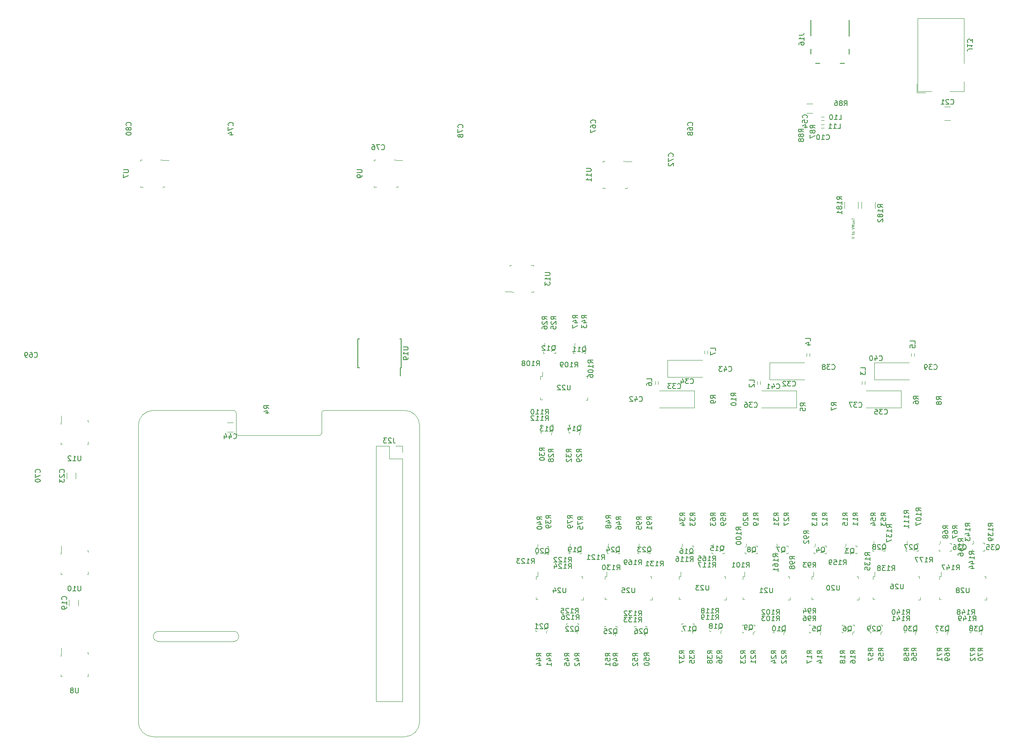
<source format=gbr>
G04 #@! TF.GenerationSoftware,KiCad,Pcbnew,(5.0.0)*
G04 #@! TF.CreationDate,2019-03-12T22:38:42-07:00*
G04 #@! TF.ProjectId,SchematicAutomation,536368656D617469634175746F6D6174,rev?*
G04 #@! TF.SameCoordinates,Original*
G04 #@! TF.FileFunction,Legend,Bot*
G04 #@! TF.FilePolarity,Positive*
%FSLAX45Y45*%
G04 Gerber Fmt 4.5, Leading zero omitted, Abs format (unit mm)*
G04 Created by KiCad (PCBNEW (5.0.0)) date 03/12/19 22:38:42*
%MOMM*%
%LPD*%
G01*
G04 APERTURE LIST*
%ADD10C,0.100000*%
%ADD11C,0.125000*%
%ADD12C,0.120000*%
%ADD13C,0.150000*%
G04 APERTURE END LIST*
D10*
X13625241Y-15567189D02*
X13625241Y-9667189D01*
X13325241Y-9367189D02*
X11725241Y-9367189D01*
X11675241Y-9417189D02*
X11675241Y-9817189D01*
X9925241Y-9367189D02*
X8325241Y-9367189D01*
X8325241Y-15867189D02*
X13325241Y-15867189D01*
X8025241Y-15567189D02*
G75*
G03X8325241Y-15867189I300000J0D01*
G01*
X8025241Y-9667189D02*
X8025241Y-15567189D01*
X9925241Y-13967189D02*
X8425241Y-13967189D01*
X8325241Y-9367189D02*
G75*
G03X8025241Y-9667189I0J-300000D01*
G01*
X13325241Y-15867189D02*
G75*
G03X13625241Y-15567189I0J300000D01*
G01*
X9925241Y-13967189D02*
G75*
G03X9925241Y-13767189I0J100000D01*
G01*
X8425241Y-13767189D02*
G75*
G03X8425241Y-13967189I0J-100000D01*
G01*
X13625241Y-9667189D02*
G75*
G03X13325241Y-9367189I-300000J0D01*
G01*
X8425241Y-13767189D02*
X9925241Y-13767189D01*
X9975241Y-9817189D02*
G75*
G03X10025241Y-9867189I50000J0D01*
G01*
X9975241Y-9817189D02*
X9975241Y-9417189D01*
X11625241Y-9867189D02*
G75*
G03X11675241Y-9817189I0J50000D01*
G01*
X11625241Y-9867189D02*
X10025241Y-9867189D01*
X11725241Y-9367189D02*
G75*
G03X11675241Y-9417189I0J-50000D01*
G01*
X9975241Y-9417102D02*
G75*
G03X9925241Y-9367189I-50000J-87D01*
G01*
D11*
X22223019Y-5946352D02*
X22273019Y-5929686D01*
X22223019Y-5913019D01*
X22239686Y-5865400D02*
X22239686Y-5846352D01*
X22223019Y-5858257D02*
X22265876Y-5858257D01*
X22270638Y-5855876D01*
X22273019Y-5851114D01*
X22273019Y-5846352D01*
X22273019Y-5822543D02*
X22270638Y-5827305D01*
X22268257Y-5829686D01*
X22263495Y-5832067D01*
X22249210Y-5832067D01*
X22244448Y-5829686D01*
X22242067Y-5827305D01*
X22239686Y-5822543D01*
X22239686Y-5815400D01*
X22242067Y-5810638D01*
X22244448Y-5808257D01*
X22249210Y-5805876D01*
X22263495Y-5805876D01*
X22268257Y-5808257D01*
X22270638Y-5810638D01*
X22273019Y-5815400D01*
X22273019Y-5822543D01*
X22223019Y-5753495D02*
X22273019Y-5736828D01*
X22223019Y-5720162D01*
X22273019Y-5703495D02*
X22223019Y-5703495D01*
X22258733Y-5686828D01*
X22223019Y-5670162D01*
X22273019Y-5670162D01*
X22239686Y-5624924D02*
X22273019Y-5624924D01*
X22239686Y-5646352D02*
X22265876Y-5646352D01*
X22270638Y-5643971D01*
X22273019Y-5639209D01*
X22273019Y-5632067D01*
X22270638Y-5627305D01*
X22268257Y-5624924D01*
X22273019Y-5605876D02*
X22239686Y-5579686D01*
X22239686Y-5605876D02*
X22273019Y-5579686D01*
X22268257Y-5553495D02*
X22270638Y-5551114D01*
X22273019Y-5553495D01*
X22270638Y-5555876D01*
X22268257Y-5553495D01*
X22273019Y-5553495D01*
X22225400Y-5563019D02*
X22223019Y-5558257D01*
X22223019Y-5546352D01*
X22225400Y-5541590D01*
X22230162Y-5539210D01*
X22234924Y-5539210D01*
X22239686Y-5541590D01*
X22242067Y-5543971D01*
X22244448Y-5548733D01*
X22246829Y-5551114D01*
X22251590Y-5553495D01*
X22253971Y-5553495D01*
D12*
G04 #@! TO.C,J23*
X13281241Y-15163189D02*
X12761241Y-15163189D01*
X13281241Y-10331189D02*
X13281241Y-15163189D01*
X12761241Y-10071189D02*
X12761241Y-15163189D01*
X13281241Y-10331189D02*
X13021241Y-10331189D01*
X13021241Y-10331189D02*
X13021241Y-10071189D01*
X13021241Y-10071189D02*
X12761241Y-10071189D01*
X13281241Y-10204189D02*
X13281241Y-10071189D01*
X13281241Y-10071189D02*
X13148241Y-10071189D01*
G04 #@! TO.C,C21*
X24069794Y-3590400D02*
X24190206Y-3590400D01*
X24069794Y-3318400D02*
X24190206Y-3318400D01*
G04 #@! TO.C,R181*
X22348610Y-5219344D02*
X22348610Y-5339756D01*
X22076610Y-5219344D02*
X22076610Y-5339756D01*
G04 #@! TO.C,R182*
X22419200Y-5219344D02*
X22419200Y-5339756D01*
X22691200Y-5219344D02*
X22691200Y-5339756D01*
G04 #@! TO.C,C44*
X9794994Y-9611800D02*
X9915406Y-9611800D01*
X9794994Y-9793800D02*
X9915406Y-9793800D01*
G04 #@! TO.C,C54*
X21326594Y-3443800D02*
X21447006Y-3443800D01*
X21326594Y-3261800D02*
X21447006Y-3261800D01*
G04 #@! TO.C,C19*
X6646600Y-13138744D02*
X6646600Y-13259156D01*
X6828600Y-13138744D02*
X6828600Y-13259156D01*
G04 #@! TO.C,C23*
X6783900Y-10607794D02*
X6783900Y-10728206D01*
X6601900Y-10607794D02*
X6601900Y-10728206D01*
G04 #@! TO.C,C33*
X18394400Y-8973000D02*
X19087900Y-8973000D01*
X19087900Y-8973000D02*
X19087900Y-9315000D01*
X19087900Y-9315000D02*
X18394400Y-9315000D01*
G04 #@! TO.C,C35*
X22509200Y-8973000D02*
X23202700Y-8973000D01*
X23202700Y-8973000D02*
X23202700Y-9315000D01*
X23202700Y-9315000D02*
X22509200Y-9315000D01*
G04 #@! TO.C,C40*
X22669700Y-8414200D02*
X23363200Y-8414200D01*
X22669700Y-8756200D02*
X22669700Y-8414200D01*
X23363200Y-8756200D02*
X22669700Y-8756200D01*
G04 #@! TO.C,C41*
X20426400Y-8973000D02*
X21119900Y-8973000D01*
X21119900Y-8973000D02*
X21119900Y-9315000D01*
X21119900Y-9315000D02*
X20426400Y-9315000D01*
G04 #@! TO.C,C32*
X20586900Y-8414200D02*
X21280400Y-8414200D01*
X20586900Y-8756200D02*
X20586900Y-8414200D01*
X21280400Y-8756200D02*
X20586900Y-8756200D01*
G04 #@! TO.C,C34*
X19248400Y-8705400D02*
X18554900Y-8705400D01*
X18554900Y-8705400D02*
X18554900Y-8363400D01*
X18554900Y-8363400D02*
X19248400Y-8363400D01*
D13*
G04 #@! TO.C,U19*
X13259500Y-8517100D02*
X13237000Y-8517100D01*
X13259500Y-7942100D02*
X13229500Y-7942100D01*
X12394500Y-7942100D02*
X12424500Y-7942100D01*
X12394500Y-8517100D02*
X12424500Y-8517100D01*
X13259500Y-8517100D02*
X13259500Y-7942100D01*
X12394500Y-8517100D02*
X12394500Y-7942100D01*
X13237000Y-8517100D02*
X13237000Y-8677100D01*
D12*
G04 #@! TO.C,L11*
X21610610Y-3738400D02*
X21670610Y-3738400D01*
X21610610Y-3678400D02*
X21670610Y-3678400D01*
G04 #@! TO.C,L10*
X21670800Y-3586000D02*
X21610800Y-3586000D01*
X21670800Y-3526000D02*
X21610800Y-3526000D01*
D13*
G04 #@! TO.C,J16*
X22175700Y-1914800D02*
X22175700Y-1594800D01*
X22175700Y-2272300D02*
X22175700Y-2167300D01*
X21993200Y-2454800D02*
X22080700Y-2454800D01*
X21505700Y-2452300D02*
X21593200Y-2452300D01*
X21410700Y-2164800D02*
X21410700Y-2267300D01*
X21410700Y-1589800D02*
X21410700Y-1904800D01*
D10*
G04 #@! TO.C,U28*
X24004800Y-12673200D02*
X24004800Y-12583200D01*
X23964800Y-12673200D02*
X24004800Y-12673200D01*
X23964800Y-12733200D02*
X23964800Y-12673200D01*
X23964800Y-13133200D02*
X23964800Y-13093200D01*
X24004800Y-13133200D02*
X23964800Y-13133200D01*
X24904800Y-13143200D02*
X24904800Y-13093200D01*
X24864800Y-13143200D02*
X24904800Y-13143200D01*
X24894800Y-12673200D02*
X24894800Y-12713200D01*
X24864800Y-12673200D02*
X24894800Y-12673200D01*
G04 #@! TO.C,Q18*
X19397400Y-13610600D02*
X19397400Y-13633100D01*
X19427400Y-13610600D02*
X19397400Y-13610600D01*
X19397400Y-13770600D02*
X19397400Y-13745600D01*
X19424900Y-13770600D02*
X19397400Y-13770600D01*
X19642400Y-13610600D02*
X19642400Y-13640600D01*
X19612400Y-13610600D02*
X19642400Y-13610600D01*
X19612400Y-13770600D02*
X19612400Y-13810600D01*
X19642400Y-13738100D02*
X19612400Y-13770600D01*
G04 #@! TO.C,U21*
X20093200Y-12673200D02*
X20093200Y-12583200D01*
X20053200Y-12673200D02*
X20093200Y-12673200D01*
X20053200Y-12733200D02*
X20053200Y-12673200D01*
X20053200Y-13133200D02*
X20053200Y-13093200D01*
X20093200Y-13133200D02*
X20053200Y-13133200D01*
X20993200Y-13143200D02*
X20993200Y-13093200D01*
X20953200Y-13143200D02*
X20993200Y-13143200D01*
X20983200Y-12673200D02*
X20983200Y-12713200D01*
X20953200Y-12673200D02*
X20983200Y-12673200D01*
D12*
G04 #@! TO.C,J13*
X23516000Y-3039176D02*
X23690000Y-3039176D01*
X23516000Y-2865176D02*
X23516000Y-3039176D01*
X24460000Y-3015176D02*
X24460000Y-2815176D01*
X24180000Y-3015176D02*
X24460000Y-3015176D01*
X23540000Y-3015176D02*
X23820000Y-3015176D01*
X23540000Y-1555176D02*
X23540000Y-3015176D01*
X24460000Y-1555176D02*
X23540000Y-1555176D01*
X24460000Y-2455176D02*
X24460000Y-1555176D01*
G04 #@! TO.C,L7*
X19356400Y-8234341D02*
X19356400Y-8174341D01*
X19296400Y-8234341D02*
X19296400Y-8174341D01*
G04 #@! TO.C,L4*
X21388400Y-8285141D02*
X21388400Y-8225141D01*
X21328400Y-8285141D02*
X21328400Y-8225141D01*
G04 #@! TO.C,L2*
X20400800Y-8850000D02*
X20400800Y-8790000D01*
X20340800Y-8850000D02*
X20340800Y-8790000D01*
G04 #@! TO.C,L6*
X18368800Y-8850000D02*
X18368800Y-8790000D01*
X18308800Y-8850000D02*
X18308800Y-8790000D01*
G04 #@! TO.C,L3*
X22483600Y-8843941D02*
X22483600Y-8783941D01*
X22423600Y-8843941D02*
X22423600Y-8783941D01*
G04 #@! TO.C,L5*
X23471200Y-8285141D02*
X23471200Y-8225141D01*
X23411200Y-8285141D02*
X23411200Y-8225141D01*
D10*
G04 #@! TO.C,U24*
X15978400Y-12673200D02*
X15978400Y-12583200D01*
X15938400Y-12673200D02*
X15978400Y-12673200D01*
X15938400Y-12733200D02*
X15938400Y-12673200D01*
X15938400Y-13133200D02*
X15938400Y-13093200D01*
X15978400Y-13133200D02*
X15938400Y-13133200D01*
X16878400Y-13143200D02*
X16878400Y-13093200D01*
X16838400Y-13143200D02*
X16878400Y-13143200D01*
X16868400Y-12673200D02*
X16868400Y-12713200D01*
X16838400Y-12673200D02*
X16868400Y-12673200D01*
G04 #@! TO.C,U22*
X16068309Y-8690555D02*
X16068309Y-8600555D01*
X16028309Y-8690555D02*
X16068309Y-8690555D01*
X16028309Y-8750555D02*
X16028309Y-8690555D01*
X16028309Y-9150555D02*
X16028309Y-9110555D01*
X16068309Y-9150555D02*
X16028309Y-9150555D01*
X16968309Y-9160555D02*
X16968309Y-9110555D01*
X16928309Y-9160555D02*
X16968309Y-9160555D01*
X16958309Y-8690555D02*
X16958309Y-8730555D01*
X16928309Y-8690555D02*
X16958309Y-8690555D01*
G04 #@! TO.C,U20*
X21464800Y-12673200D02*
X21464800Y-12583200D01*
X21424800Y-12673200D02*
X21464800Y-12673200D01*
X21424800Y-12733200D02*
X21424800Y-12673200D01*
X21424800Y-13133200D02*
X21424800Y-13093200D01*
X21464800Y-13133200D02*
X21424800Y-13133200D01*
X22364800Y-13143200D02*
X22364800Y-13093200D01*
X22324800Y-13143200D02*
X22364800Y-13143200D01*
X22354800Y-12673200D02*
X22354800Y-12713200D01*
X22324800Y-12673200D02*
X22354800Y-12673200D01*
G04 #@! TO.C,U23*
X18823200Y-12673200D02*
X18823200Y-12583200D01*
X18783200Y-12673200D02*
X18823200Y-12673200D01*
X18783200Y-12733200D02*
X18783200Y-12673200D01*
X18783200Y-13133200D02*
X18783200Y-13093200D01*
X18823200Y-13133200D02*
X18783200Y-13133200D01*
X19723200Y-13143200D02*
X19723200Y-13093200D01*
X19683200Y-13143200D02*
X19723200Y-13143200D01*
X19713200Y-12673200D02*
X19713200Y-12713200D01*
X19683200Y-12673200D02*
X19713200Y-12673200D01*
G04 #@! TO.C,U25*
X17350000Y-12673200D02*
X17350000Y-12583200D01*
X17310000Y-12673200D02*
X17350000Y-12673200D01*
X17310000Y-12733200D02*
X17310000Y-12673200D01*
X17310000Y-13133200D02*
X17310000Y-13093200D01*
X17350000Y-13133200D02*
X17310000Y-13133200D01*
X18250000Y-13143200D02*
X18250000Y-13093200D01*
X18210000Y-13143200D02*
X18250000Y-13143200D01*
X18240000Y-12673200D02*
X18240000Y-12713200D01*
X18210000Y-12673200D02*
X18240000Y-12673200D01*
G04 #@! TO.C,U26*
X22684000Y-12673200D02*
X22684000Y-12583200D01*
X22644000Y-12673200D02*
X22684000Y-12673200D01*
X22644000Y-12733200D02*
X22644000Y-12673200D01*
X22644000Y-13133200D02*
X22644000Y-13093200D01*
X22684000Y-13133200D02*
X22644000Y-13133200D01*
X23584000Y-13143200D02*
X23584000Y-13093200D01*
X23544000Y-13143200D02*
X23584000Y-13143200D01*
X23574000Y-12673200D02*
X23574000Y-12713200D01*
X23544000Y-12673200D02*
X23574000Y-12673200D01*
G04 #@! TO.C,Q24*
X17597700Y-12221200D02*
X17597700Y-12198700D01*
X17567700Y-12221200D02*
X17597700Y-12221200D01*
X17597700Y-12061200D02*
X17597700Y-12086200D01*
X17570200Y-12061200D02*
X17597700Y-12061200D01*
X17352700Y-12221200D02*
X17352700Y-12191200D01*
X17382700Y-12221200D02*
X17352700Y-12221200D01*
X17382700Y-12061200D02*
X17382700Y-12021200D01*
X17352700Y-12093700D02*
X17382700Y-12061200D01*
G04 #@! TO.C,Q4*
X21712500Y-12221200D02*
X21712500Y-12198700D01*
X21682500Y-12221200D02*
X21712500Y-12221200D01*
X21712500Y-12061200D02*
X21712500Y-12086200D01*
X21685000Y-12061200D02*
X21712500Y-12061200D01*
X21467500Y-12221200D02*
X21467500Y-12191200D01*
X21497500Y-12221200D02*
X21467500Y-12221200D01*
X21497500Y-12061200D02*
X21497500Y-12021200D01*
X21467500Y-12093700D02*
X21497500Y-12061200D01*
G04 #@! TO.C,Q3*
X22322100Y-12221200D02*
X22322100Y-12198700D01*
X22292100Y-12221200D02*
X22322100Y-12221200D01*
X22322100Y-12061200D02*
X22322100Y-12086200D01*
X22294600Y-12061200D02*
X22322100Y-12061200D01*
X22077100Y-12221200D02*
X22077100Y-12191200D01*
X22107100Y-12221200D02*
X22077100Y-12221200D01*
X22107100Y-12061200D02*
X22107100Y-12021200D01*
X22077100Y-12093700D02*
X22107100Y-12061200D01*
G04 #@! TO.C,Q8*
X20340900Y-12221200D02*
X20340900Y-12198700D01*
X20310900Y-12221200D02*
X20340900Y-12221200D01*
X20340900Y-12061200D02*
X20340900Y-12086200D01*
X20313400Y-12061200D02*
X20340900Y-12061200D01*
X20095900Y-12221200D02*
X20095900Y-12191200D01*
X20125900Y-12221200D02*
X20095900Y-12221200D01*
X20125900Y-12061200D02*
X20125900Y-12021200D01*
X20095900Y-12093700D02*
X20125900Y-12061200D01*
G04 #@! TO.C,Q9*
X20045100Y-13636000D02*
X20045100Y-13658500D01*
X20075100Y-13636000D02*
X20045100Y-13636000D01*
X20045100Y-13796000D02*
X20045100Y-13771000D01*
X20072600Y-13796000D02*
X20045100Y-13796000D01*
X20290100Y-13636000D02*
X20290100Y-13666000D01*
X20260100Y-13636000D02*
X20290100Y-13636000D01*
X20260100Y-13796000D02*
X20260100Y-13836000D01*
X20290100Y-13763500D02*
X20260100Y-13796000D01*
G04 #@! TO.C,Q10*
X20654700Y-13636000D02*
X20654700Y-13658500D01*
X20684700Y-13636000D02*
X20654700Y-13636000D01*
X20654700Y-13796000D02*
X20654700Y-13771000D01*
X20682200Y-13796000D02*
X20654700Y-13796000D01*
X20899700Y-13636000D02*
X20899700Y-13666000D01*
X20869700Y-13636000D02*
X20899700Y-13636000D01*
X20869700Y-13796000D02*
X20869700Y-13836000D01*
X20899700Y-13763500D02*
X20869700Y-13796000D01*
G04 #@! TO.C,Q11*
X16925609Y-8225854D02*
X16925609Y-8203354D01*
X16895609Y-8225854D02*
X16925609Y-8225854D01*
X16925609Y-8065854D02*
X16925609Y-8090854D01*
X16898109Y-8065854D02*
X16925609Y-8065854D01*
X16680609Y-8225854D02*
X16680609Y-8195854D01*
X16710609Y-8225854D02*
X16680609Y-8225854D01*
X16710609Y-8065854D02*
X16710609Y-8025854D01*
X16680609Y-8098354D02*
X16710609Y-8065854D01*
G04 #@! TO.C,Q12*
X16328709Y-8225854D02*
X16328709Y-8203354D01*
X16298709Y-8225854D02*
X16328709Y-8225854D01*
X16328709Y-8065854D02*
X16328709Y-8090854D01*
X16301209Y-8065854D02*
X16328709Y-8065854D01*
X16083709Y-8225854D02*
X16083709Y-8195854D01*
X16113709Y-8225854D02*
X16083709Y-8225854D01*
X16113709Y-8065854D02*
X16113709Y-8025854D01*
X16083709Y-8098354D02*
X16113709Y-8065854D01*
G04 #@! TO.C,Q13*
X16032909Y-9653355D02*
X16032909Y-9675855D01*
X16062909Y-9653355D02*
X16032909Y-9653355D01*
X16032909Y-9813355D02*
X16032909Y-9788355D01*
X16060409Y-9813355D02*
X16032909Y-9813355D01*
X16277909Y-9653355D02*
X16277909Y-9683355D01*
X16247909Y-9653355D02*
X16277909Y-9653355D01*
X16247909Y-9813355D02*
X16247909Y-9853355D01*
X16277909Y-9780855D02*
X16247909Y-9813355D01*
G04 #@! TO.C,Q14*
X16591709Y-9653355D02*
X16591709Y-9675855D01*
X16621709Y-9653355D02*
X16591709Y-9653355D01*
X16591709Y-9813355D02*
X16591709Y-9788355D01*
X16619209Y-9813355D02*
X16591709Y-9813355D01*
X16836709Y-9653355D02*
X16836709Y-9683355D01*
X16806709Y-9653355D02*
X16836709Y-9653355D01*
X16806709Y-9813355D02*
X16806709Y-9853355D01*
X16836709Y-9780855D02*
X16806709Y-9813355D01*
G04 #@! TO.C,Q6*
X22026300Y-13636000D02*
X22026300Y-13658500D01*
X22056300Y-13636000D02*
X22026300Y-13636000D01*
X22026300Y-13796000D02*
X22026300Y-13771000D01*
X22053800Y-13796000D02*
X22026300Y-13796000D01*
X22271300Y-13636000D02*
X22271300Y-13666000D01*
X22241300Y-13636000D02*
X22271300Y-13636000D01*
X22241300Y-13796000D02*
X22241300Y-13836000D01*
X22271300Y-13763500D02*
X22241300Y-13796000D01*
G04 #@! TO.C,Q22*
X16539900Y-13610600D02*
X16539900Y-13633100D01*
X16569900Y-13610600D02*
X16539900Y-13610600D01*
X16539900Y-13770600D02*
X16539900Y-13745600D01*
X16567400Y-13770600D02*
X16539900Y-13770600D01*
X16784900Y-13610600D02*
X16784900Y-13640600D01*
X16754900Y-13610600D02*
X16784900Y-13610600D01*
X16754900Y-13770600D02*
X16754900Y-13810600D01*
X16784900Y-13738100D02*
X16754900Y-13770600D01*
G04 #@! TO.C,Q21*
X15930300Y-13604000D02*
X15930300Y-13626500D01*
X15960300Y-13604000D02*
X15930300Y-13604000D01*
X15930300Y-13764000D02*
X15930300Y-13739000D01*
X15957800Y-13764000D02*
X15930300Y-13764000D01*
X16175300Y-13604000D02*
X16175300Y-13634000D01*
X16145300Y-13604000D02*
X16175300Y-13604000D01*
X16145300Y-13764000D02*
X16145300Y-13804000D01*
X16175300Y-13731500D02*
X16145300Y-13764000D01*
G04 #@! TO.C,Q20*
X16186500Y-12233650D02*
X16186500Y-12211150D01*
X16156500Y-12233650D02*
X16186500Y-12233650D01*
X16186500Y-12073650D02*
X16186500Y-12098650D01*
X16159000Y-12073650D02*
X16186500Y-12073650D01*
X15941500Y-12233650D02*
X15941500Y-12203650D01*
X15971500Y-12233650D02*
X15941500Y-12233650D01*
X15971500Y-12073650D02*
X15971500Y-12033650D01*
X15941500Y-12106150D02*
X15971500Y-12073650D01*
G04 #@! TO.C,Q19*
X16835700Y-12221200D02*
X16835700Y-12198700D01*
X16805700Y-12221200D02*
X16835700Y-12221200D01*
X16835700Y-12061200D02*
X16835700Y-12086200D01*
X16808200Y-12061200D02*
X16835700Y-12061200D01*
X16590700Y-12221200D02*
X16590700Y-12191200D01*
X16620700Y-12221200D02*
X16590700Y-12221200D01*
X16620700Y-12061200D02*
X16620700Y-12021200D01*
X16590700Y-12093700D02*
X16620700Y-12061200D01*
G04 #@! TO.C,Q15*
X19680500Y-12221200D02*
X19680500Y-12198700D01*
X19650500Y-12221200D02*
X19680500Y-12221200D01*
X19680500Y-12061200D02*
X19680500Y-12086200D01*
X19653000Y-12061200D02*
X19680500Y-12061200D01*
X19435500Y-12221200D02*
X19435500Y-12191200D01*
X19465500Y-12221200D02*
X19435500Y-12221200D01*
X19465500Y-12061200D02*
X19465500Y-12021200D01*
X19435500Y-12093700D02*
X19465500Y-12061200D01*
G04 #@! TO.C,Q16*
X19070900Y-12221200D02*
X19070900Y-12198700D01*
X19040900Y-12221200D02*
X19070900Y-12221200D01*
X19070900Y-12061200D02*
X19070900Y-12086200D01*
X19043400Y-12061200D02*
X19070900Y-12061200D01*
X18825900Y-12221200D02*
X18825900Y-12191200D01*
X18855900Y-12221200D02*
X18825900Y-12221200D01*
X18855900Y-12061200D02*
X18855900Y-12021200D01*
X18825900Y-12093700D02*
X18855900Y-12061200D01*
G04 #@! TO.C,Q17*
X18838600Y-13610600D02*
X18838600Y-13633100D01*
X18868600Y-13610600D02*
X18838600Y-13610600D01*
X18838600Y-13770600D02*
X18838600Y-13745600D01*
X18866100Y-13770600D02*
X18838600Y-13770600D01*
X19083600Y-13610600D02*
X19083600Y-13640600D01*
X19053600Y-13610600D02*
X19083600Y-13610600D01*
X19053600Y-13770600D02*
X19053600Y-13810600D01*
X19083600Y-13738100D02*
X19053600Y-13770600D01*
G04 #@! TO.C,Q5*
X21380100Y-13636000D02*
X21380100Y-13658500D01*
X21410100Y-13636000D02*
X21380100Y-13636000D01*
X21380100Y-13796000D02*
X21380100Y-13771000D01*
X21407600Y-13796000D02*
X21380100Y-13796000D01*
X21625100Y-13636000D02*
X21625100Y-13666000D01*
X21595100Y-13636000D02*
X21625100Y-13636000D01*
X21595100Y-13796000D02*
X21595100Y-13836000D01*
X21625100Y-13763500D02*
X21595100Y-13796000D01*
G04 #@! TO.C,Q28*
X22880900Y-12170400D02*
X22880900Y-12147900D01*
X22850900Y-12170400D02*
X22880900Y-12170400D01*
X22880900Y-12010400D02*
X22880900Y-12035400D01*
X22853400Y-12010400D02*
X22880900Y-12010400D01*
X22635900Y-12170400D02*
X22635900Y-12140400D01*
X22665900Y-12170400D02*
X22635900Y-12170400D01*
X22665900Y-12010400D02*
X22665900Y-11970400D01*
X22635900Y-12042900D02*
X22665900Y-12010400D01*
G04 #@! TO.C,Q27*
X23541300Y-12170400D02*
X23541300Y-12147900D01*
X23511300Y-12170400D02*
X23541300Y-12170400D01*
X23541300Y-12010400D02*
X23541300Y-12035400D01*
X23513800Y-12010400D02*
X23541300Y-12010400D01*
X23296300Y-12170400D02*
X23296300Y-12140400D01*
X23326300Y-12170400D02*
X23296300Y-12170400D01*
X23326300Y-12010400D02*
X23326300Y-11970400D01*
X23296300Y-12042900D02*
X23326300Y-12010400D01*
G04 #@! TO.C,Q26*
X17897300Y-13661400D02*
X17897300Y-13683900D01*
X17927300Y-13661400D02*
X17897300Y-13661400D01*
X17897300Y-13821400D02*
X17897300Y-13796400D01*
X17924800Y-13821400D02*
X17897300Y-13821400D01*
X18142300Y-13661400D02*
X18142300Y-13691400D01*
X18112300Y-13661400D02*
X18142300Y-13661400D01*
X18112300Y-13821400D02*
X18112300Y-13861400D01*
X18142300Y-13788900D02*
X18112300Y-13821400D01*
G04 #@! TO.C,Q25*
X17301900Y-13661400D02*
X17301900Y-13683900D01*
X17331900Y-13661400D02*
X17301900Y-13661400D01*
X17301900Y-13821400D02*
X17301900Y-13796400D01*
X17329400Y-13821400D02*
X17301900Y-13821400D01*
X17546900Y-13661400D02*
X17546900Y-13691400D01*
X17516900Y-13661400D02*
X17546900Y-13661400D01*
X17516900Y-13821400D02*
X17516900Y-13861400D01*
X17546900Y-13788900D02*
X17516900Y-13821400D01*
G04 #@! TO.C,Q23*
X18207300Y-12221200D02*
X18207300Y-12198700D01*
X18177300Y-12221200D02*
X18207300Y-12221200D01*
X18207300Y-12061200D02*
X18207300Y-12086200D01*
X18179800Y-12061200D02*
X18207300Y-12061200D01*
X17962300Y-12221200D02*
X17962300Y-12191200D01*
X17992300Y-12221200D02*
X17962300Y-12221200D01*
X17992300Y-12061200D02*
X17992300Y-12021200D01*
X17962300Y-12093700D02*
X17992300Y-12061200D01*
G04 #@! TO.C,Q29*
X22585100Y-13636000D02*
X22585100Y-13658500D01*
X22615100Y-13636000D02*
X22585100Y-13636000D01*
X22585100Y-13796000D02*
X22585100Y-13771000D01*
X22612600Y-13796000D02*
X22585100Y-13796000D01*
X22830100Y-13636000D02*
X22830100Y-13666000D01*
X22800100Y-13636000D02*
X22830100Y-13636000D01*
X22800100Y-13796000D02*
X22800100Y-13836000D01*
X22830100Y-13763500D02*
X22800100Y-13796000D01*
G04 #@! TO.C,Q30*
X23270900Y-13636000D02*
X23270900Y-13658500D01*
X23300900Y-13636000D02*
X23270900Y-13636000D01*
X23270900Y-13796000D02*
X23270900Y-13771000D01*
X23298400Y-13796000D02*
X23270900Y-13796000D01*
X23515900Y-13636000D02*
X23515900Y-13666000D01*
X23485900Y-13636000D02*
X23515900Y-13636000D01*
X23485900Y-13796000D02*
X23485900Y-13836000D01*
X23515900Y-13763500D02*
X23485900Y-13796000D01*
G04 #@! TO.C,Q7*
X20950500Y-12221200D02*
X20950500Y-12198700D01*
X20920500Y-12221200D02*
X20950500Y-12221200D01*
X20950500Y-12061200D02*
X20950500Y-12086200D01*
X20923000Y-12061200D02*
X20950500Y-12061200D01*
X20705500Y-12221200D02*
X20705500Y-12191200D01*
X20735500Y-12221200D02*
X20705500Y-12221200D01*
X20735500Y-12061200D02*
X20735500Y-12021200D01*
X20705500Y-12093700D02*
X20735500Y-12061200D01*
G04 #@! TO.C,Q38*
X24579000Y-13636000D02*
X24579000Y-13658500D01*
X24609000Y-13636000D02*
X24579000Y-13636000D01*
X24579000Y-13796000D02*
X24579000Y-13771000D01*
X24606500Y-13796000D02*
X24579000Y-13796000D01*
X24824000Y-13636000D02*
X24824000Y-13666000D01*
X24794000Y-13636000D02*
X24824000Y-13636000D01*
X24794000Y-13796000D02*
X24794000Y-13836000D01*
X24824000Y-13763500D02*
X24794000Y-13796000D01*
G04 #@! TO.C,Q37*
X23905900Y-13636000D02*
X23905900Y-13658500D01*
X23935900Y-13636000D02*
X23905900Y-13636000D01*
X23905900Y-13796000D02*
X23905900Y-13771000D01*
X23933400Y-13796000D02*
X23905900Y-13796000D01*
X24150900Y-13636000D02*
X24150900Y-13666000D01*
X24120900Y-13636000D02*
X24150900Y-13636000D01*
X24120900Y-13796000D02*
X24120900Y-13836000D01*
X24150900Y-13763500D02*
X24120900Y-13796000D01*
G04 #@! TO.C,Q36*
X24201700Y-12170400D02*
X24201700Y-12147900D01*
X24171700Y-12170400D02*
X24201700Y-12170400D01*
X24201700Y-12010400D02*
X24201700Y-12035400D01*
X24174200Y-12010400D02*
X24201700Y-12010400D01*
X23956700Y-12170400D02*
X23956700Y-12140400D01*
X23986700Y-12170400D02*
X23956700Y-12170400D01*
X23986700Y-12010400D02*
X23986700Y-11970400D01*
X23956700Y-12042900D02*
X23986700Y-12010400D01*
G04 #@! TO.C,Q35*
X24862100Y-12163800D02*
X24862100Y-12141300D01*
X24832100Y-12163800D02*
X24862100Y-12163800D01*
X24862100Y-12003800D02*
X24862100Y-12028800D01*
X24834600Y-12003800D02*
X24862100Y-12003800D01*
X24617100Y-12163800D02*
X24617100Y-12133800D01*
X24647100Y-12163800D02*
X24617100Y-12163800D01*
X24647100Y-12003800D02*
X24647100Y-11963800D01*
X24617100Y-12036300D02*
X24647100Y-12003800D01*
G04 #@! TO.C,U8*
X7026400Y-14667200D02*
X7026400Y-14617200D01*
X7006400Y-14667200D02*
X7026400Y-14667200D01*
X7016400Y-14667200D02*
X7006400Y-14667200D01*
X6486400Y-14667200D02*
X6486400Y-14627200D01*
X6506400Y-14667200D02*
X6486400Y-14667200D01*
X7026400Y-14187200D02*
X7026400Y-14227200D01*
X7006400Y-14187200D02*
X7026400Y-14187200D01*
X6496400Y-14227200D02*
X6496400Y-14097200D01*
X6486400Y-14237200D02*
X6496400Y-14227200D01*
X6486400Y-14267200D02*
X6486400Y-14237200D01*
G04 #@! TO.C,U10*
X7026400Y-12635200D02*
X7026400Y-12585200D01*
X7006400Y-12635200D02*
X7026400Y-12635200D01*
X7016400Y-12635200D02*
X7006400Y-12635200D01*
X6486400Y-12635200D02*
X6486400Y-12595200D01*
X6506400Y-12635200D02*
X6486400Y-12635200D01*
X7026400Y-12155200D02*
X7026400Y-12195200D01*
X7006400Y-12155200D02*
X7026400Y-12155200D01*
X6496400Y-12195200D02*
X6496400Y-12065200D01*
X6486400Y-12205200D02*
X6496400Y-12195200D01*
X6486400Y-12235200D02*
X6486400Y-12205200D01*
G04 #@! TO.C,U9*
X12714000Y-4918200D02*
X12764000Y-4918200D01*
X12714000Y-4898200D02*
X12714000Y-4918200D01*
X12714000Y-4908200D02*
X12714000Y-4898200D01*
X12714000Y-4378200D02*
X12754000Y-4378200D01*
X12714000Y-4398200D02*
X12714000Y-4378200D01*
X13194000Y-4918200D02*
X13154000Y-4918200D01*
X13194000Y-4898200D02*
X13194000Y-4918200D01*
X13154000Y-4388200D02*
X13284000Y-4388200D01*
X13144000Y-4378200D02*
X13154000Y-4388200D01*
X13114000Y-4378200D02*
X13144000Y-4378200D01*
G04 #@! TO.C,U7*
X8065800Y-4918200D02*
X8115800Y-4918200D01*
X8065800Y-4898200D02*
X8065800Y-4918200D01*
X8065800Y-4908200D02*
X8065800Y-4898200D01*
X8065800Y-4378200D02*
X8105800Y-4378200D01*
X8065800Y-4398200D02*
X8065800Y-4378200D01*
X8545800Y-4918200D02*
X8505800Y-4918200D01*
X8545800Y-4898200D02*
X8545800Y-4918200D01*
X8505800Y-4388200D02*
X8635800Y-4388200D01*
X8495800Y-4378200D02*
X8505800Y-4388200D01*
X8465800Y-4378200D02*
X8495800Y-4378200D01*
G04 #@! TO.C,U11*
X17273300Y-4943600D02*
X17323300Y-4943600D01*
X17273300Y-4923600D02*
X17273300Y-4943600D01*
X17273300Y-4933600D02*
X17273300Y-4923600D01*
X17273300Y-4403600D02*
X17313300Y-4403600D01*
X17273300Y-4423600D02*
X17273300Y-4403600D01*
X17753300Y-4943600D02*
X17713300Y-4943600D01*
X17753300Y-4923600D02*
X17753300Y-4943600D01*
X17713300Y-4413600D02*
X17843300Y-4413600D01*
X17703300Y-4403600D02*
X17713300Y-4413600D01*
X17673300Y-4403600D02*
X17703300Y-4403600D01*
G04 #@! TO.C,U12*
X7026400Y-10044400D02*
X7026400Y-9994400D01*
X7006400Y-10044400D02*
X7026400Y-10044400D01*
X7016400Y-10044400D02*
X7006400Y-10044400D01*
X6486400Y-10044400D02*
X6486400Y-10004400D01*
X6506400Y-10044400D02*
X6486400Y-10044400D01*
X7026400Y-9564400D02*
X7026400Y-9604400D01*
X7006400Y-9564400D02*
X7026400Y-9564400D01*
X6496400Y-9604400D02*
X6496400Y-9474400D01*
X6486400Y-9614400D02*
X6496400Y-9604400D01*
X6486400Y-9644400D02*
X6486400Y-9614400D01*
G04 #@! TO.C,U13*
X15892750Y-6473700D02*
X15842750Y-6473700D01*
X15892750Y-6493700D02*
X15892750Y-6473700D01*
X15892750Y-6483700D02*
X15892750Y-6493700D01*
X15892750Y-7013700D02*
X15852750Y-7013700D01*
X15892750Y-6993700D02*
X15892750Y-7013700D01*
X15412750Y-6473700D02*
X15452750Y-6473700D01*
X15412750Y-6493700D02*
X15412750Y-6473700D01*
X15452750Y-7003700D02*
X15322750Y-7003700D01*
X15462750Y-7013700D02*
X15452750Y-7003700D01*
X15492750Y-7013700D02*
X15462750Y-7013700D01*
G04 #@! TO.C,J23*
D13*
X13102194Y-9916427D02*
X13102194Y-9987856D01*
X13106955Y-10002141D01*
X13116479Y-10011665D01*
X13130765Y-10016427D01*
X13140289Y-10016427D01*
X13059336Y-9925951D02*
X13054575Y-9921189D01*
X13045051Y-9916427D01*
X13021241Y-9916427D01*
X13011717Y-9921189D01*
X13006955Y-9925951D01*
X13002194Y-9935475D01*
X13002194Y-9944999D01*
X13006955Y-9959284D01*
X13064098Y-10016427D01*
X13002194Y-10016427D01*
X12968860Y-9916427D02*
X12906955Y-9916427D01*
X12940289Y-9954522D01*
X12926003Y-9954522D01*
X12916479Y-9959284D01*
X12911717Y-9964046D01*
X12906955Y-9973570D01*
X12906955Y-9997380D01*
X12911717Y-10006903D01*
X12916479Y-10011665D01*
X12926003Y-10016427D01*
X12954575Y-10016427D01*
X12964098Y-10011665D01*
X12968860Y-10006903D01*
G04 #@! TO.C,C21*
X24194286Y-3261655D02*
X24199048Y-3266417D01*
X24213333Y-3271179D01*
X24222857Y-3271179D01*
X24237143Y-3266417D01*
X24246667Y-3256893D01*
X24251428Y-3247369D01*
X24256190Y-3228322D01*
X24256190Y-3214036D01*
X24251428Y-3194989D01*
X24246667Y-3185465D01*
X24237143Y-3175941D01*
X24222857Y-3171179D01*
X24213333Y-3171179D01*
X24199048Y-3175941D01*
X24194286Y-3180703D01*
X24156190Y-3180703D02*
X24151428Y-3175941D01*
X24141905Y-3171179D01*
X24118095Y-3171179D01*
X24108571Y-3175941D01*
X24103809Y-3180703D01*
X24099048Y-3190227D01*
X24099048Y-3199750D01*
X24103809Y-3214036D01*
X24160952Y-3271179D01*
X24099048Y-3271179D01*
X24003809Y-3271179D02*
X24060952Y-3271179D01*
X24032381Y-3271179D02*
X24032381Y-3171179D01*
X24041905Y-3185465D01*
X24051428Y-3194989D01*
X24060952Y-3199750D01*
G04 #@! TO.C,R181*
X22029848Y-5167645D02*
X21982229Y-5134312D01*
X22029848Y-5110502D02*
X21929848Y-5110502D01*
X21929848Y-5148598D01*
X21934610Y-5158121D01*
X21939372Y-5162883D01*
X21948896Y-5167645D01*
X21963182Y-5167645D01*
X21972706Y-5162883D01*
X21977468Y-5158121D01*
X21982229Y-5148598D01*
X21982229Y-5110502D01*
X22029848Y-5262883D02*
X22029848Y-5205740D01*
X22029848Y-5234312D02*
X21929848Y-5234312D01*
X21944134Y-5224788D01*
X21953658Y-5215264D01*
X21958420Y-5205740D01*
X21972706Y-5320026D02*
X21967944Y-5310502D01*
X21963182Y-5305740D01*
X21953658Y-5300979D01*
X21948896Y-5300979D01*
X21939372Y-5305740D01*
X21934610Y-5310502D01*
X21929848Y-5320026D01*
X21929848Y-5339074D01*
X21934610Y-5348598D01*
X21939372Y-5353360D01*
X21948896Y-5358121D01*
X21953658Y-5358121D01*
X21963182Y-5353360D01*
X21967944Y-5348598D01*
X21972706Y-5339074D01*
X21972706Y-5320026D01*
X21977468Y-5310502D01*
X21982229Y-5305740D01*
X21991753Y-5300979D01*
X22010801Y-5300979D01*
X22020325Y-5305740D01*
X22025087Y-5310502D01*
X22029848Y-5320026D01*
X22029848Y-5339074D01*
X22025087Y-5348598D01*
X22020325Y-5353360D01*
X22010801Y-5358121D01*
X21991753Y-5358121D01*
X21982229Y-5353360D01*
X21977468Y-5348598D01*
X21972706Y-5339074D01*
X22029848Y-5453360D02*
X22029848Y-5396217D01*
X22029848Y-5424788D02*
X21929848Y-5424788D01*
X21944134Y-5415264D01*
X21953658Y-5405740D01*
X21958420Y-5396217D01*
G04 #@! TO.C,R182*
X22842048Y-5323836D02*
X22794429Y-5290503D01*
X22842048Y-5266693D02*
X22742048Y-5266693D01*
X22742048Y-5304789D01*
X22746810Y-5314312D01*
X22751572Y-5319074D01*
X22761096Y-5323836D01*
X22775382Y-5323836D01*
X22784906Y-5319074D01*
X22789667Y-5314312D01*
X22794429Y-5304789D01*
X22794429Y-5266693D01*
X22842048Y-5419074D02*
X22842048Y-5361931D01*
X22842048Y-5390503D02*
X22742048Y-5390503D01*
X22756334Y-5380979D01*
X22765858Y-5371455D01*
X22770620Y-5361931D01*
X22784906Y-5476217D02*
X22780144Y-5466693D01*
X22775382Y-5461931D01*
X22765858Y-5457170D01*
X22761096Y-5457170D01*
X22751572Y-5461931D01*
X22746810Y-5466693D01*
X22742048Y-5476217D01*
X22742048Y-5495265D01*
X22746810Y-5504789D01*
X22751572Y-5509551D01*
X22761096Y-5514312D01*
X22765858Y-5514312D01*
X22775382Y-5509551D01*
X22780144Y-5504789D01*
X22784906Y-5495265D01*
X22784906Y-5476217D01*
X22789667Y-5466693D01*
X22794429Y-5461931D01*
X22803953Y-5457170D01*
X22823001Y-5457170D01*
X22832525Y-5461931D01*
X22837286Y-5466693D01*
X22842048Y-5476217D01*
X22842048Y-5495265D01*
X22837286Y-5504789D01*
X22832525Y-5509551D01*
X22823001Y-5514312D01*
X22803953Y-5514312D01*
X22794429Y-5509551D01*
X22789667Y-5504789D01*
X22784906Y-5495265D01*
X22751572Y-5552408D02*
X22746810Y-5557170D01*
X22742048Y-5566693D01*
X22742048Y-5590503D01*
X22746810Y-5600027D01*
X22751572Y-5604789D01*
X22761096Y-5609550D01*
X22770620Y-5609550D01*
X22784906Y-5604789D01*
X22842048Y-5547646D01*
X22842048Y-5609550D01*
G04 #@! TO.C,C67*
X17119914Y-3644114D02*
X17124676Y-3639352D01*
X17129438Y-3625067D01*
X17129438Y-3615543D01*
X17124676Y-3601257D01*
X17115152Y-3591733D01*
X17105629Y-3586971D01*
X17086581Y-3582209D01*
X17072295Y-3582209D01*
X17053248Y-3586971D01*
X17043724Y-3591733D01*
X17034200Y-3601257D01*
X17029438Y-3615543D01*
X17029438Y-3625067D01*
X17034200Y-3639352D01*
X17038962Y-3644114D01*
X17029438Y-3729828D02*
X17029438Y-3710781D01*
X17034200Y-3701257D01*
X17038962Y-3696495D01*
X17053248Y-3686971D01*
X17072295Y-3682209D01*
X17110390Y-3682209D01*
X17119914Y-3686971D01*
X17124676Y-3691733D01*
X17129438Y-3701257D01*
X17129438Y-3720305D01*
X17124676Y-3729828D01*
X17119914Y-3734590D01*
X17110390Y-3739352D01*
X17086581Y-3739352D01*
X17077057Y-3734590D01*
X17072295Y-3729828D01*
X17067533Y-3720305D01*
X17067533Y-3701257D01*
X17072295Y-3691733D01*
X17077057Y-3686971D01*
X17086581Y-3682209D01*
X17029438Y-3772686D02*
X17029438Y-3839352D01*
X17129438Y-3796495D01*
G04 #@! TO.C,C68*
X19050314Y-3692614D02*
X19055076Y-3687852D01*
X19059838Y-3673567D01*
X19059838Y-3664043D01*
X19055076Y-3649757D01*
X19045552Y-3640233D01*
X19036029Y-3635471D01*
X19016981Y-3630709D01*
X19002695Y-3630709D01*
X18983648Y-3635471D01*
X18974124Y-3640233D01*
X18964600Y-3649757D01*
X18959838Y-3664043D01*
X18959838Y-3673567D01*
X18964600Y-3687852D01*
X18969362Y-3692614D01*
X18959838Y-3778328D02*
X18959838Y-3759281D01*
X18964600Y-3749757D01*
X18969362Y-3744995D01*
X18983648Y-3735471D01*
X19002695Y-3730709D01*
X19040790Y-3730709D01*
X19050314Y-3735471D01*
X19055076Y-3740233D01*
X19059838Y-3749757D01*
X19059838Y-3768805D01*
X19055076Y-3778328D01*
X19050314Y-3783090D01*
X19040790Y-3787852D01*
X19016981Y-3787852D01*
X19007457Y-3783090D01*
X19002695Y-3778328D01*
X18997933Y-3768805D01*
X18997933Y-3749757D01*
X19002695Y-3740233D01*
X19007457Y-3735471D01*
X19016981Y-3730709D01*
X19002695Y-3844995D02*
X18997933Y-3835471D01*
X18993171Y-3830709D01*
X18983648Y-3825948D01*
X18978886Y-3825948D01*
X18969362Y-3830709D01*
X18964600Y-3835471D01*
X18959838Y-3844995D01*
X18959838Y-3864043D01*
X18964600Y-3873567D01*
X18969362Y-3878328D01*
X18978886Y-3883090D01*
X18983648Y-3883090D01*
X18993171Y-3878328D01*
X18997933Y-3873567D01*
X19002695Y-3864043D01*
X19002695Y-3844995D01*
X19007457Y-3835471D01*
X19012219Y-3830709D01*
X19021743Y-3825948D01*
X19040790Y-3825948D01*
X19050314Y-3830709D01*
X19055076Y-3835471D01*
X19059838Y-3844995D01*
X19059838Y-3864043D01*
X19055076Y-3873567D01*
X19050314Y-3878328D01*
X19040790Y-3883090D01*
X19021743Y-3883090D01*
X19012219Y-3878328D01*
X19007457Y-3873567D01*
X19002695Y-3864043D01*
G04 #@! TO.C,C69*
X5957086Y-8300714D02*
X5961848Y-8305476D01*
X5976133Y-8310238D01*
X5985657Y-8310238D01*
X5999943Y-8305476D01*
X6009467Y-8295952D01*
X6014228Y-8286428D01*
X6018990Y-8267381D01*
X6018990Y-8253095D01*
X6014228Y-8234048D01*
X6009467Y-8224524D01*
X5999943Y-8215000D01*
X5985657Y-8210238D01*
X5976133Y-8210238D01*
X5961848Y-8215000D01*
X5957086Y-8219762D01*
X5871371Y-8210238D02*
X5890419Y-8210238D01*
X5899943Y-8215000D01*
X5904705Y-8219762D01*
X5914228Y-8234048D01*
X5918990Y-8253095D01*
X5918990Y-8291190D01*
X5914228Y-8300714D01*
X5909467Y-8305476D01*
X5899943Y-8310238D01*
X5880895Y-8310238D01*
X5871371Y-8305476D01*
X5866609Y-8300714D01*
X5861848Y-8291190D01*
X5861848Y-8267381D01*
X5866609Y-8257857D01*
X5871371Y-8253095D01*
X5880895Y-8248333D01*
X5899943Y-8248333D01*
X5909467Y-8253095D01*
X5914228Y-8257857D01*
X5918990Y-8267381D01*
X5814228Y-8310238D02*
X5795181Y-8310238D01*
X5785657Y-8305476D01*
X5780895Y-8300714D01*
X5771371Y-8286428D01*
X5766609Y-8267381D01*
X5766609Y-8229286D01*
X5771371Y-8219762D01*
X5776133Y-8215000D01*
X5785657Y-8210238D01*
X5804705Y-8210238D01*
X5814228Y-8215000D01*
X5818990Y-8219762D01*
X5823752Y-8229286D01*
X5823752Y-8253095D01*
X5818990Y-8262619D01*
X5814228Y-8267381D01*
X5804705Y-8272143D01*
X5785657Y-8272143D01*
X5776133Y-8267381D01*
X5771371Y-8262619D01*
X5766609Y-8253095D01*
G04 #@! TO.C,C70*
X6065514Y-10603714D02*
X6070276Y-10598952D01*
X6075038Y-10584667D01*
X6075038Y-10575143D01*
X6070276Y-10560857D01*
X6060752Y-10551333D01*
X6051228Y-10546571D01*
X6032181Y-10541810D01*
X6017895Y-10541810D01*
X5998848Y-10546571D01*
X5989324Y-10551333D01*
X5979800Y-10560857D01*
X5975038Y-10575143D01*
X5975038Y-10584667D01*
X5979800Y-10598952D01*
X5984562Y-10603714D01*
X5975038Y-10637048D02*
X5975038Y-10703714D01*
X6075038Y-10660857D01*
X5975038Y-10760857D02*
X5975038Y-10770381D01*
X5979800Y-10779905D01*
X5984562Y-10784667D01*
X5994086Y-10789429D01*
X6013133Y-10794190D01*
X6036943Y-10794190D01*
X6055990Y-10789429D01*
X6065514Y-10784667D01*
X6070276Y-10779905D01*
X6075038Y-10770381D01*
X6075038Y-10760857D01*
X6070276Y-10751333D01*
X6065514Y-10746571D01*
X6055990Y-10741810D01*
X6036943Y-10737048D01*
X6013133Y-10737048D01*
X5994086Y-10741810D01*
X5984562Y-10746571D01*
X5979800Y-10751333D01*
X5975038Y-10760857D01*
G04 #@! TO.C,C72*
X18663914Y-4306814D02*
X18668676Y-4302052D01*
X18673438Y-4287767D01*
X18673438Y-4278243D01*
X18668676Y-4263957D01*
X18659152Y-4254433D01*
X18649629Y-4249671D01*
X18630581Y-4244910D01*
X18616295Y-4244910D01*
X18597248Y-4249671D01*
X18587724Y-4254433D01*
X18578200Y-4263957D01*
X18573438Y-4278243D01*
X18573438Y-4287767D01*
X18578200Y-4302052D01*
X18582962Y-4306814D01*
X18573438Y-4340148D02*
X18573438Y-4406814D01*
X18673438Y-4363957D01*
X18582962Y-4440148D02*
X18578200Y-4444910D01*
X18573438Y-4454433D01*
X18573438Y-4478243D01*
X18578200Y-4487767D01*
X18582962Y-4492529D01*
X18592486Y-4497290D01*
X18602010Y-4497290D01*
X18616295Y-4492529D01*
X18673438Y-4435386D01*
X18673438Y-4497290D01*
G04 #@! TO.C,C74*
X9906314Y-3694914D02*
X9911076Y-3690152D01*
X9915838Y-3675867D01*
X9915838Y-3666343D01*
X9911076Y-3652057D01*
X9901552Y-3642533D01*
X9892029Y-3637771D01*
X9872981Y-3633009D01*
X9858695Y-3633009D01*
X9839648Y-3637771D01*
X9830124Y-3642533D01*
X9820600Y-3652057D01*
X9815838Y-3666343D01*
X9815838Y-3675867D01*
X9820600Y-3690152D01*
X9825362Y-3694914D01*
X9815838Y-3728248D02*
X9815838Y-3794914D01*
X9915838Y-3752057D01*
X9849171Y-3875867D02*
X9915838Y-3875867D01*
X9811076Y-3852057D02*
X9882505Y-3828248D01*
X9882505Y-3890152D01*
G04 #@! TO.C,C76*
X12865886Y-4165914D02*
X12870648Y-4170676D01*
X12884933Y-4175438D01*
X12894457Y-4175438D01*
X12908743Y-4170676D01*
X12918267Y-4161152D01*
X12923028Y-4151628D01*
X12927790Y-4132581D01*
X12927790Y-4118295D01*
X12923028Y-4099248D01*
X12918267Y-4089724D01*
X12908743Y-4080200D01*
X12894457Y-4075438D01*
X12884933Y-4075438D01*
X12870648Y-4080200D01*
X12865886Y-4084962D01*
X12832552Y-4075438D02*
X12765886Y-4075438D01*
X12808743Y-4175438D01*
X12684933Y-4075438D02*
X12703981Y-4075438D01*
X12713505Y-4080200D01*
X12718267Y-4084962D01*
X12727790Y-4099248D01*
X12732552Y-4118295D01*
X12732552Y-4156390D01*
X12727790Y-4165914D01*
X12723028Y-4170676D01*
X12713505Y-4175438D01*
X12694457Y-4175438D01*
X12684933Y-4170676D01*
X12680171Y-4165914D01*
X12675409Y-4156390D01*
X12675409Y-4132581D01*
X12680171Y-4123057D01*
X12684933Y-4118295D01*
X12694457Y-4113533D01*
X12713505Y-4113533D01*
X12723028Y-4118295D01*
X12727790Y-4123057D01*
X12732552Y-4132581D01*
G04 #@! TO.C,C78*
X14477723Y-3734490D02*
X14482485Y-3729728D01*
X14487247Y-3715443D01*
X14487247Y-3705919D01*
X14482485Y-3691633D01*
X14472961Y-3682109D01*
X14463438Y-3677347D01*
X14444390Y-3672585D01*
X14430104Y-3672585D01*
X14411057Y-3677347D01*
X14401533Y-3682109D01*
X14392009Y-3691633D01*
X14387247Y-3705919D01*
X14387247Y-3715443D01*
X14392009Y-3729728D01*
X14396771Y-3734490D01*
X14387247Y-3767824D02*
X14387247Y-3834490D01*
X14487247Y-3791633D01*
X14430104Y-3886871D02*
X14425342Y-3877347D01*
X14420581Y-3872585D01*
X14411057Y-3867824D01*
X14406295Y-3867824D01*
X14396771Y-3872585D01*
X14392009Y-3877347D01*
X14387247Y-3886871D01*
X14387247Y-3905919D01*
X14392009Y-3915443D01*
X14396771Y-3920204D01*
X14406295Y-3924966D01*
X14411057Y-3924966D01*
X14420581Y-3920204D01*
X14425342Y-3915443D01*
X14430104Y-3905919D01*
X14430104Y-3886871D01*
X14434866Y-3877347D01*
X14439628Y-3872585D01*
X14449152Y-3867824D01*
X14468200Y-3867824D01*
X14477723Y-3872585D01*
X14482485Y-3877347D01*
X14487247Y-3886871D01*
X14487247Y-3905919D01*
X14482485Y-3915443D01*
X14477723Y-3920204D01*
X14468200Y-3924966D01*
X14449152Y-3924966D01*
X14439628Y-3920204D01*
X14434866Y-3915443D01*
X14430104Y-3905919D01*
G04 #@! TO.C,C80*
X7874314Y-3692614D02*
X7879076Y-3687852D01*
X7883838Y-3673567D01*
X7883838Y-3664043D01*
X7879076Y-3649757D01*
X7869552Y-3640233D01*
X7860028Y-3635471D01*
X7840981Y-3630709D01*
X7826695Y-3630709D01*
X7807648Y-3635471D01*
X7798124Y-3640233D01*
X7788600Y-3649757D01*
X7783838Y-3664043D01*
X7783838Y-3673567D01*
X7788600Y-3687852D01*
X7793362Y-3692614D01*
X7826695Y-3749757D02*
X7821933Y-3740233D01*
X7817171Y-3735471D01*
X7807648Y-3730709D01*
X7802886Y-3730709D01*
X7793362Y-3735471D01*
X7788600Y-3740233D01*
X7783838Y-3749757D01*
X7783838Y-3768805D01*
X7788600Y-3778328D01*
X7793362Y-3783090D01*
X7802886Y-3787852D01*
X7807648Y-3787852D01*
X7817171Y-3783090D01*
X7821933Y-3778328D01*
X7826695Y-3768805D01*
X7826695Y-3749757D01*
X7831457Y-3740233D01*
X7836219Y-3735471D01*
X7845743Y-3730709D01*
X7864790Y-3730709D01*
X7874314Y-3735471D01*
X7879076Y-3740233D01*
X7883838Y-3749757D01*
X7883838Y-3768805D01*
X7879076Y-3778328D01*
X7874314Y-3783090D01*
X7864790Y-3787852D01*
X7845743Y-3787852D01*
X7836219Y-3783090D01*
X7831457Y-3778328D01*
X7826695Y-3768805D01*
X7783838Y-3849757D02*
X7783838Y-3859281D01*
X7788600Y-3868805D01*
X7793362Y-3873567D01*
X7802886Y-3878328D01*
X7821933Y-3883090D01*
X7845743Y-3883090D01*
X7864790Y-3878328D01*
X7874314Y-3873567D01*
X7879076Y-3868805D01*
X7883838Y-3859281D01*
X7883838Y-3849757D01*
X7879076Y-3840233D01*
X7874314Y-3835471D01*
X7864790Y-3830709D01*
X7845743Y-3825948D01*
X7821933Y-3825948D01*
X7802886Y-3830709D01*
X7793362Y-3835471D01*
X7788600Y-3840233D01*
X7783838Y-3849757D01*
G04 #@! TO.C,C44*
X9919486Y-9920514D02*
X9924248Y-9925276D01*
X9938533Y-9930038D01*
X9948057Y-9930038D01*
X9962343Y-9925276D01*
X9971867Y-9915752D01*
X9976629Y-9906229D01*
X9981390Y-9887181D01*
X9981390Y-9872895D01*
X9976629Y-9853848D01*
X9971867Y-9844324D01*
X9962343Y-9834800D01*
X9948057Y-9830038D01*
X9938533Y-9830038D01*
X9924248Y-9834800D01*
X9919486Y-9839562D01*
X9833771Y-9863371D02*
X9833771Y-9930038D01*
X9857581Y-9825276D02*
X9881390Y-9896705D01*
X9819486Y-9896705D01*
X9738533Y-9863371D02*
X9738533Y-9930038D01*
X9762343Y-9825276D02*
X9786152Y-9896705D01*
X9724248Y-9896705D01*
G04 #@! TO.C,C54*
X21333925Y-3542655D02*
X21338687Y-3537893D01*
X21343448Y-3523608D01*
X21343448Y-3514084D01*
X21338687Y-3499798D01*
X21329163Y-3490274D01*
X21319639Y-3485512D01*
X21300591Y-3480750D01*
X21286306Y-3480750D01*
X21267258Y-3485512D01*
X21257734Y-3490274D01*
X21248210Y-3499798D01*
X21243448Y-3514084D01*
X21243448Y-3523608D01*
X21248210Y-3537893D01*
X21252972Y-3542655D01*
X21243448Y-3633131D02*
X21243448Y-3585512D01*
X21291068Y-3580750D01*
X21286306Y-3585512D01*
X21281544Y-3595036D01*
X21281544Y-3618846D01*
X21286306Y-3628369D01*
X21291068Y-3633131D01*
X21300591Y-3637893D01*
X21324401Y-3637893D01*
X21333925Y-3633131D01*
X21338687Y-3628369D01*
X21343448Y-3618846D01*
X21343448Y-3595036D01*
X21338687Y-3585512D01*
X21333925Y-3580750D01*
X21276782Y-3723608D02*
X21343448Y-3723608D01*
X21238687Y-3699798D02*
X21310115Y-3675989D01*
X21310115Y-3737893D01*
G04 #@! TO.C,C19*
X6591314Y-13134664D02*
X6596076Y-13129902D01*
X6600838Y-13115617D01*
X6600838Y-13106093D01*
X6596076Y-13091807D01*
X6586552Y-13082283D01*
X6577028Y-13077521D01*
X6557981Y-13072759D01*
X6543695Y-13072759D01*
X6524648Y-13077521D01*
X6515124Y-13082283D01*
X6505600Y-13091807D01*
X6500838Y-13106093D01*
X6500838Y-13115617D01*
X6505600Y-13129902D01*
X6510362Y-13134664D01*
X6600838Y-13229902D02*
X6600838Y-13172759D01*
X6600838Y-13201331D02*
X6500838Y-13201331D01*
X6515124Y-13191807D01*
X6524648Y-13182283D01*
X6529409Y-13172759D01*
X6600838Y-13277521D02*
X6600838Y-13296569D01*
X6596076Y-13306093D01*
X6591314Y-13310855D01*
X6577028Y-13320378D01*
X6557981Y-13325140D01*
X6519886Y-13325140D01*
X6510362Y-13320378D01*
X6505600Y-13315617D01*
X6500838Y-13306093D01*
X6500838Y-13287045D01*
X6505600Y-13277521D01*
X6510362Y-13272759D01*
X6519886Y-13267998D01*
X6543695Y-13267998D01*
X6553219Y-13272759D01*
X6557981Y-13277521D01*
X6562743Y-13287045D01*
X6562743Y-13306093D01*
X6557981Y-13315617D01*
X6553219Y-13320378D01*
X6543695Y-13325140D01*
G04 #@! TO.C,C23*
X6546614Y-10603714D02*
X6551376Y-10598952D01*
X6556138Y-10584667D01*
X6556138Y-10575143D01*
X6551376Y-10560857D01*
X6541852Y-10551333D01*
X6532328Y-10546571D01*
X6513281Y-10541810D01*
X6498995Y-10541810D01*
X6479948Y-10546571D01*
X6470424Y-10551333D01*
X6460900Y-10560857D01*
X6456138Y-10575143D01*
X6456138Y-10584667D01*
X6460900Y-10598952D01*
X6465662Y-10603714D01*
X6465662Y-10641810D02*
X6460900Y-10646571D01*
X6456138Y-10656095D01*
X6456138Y-10679905D01*
X6460900Y-10689429D01*
X6465662Y-10694190D01*
X6475186Y-10698952D01*
X6484709Y-10698952D01*
X6498995Y-10694190D01*
X6556138Y-10637048D01*
X6556138Y-10698952D01*
X6456138Y-10732286D02*
X6456138Y-10794190D01*
X6494233Y-10760857D01*
X6494233Y-10775143D01*
X6498995Y-10784667D01*
X6503757Y-10789429D01*
X6513281Y-10794190D01*
X6537090Y-10794190D01*
X6546614Y-10789429D01*
X6551376Y-10784667D01*
X6556138Y-10775143D01*
X6556138Y-10746571D01*
X6551376Y-10737048D01*
X6546614Y-10732286D01*
G04 #@! TO.C,C33*
X18758686Y-8924714D02*
X18763448Y-8929476D01*
X18777733Y-8934238D01*
X18787257Y-8934238D01*
X18801543Y-8929476D01*
X18811067Y-8919952D01*
X18815829Y-8910429D01*
X18820590Y-8891381D01*
X18820590Y-8877095D01*
X18815829Y-8858048D01*
X18811067Y-8848524D01*
X18801543Y-8839000D01*
X18787257Y-8834238D01*
X18777733Y-8834238D01*
X18763448Y-8839000D01*
X18758686Y-8843762D01*
X18725352Y-8834238D02*
X18663448Y-8834238D01*
X18696781Y-8872333D01*
X18682495Y-8872333D01*
X18672971Y-8877095D01*
X18668210Y-8881857D01*
X18663448Y-8891381D01*
X18663448Y-8915190D01*
X18668210Y-8924714D01*
X18672971Y-8929476D01*
X18682495Y-8934238D01*
X18711067Y-8934238D01*
X18720590Y-8929476D01*
X18725352Y-8924714D01*
X18630114Y-8834238D02*
X18568210Y-8834238D01*
X18601543Y-8872333D01*
X18587257Y-8872333D01*
X18577733Y-8877095D01*
X18572971Y-8881857D01*
X18568210Y-8891381D01*
X18568210Y-8915190D01*
X18572971Y-8924714D01*
X18577733Y-8929476D01*
X18587257Y-8934238D01*
X18615829Y-8934238D01*
X18625352Y-8929476D01*
X18630114Y-8924714D01*
G04 #@! TO.C,C35*
X22873486Y-9433714D02*
X22878248Y-9438476D01*
X22892533Y-9443238D01*
X22902057Y-9443238D01*
X22916343Y-9438476D01*
X22925867Y-9428952D01*
X22930628Y-9419429D01*
X22935390Y-9400381D01*
X22935390Y-9386095D01*
X22930628Y-9367048D01*
X22925867Y-9357524D01*
X22916343Y-9348000D01*
X22902057Y-9343238D01*
X22892533Y-9343238D01*
X22878248Y-9348000D01*
X22873486Y-9352762D01*
X22840152Y-9343238D02*
X22778248Y-9343238D01*
X22811581Y-9381333D01*
X22797295Y-9381333D01*
X22787771Y-9386095D01*
X22783009Y-9390857D01*
X22778248Y-9400381D01*
X22778248Y-9424190D01*
X22783009Y-9433714D01*
X22787771Y-9438476D01*
X22797295Y-9443238D01*
X22825867Y-9443238D01*
X22835390Y-9438476D01*
X22840152Y-9433714D01*
X22687771Y-9343238D02*
X22735390Y-9343238D01*
X22740152Y-9390857D01*
X22735390Y-9386095D01*
X22725867Y-9381333D01*
X22702057Y-9381333D01*
X22692533Y-9386095D01*
X22687771Y-9390857D01*
X22683009Y-9400381D01*
X22683009Y-9424190D01*
X22687771Y-9433714D01*
X22692533Y-9438476D01*
X22702057Y-9443238D01*
X22725867Y-9443238D01*
X22735390Y-9438476D01*
X22740152Y-9433714D01*
G04 #@! TO.C,C40*
X22771886Y-8366914D02*
X22776648Y-8371676D01*
X22790933Y-8376438D01*
X22800457Y-8376438D01*
X22814743Y-8371676D01*
X22824267Y-8362152D01*
X22829028Y-8352628D01*
X22833790Y-8333581D01*
X22833790Y-8319295D01*
X22829028Y-8300248D01*
X22824267Y-8290724D01*
X22814743Y-8281200D01*
X22800457Y-8276438D01*
X22790933Y-8276438D01*
X22776648Y-8281200D01*
X22771886Y-8285962D01*
X22686171Y-8309771D02*
X22686171Y-8376438D01*
X22709981Y-8271676D02*
X22733790Y-8343105D01*
X22671886Y-8343105D01*
X22614743Y-8276438D02*
X22605219Y-8276438D01*
X22595695Y-8281200D01*
X22590933Y-8285962D01*
X22586171Y-8295486D01*
X22581409Y-8314533D01*
X22581409Y-8338343D01*
X22586171Y-8357390D01*
X22590933Y-8366914D01*
X22595695Y-8371676D01*
X22605219Y-8376438D01*
X22614743Y-8376438D01*
X22624267Y-8371676D01*
X22629028Y-8366914D01*
X22633790Y-8357390D01*
X22638552Y-8338343D01*
X22638552Y-8314533D01*
X22633790Y-8295486D01*
X22629028Y-8285962D01*
X22624267Y-8281200D01*
X22614743Y-8276438D01*
G04 #@! TO.C,C41*
X20727496Y-8925855D02*
X20732258Y-8930617D01*
X20746544Y-8935379D01*
X20756068Y-8935379D01*
X20770353Y-8930617D01*
X20779877Y-8921093D01*
X20784639Y-8911570D01*
X20789401Y-8892522D01*
X20789401Y-8878236D01*
X20784639Y-8859189D01*
X20779877Y-8849665D01*
X20770353Y-8840141D01*
X20756068Y-8835379D01*
X20746544Y-8835379D01*
X20732258Y-8840141D01*
X20727496Y-8844903D01*
X20641782Y-8868712D02*
X20641782Y-8935379D01*
X20665591Y-8830617D02*
X20689401Y-8902046D01*
X20627496Y-8902046D01*
X20537020Y-8935379D02*
X20594163Y-8935379D01*
X20565591Y-8935379D02*
X20565591Y-8835379D01*
X20575115Y-8849665D01*
X20584639Y-8859189D01*
X20594163Y-8863951D01*
G04 #@! TO.C,C32*
X21044686Y-8875914D02*
X21049448Y-8880676D01*
X21063733Y-8885438D01*
X21073257Y-8885438D01*
X21087543Y-8880676D01*
X21097067Y-8871152D01*
X21101829Y-8861629D01*
X21106590Y-8842581D01*
X21106590Y-8828295D01*
X21101829Y-8809248D01*
X21097067Y-8799724D01*
X21087543Y-8790200D01*
X21073257Y-8785438D01*
X21063733Y-8785438D01*
X21049448Y-8790200D01*
X21044686Y-8794962D01*
X21011352Y-8785438D02*
X20949448Y-8785438D01*
X20982781Y-8823533D01*
X20968495Y-8823533D01*
X20958971Y-8828295D01*
X20954210Y-8833057D01*
X20949448Y-8842581D01*
X20949448Y-8866390D01*
X20954210Y-8875914D01*
X20958971Y-8880676D01*
X20968495Y-8885438D01*
X20997067Y-8885438D01*
X21006590Y-8880676D01*
X21011352Y-8875914D01*
X20911352Y-8794962D02*
X20906590Y-8790200D01*
X20897067Y-8785438D01*
X20873257Y-8785438D01*
X20863733Y-8790200D01*
X20858971Y-8794962D01*
X20854210Y-8804486D01*
X20854210Y-8814010D01*
X20858971Y-8828295D01*
X20916114Y-8885438D01*
X20854210Y-8885438D01*
G04 #@! TO.C,C34*
X19012686Y-8825114D02*
X19017448Y-8829876D01*
X19031733Y-8834638D01*
X19041257Y-8834638D01*
X19055543Y-8829876D01*
X19065067Y-8820352D01*
X19069829Y-8810829D01*
X19074590Y-8791781D01*
X19074590Y-8777495D01*
X19069829Y-8758448D01*
X19065067Y-8748924D01*
X19055543Y-8739400D01*
X19041257Y-8734638D01*
X19031733Y-8734638D01*
X19017448Y-8739400D01*
X19012686Y-8744162D01*
X18979352Y-8734638D02*
X18917448Y-8734638D01*
X18950781Y-8772733D01*
X18936495Y-8772733D01*
X18926971Y-8777495D01*
X18922210Y-8782257D01*
X18917448Y-8791781D01*
X18917448Y-8815590D01*
X18922210Y-8825114D01*
X18926971Y-8829876D01*
X18936495Y-8834638D01*
X18965067Y-8834638D01*
X18974590Y-8829876D01*
X18979352Y-8825114D01*
X18831733Y-8767971D02*
X18831733Y-8834638D01*
X18855543Y-8729876D02*
X18879352Y-8801305D01*
X18817448Y-8801305D01*
G04 #@! TO.C,R86*
X22073696Y-3296579D02*
X22107029Y-3248960D01*
X22130839Y-3296579D02*
X22130839Y-3196579D01*
X22092744Y-3196579D01*
X22083220Y-3201341D01*
X22078458Y-3206103D01*
X22073696Y-3215627D01*
X22073696Y-3229912D01*
X22078458Y-3239436D01*
X22083220Y-3244198D01*
X22092744Y-3248960D01*
X22130839Y-3248960D01*
X22016553Y-3239436D02*
X22026077Y-3234674D01*
X22030839Y-3229912D01*
X22035601Y-3220389D01*
X22035601Y-3215627D01*
X22030839Y-3206103D01*
X22026077Y-3201341D01*
X22016553Y-3196579D01*
X21997506Y-3196579D01*
X21987982Y-3201341D01*
X21983220Y-3206103D01*
X21978458Y-3215627D01*
X21978458Y-3220389D01*
X21983220Y-3229912D01*
X21987982Y-3234674D01*
X21997506Y-3239436D01*
X22016553Y-3239436D01*
X22026077Y-3244198D01*
X22030839Y-3248960D01*
X22035601Y-3258484D01*
X22035601Y-3277531D01*
X22030839Y-3287055D01*
X22026077Y-3291817D01*
X22016553Y-3296579D01*
X21997506Y-3296579D01*
X21987982Y-3291817D01*
X21983220Y-3287055D01*
X21978458Y-3277531D01*
X21978458Y-3258484D01*
X21983220Y-3248960D01*
X21987982Y-3244198D01*
X21997506Y-3239436D01*
X21892744Y-3196579D02*
X21911791Y-3196579D01*
X21921315Y-3201341D01*
X21926077Y-3206103D01*
X21935601Y-3220389D01*
X21940363Y-3239436D01*
X21940363Y-3277531D01*
X21935601Y-3287055D01*
X21930839Y-3291817D01*
X21921315Y-3296579D01*
X21902268Y-3296579D01*
X21892744Y-3291817D01*
X21887982Y-3287055D01*
X21883220Y-3277531D01*
X21883220Y-3253722D01*
X21887982Y-3244198D01*
X21892744Y-3239436D01*
X21902268Y-3234674D01*
X21921315Y-3234674D01*
X21930839Y-3239436D01*
X21935601Y-3244198D01*
X21940363Y-3253722D01*
G04 #@! TO.C,C42*
X17996686Y-9179714D02*
X18001448Y-9184476D01*
X18015733Y-9189238D01*
X18025257Y-9189238D01*
X18039543Y-9184476D01*
X18049067Y-9174952D01*
X18053829Y-9165429D01*
X18058590Y-9146381D01*
X18058590Y-9132095D01*
X18053829Y-9113048D01*
X18049067Y-9103524D01*
X18039543Y-9094000D01*
X18025257Y-9089238D01*
X18015733Y-9089238D01*
X18001448Y-9094000D01*
X17996686Y-9098762D01*
X17910971Y-9122571D02*
X17910971Y-9189238D01*
X17934781Y-9084476D02*
X17958590Y-9155905D01*
X17896686Y-9155905D01*
X17863352Y-9098762D02*
X17858590Y-9094000D01*
X17849067Y-9089238D01*
X17825257Y-9089238D01*
X17815733Y-9094000D01*
X17810971Y-9098762D01*
X17806210Y-9108286D01*
X17806210Y-9117810D01*
X17810971Y-9132095D01*
X17868114Y-9189238D01*
X17806210Y-9189238D01*
G04 #@! TO.C,C39*
X23861086Y-8542314D02*
X23865848Y-8547076D01*
X23880133Y-8551838D01*
X23889657Y-8551838D01*
X23903943Y-8547076D01*
X23913467Y-8537552D01*
X23918228Y-8528029D01*
X23922990Y-8508981D01*
X23922990Y-8494695D01*
X23918228Y-8475648D01*
X23913467Y-8466124D01*
X23903943Y-8456600D01*
X23889657Y-8451838D01*
X23880133Y-8451838D01*
X23865848Y-8456600D01*
X23861086Y-8461362D01*
X23827752Y-8451838D02*
X23765848Y-8451838D01*
X23799181Y-8489933D01*
X23784895Y-8489933D01*
X23775371Y-8494695D01*
X23770609Y-8499457D01*
X23765848Y-8508981D01*
X23765848Y-8532790D01*
X23770609Y-8542314D01*
X23775371Y-8547076D01*
X23784895Y-8551838D01*
X23813467Y-8551838D01*
X23822990Y-8547076D01*
X23827752Y-8542314D01*
X23718228Y-8551838D02*
X23699181Y-8551838D01*
X23689657Y-8547076D01*
X23684895Y-8542314D01*
X23675371Y-8528029D01*
X23670609Y-8508981D01*
X23670609Y-8470886D01*
X23675371Y-8461362D01*
X23680133Y-8456600D01*
X23689657Y-8451838D01*
X23708705Y-8451838D01*
X23718228Y-8456600D01*
X23722990Y-8461362D01*
X23727752Y-8470886D01*
X23727752Y-8494695D01*
X23722990Y-8504219D01*
X23718228Y-8508981D01*
X23708705Y-8513743D01*
X23689657Y-8513743D01*
X23680133Y-8508981D01*
X23675371Y-8504219D01*
X23670609Y-8494695D01*
G04 #@! TO.C,C38*
X21829086Y-8542314D02*
X21833848Y-8547076D01*
X21848133Y-8551838D01*
X21857657Y-8551838D01*
X21871943Y-8547076D01*
X21881467Y-8537552D01*
X21886229Y-8528029D01*
X21890990Y-8508981D01*
X21890990Y-8494695D01*
X21886229Y-8475648D01*
X21881467Y-8466124D01*
X21871943Y-8456600D01*
X21857657Y-8451838D01*
X21848133Y-8451838D01*
X21833848Y-8456600D01*
X21829086Y-8461362D01*
X21795752Y-8451838D02*
X21733848Y-8451838D01*
X21767181Y-8489933D01*
X21752895Y-8489933D01*
X21743371Y-8494695D01*
X21738610Y-8499457D01*
X21733848Y-8508981D01*
X21733848Y-8532790D01*
X21738610Y-8542314D01*
X21743371Y-8547076D01*
X21752895Y-8551838D01*
X21781467Y-8551838D01*
X21790990Y-8547076D01*
X21795752Y-8542314D01*
X21676705Y-8494695D02*
X21686229Y-8489933D01*
X21690990Y-8485171D01*
X21695752Y-8475648D01*
X21695752Y-8470886D01*
X21690990Y-8461362D01*
X21686229Y-8456600D01*
X21676705Y-8451838D01*
X21657657Y-8451838D01*
X21648133Y-8456600D01*
X21643371Y-8461362D01*
X21638610Y-8470886D01*
X21638610Y-8475648D01*
X21643371Y-8485171D01*
X21648133Y-8489933D01*
X21657657Y-8494695D01*
X21676705Y-8494695D01*
X21686229Y-8499457D01*
X21690990Y-8504219D01*
X21695752Y-8513743D01*
X21695752Y-8532790D01*
X21690990Y-8542314D01*
X21686229Y-8547076D01*
X21676705Y-8551838D01*
X21657657Y-8551838D01*
X21648133Y-8547076D01*
X21643371Y-8542314D01*
X21638610Y-8532790D01*
X21638610Y-8513743D01*
X21643371Y-8504219D01*
X21648133Y-8499457D01*
X21657657Y-8494695D01*
G04 #@! TO.C,C37*
X22365486Y-9296714D02*
X22370248Y-9301476D01*
X22384533Y-9306238D01*
X22394057Y-9306238D01*
X22408343Y-9301476D01*
X22417867Y-9291952D01*
X22422628Y-9282429D01*
X22427390Y-9263381D01*
X22427390Y-9249095D01*
X22422628Y-9230048D01*
X22417867Y-9220524D01*
X22408343Y-9211000D01*
X22394057Y-9206238D01*
X22384533Y-9206238D01*
X22370248Y-9211000D01*
X22365486Y-9215762D01*
X22332152Y-9206238D02*
X22270248Y-9206238D01*
X22303581Y-9244333D01*
X22289295Y-9244333D01*
X22279771Y-9249095D01*
X22275010Y-9253857D01*
X22270248Y-9263381D01*
X22270248Y-9287190D01*
X22275010Y-9296714D01*
X22279771Y-9301476D01*
X22289295Y-9306238D01*
X22317867Y-9306238D01*
X22327390Y-9301476D01*
X22332152Y-9296714D01*
X22236914Y-9206238D02*
X22170248Y-9206238D01*
X22213105Y-9306238D01*
G04 #@! TO.C,C36*
X20282686Y-9296714D02*
X20287448Y-9301476D01*
X20301733Y-9306238D01*
X20311257Y-9306238D01*
X20325543Y-9301476D01*
X20335067Y-9291952D01*
X20339829Y-9282429D01*
X20344590Y-9263381D01*
X20344590Y-9249095D01*
X20339829Y-9230048D01*
X20335067Y-9220524D01*
X20325543Y-9211000D01*
X20311257Y-9206238D01*
X20301733Y-9206238D01*
X20287448Y-9211000D01*
X20282686Y-9215762D01*
X20249352Y-9206238D02*
X20187448Y-9206238D01*
X20220781Y-9244333D01*
X20206495Y-9244333D01*
X20196971Y-9249095D01*
X20192210Y-9253857D01*
X20187448Y-9263381D01*
X20187448Y-9287190D01*
X20192210Y-9296714D01*
X20196971Y-9301476D01*
X20206495Y-9306238D01*
X20235067Y-9306238D01*
X20244590Y-9301476D01*
X20249352Y-9296714D01*
X20101733Y-9206238D02*
X20120781Y-9206238D01*
X20130305Y-9211000D01*
X20135067Y-9215762D01*
X20144590Y-9230048D01*
X20149352Y-9249095D01*
X20149352Y-9287190D01*
X20144590Y-9296714D01*
X20139829Y-9301476D01*
X20130305Y-9306238D01*
X20111257Y-9306238D01*
X20101733Y-9301476D01*
X20096971Y-9296714D01*
X20092210Y-9287190D01*
X20092210Y-9263381D01*
X20096971Y-9253857D01*
X20101733Y-9249095D01*
X20111257Y-9244333D01*
X20130305Y-9244333D01*
X20139829Y-9249095D01*
X20144590Y-9253857D01*
X20149352Y-9263381D01*
G04 #@! TO.C,C43*
X19774686Y-8580414D02*
X19779448Y-8585176D01*
X19793733Y-8589938D01*
X19803257Y-8589938D01*
X19817543Y-8585176D01*
X19827067Y-8575652D01*
X19831829Y-8566129D01*
X19836590Y-8547081D01*
X19836590Y-8532795D01*
X19831829Y-8513748D01*
X19827067Y-8504224D01*
X19817543Y-8494700D01*
X19803257Y-8489938D01*
X19793733Y-8489938D01*
X19779448Y-8494700D01*
X19774686Y-8499462D01*
X19688971Y-8523271D02*
X19688971Y-8589938D01*
X19712781Y-8485176D02*
X19736590Y-8556605D01*
X19674686Y-8556605D01*
X19646114Y-8489938D02*
X19584210Y-8489938D01*
X19617543Y-8528033D01*
X19603257Y-8528033D01*
X19593733Y-8532795D01*
X19588971Y-8537557D01*
X19584210Y-8547081D01*
X19584210Y-8570890D01*
X19588971Y-8580414D01*
X19593733Y-8585176D01*
X19603257Y-8589938D01*
X19631829Y-8589938D01*
X19641352Y-8585176D01*
X19646114Y-8580414D01*
G04 #@! TO.C,C10*
X21718096Y-3964155D02*
X21722858Y-3968917D01*
X21737144Y-3973679D01*
X21746668Y-3973679D01*
X21760953Y-3968917D01*
X21770477Y-3959393D01*
X21775239Y-3949870D01*
X21780001Y-3930822D01*
X21780001Y-3916536D01*
X21775239Y-3897489D01*
X21770477Y-3887965D01*
X21760953Y-3878441D01*
X21746668Y-3873679D01*
X21737144Y-3873679D01*
X21722858Y-3878441D01*
X21718096Y-3883203D01*
X21622858Y-3973679D02*
X21680001Y-3973679D01*
X21651429Y-3973679D02*
X21651429Y-3873679D01*
X21660953Y-3887965D01*
X21670477Y-3897489D01*
X21680001Y-3902251D01*
X21560953Y-3873679D02*
X21551429Y-3873679D01*
X21541906Y-3878441D01*
X21537144Y-3883203D01*
X21532382Y-3892727D01*
X21527620Y-3911774D01*
X21527620Y-3935584D01*
X21532382Y-3954631D01*
X21537144Y-3964155D01*
X21541906Y-3968917D01*
X21551429Y-3973679D01*
X21560953Y-3973679D01*
X21570477Y-3968917D01*
X21575239Y-3964155D01*
X21580001Y-3954631D01*
X21584763Y-3935584D01*
X21584763Y-3911774D01*
X21580001Y-3892727D01*
X21575239Y-3883203D01*
X21570477Y-3878441D01*
X21560953Y-3873679D01*
G04 #@! TO.C,U19*
X13297238Y-8105790D02*
X13378190Y-8105790D01*
X13387714Y-8110552D01*
X13392476Y-8115314D01*
X13397238Y-8124838D01*
X13397238Y-8143886D01*
X13392476Y-8153409D01*
X13387714Y-8158171D01*
X13378190Y-8162933D01*
X13297238Y-8162933D01*
X13397238Y-8262933D02*
X13397238Y-8205790D01*
X13397238Y-8234362D02*
X13297238Y-8234362D01*
X13311524Y-8224838D01*
X13321048Y-8215314D01*
X13325809Y-8205790D01*
X13397238Y-8310552D02*
X13397238Y-8329600D01*
X13392476Y-8339124D01*
X13387714Y-8343886D01*
X13373428Y-8353409D01*
X13354381Y-8358171D01*
X13316286Y-8358171D01*
X13306762Y-8353409D01*
X13302000Y-8348648D01*
X13297238Y-8339124D01*
X13297238Y-8320076D01*
X13302000Y-8310552D01*
X13306762Y-8305790D01*
X13316286Y-8301028D01*
X13340095Y-8301028D01*
X13349619Y-8305790D01*
X13354381Y-8310552D01*
X13359143Y-8320076D01*
X13359143Y-8339124D01*
X13354381Y-8348648D01*
X13349619Y-8353409D01*
X13340095Y-8358171D01*
G04 #@! TO.C,R123*
X15847515Y-12415179D02*
X15880848Y-12367560D01*
X15904658Y-12415179D02*
X15904658Y-12315179D01*
X15866563Y-12315179D01*
X15857039Y-12319941D01*
X15852277Y-12324703D01*
X15847515Y-12334227D01*
X15847515Y-12348512D01*
X15852277Y-12358036D01*
X15857039Y-12362798D01*
X15866563Y-12367560D01*
X15904658Y-12367560D01*
X15752277Y-12415179D02*
X15809420Y-12415179D01*
X15780848Y-12415179D02*
X15780848Y-12315179D01*
X15790372Y-12329465D01*
X15799896Y-12338989D01*
X15809420Y-12343750D01*
X15714182Y-12324703D02*
X15709420Y-12319941D01*
X15699896Y-12315179D01*
X15676086Y-12315179D01*
X15666563Y-12319941D01*
X15661801Y-12324703D01*
X15657039Y-12334227D01*
X15657039Y-12343750D01*
X15661801Y-12358036D01*
X15718944Y-12415179D01*
X15657039Y-12415179D01*
X15623706Y-12315179D02*
X15561801Y-12315179D01*
X15595134Y-12353274D01*
X15580848Y-12353274D01*
X15571325Y-12358036D01*
X15566563Y-12362798D01*
X15561801Y-12372322D01*
X15561801Y-12396131D01*
X15566563Y-12405655D01*
X15571325Y-12410417D01*
X15580848Y-12415179D01*
X15609420Y-12415179D01*
X15618944Y-12410417D01*
X15623706Y-12405655D01*
G04 #@! TO.C,R108*
X15949115Y-8478179D02*
X15982448Y-8430560D01*
X16006258Y-8478179D02*
X16006258Y-8378179D01*
X15968163Y-8378179D01*
X15958639Y-8382941D01*
X15953877Y-8387703D01*
X15949115Y-8397227D01*
X15949115Y-8411512D01*
X15953877Y-8421036D01*
X15958639Y-8425798D01*
X15968163Y-8430560D01*
X16006258Y-8430560D01*
X15853877Y-8478179D02*
X15911020Y-8478179D01*
X15882448Y-8478179D02*
X15882448Y-8378179D01*
X15891972Y-8392465D01*
X15901496Y-8401989D01*
X15911020Y-8406751D01*
X15791972Y-8378179D02*
X15782448Y-8378179D01*
X15772925Y-8382941D01*
X15768163Y-8387703D01*
X15763401Y-8397227D01*
X15758639Y-8416274D01*
X15758639Y-8440084D01*
X15763401Y-8459131D01*
X15768163Y-8468655D01*
X15772925Y-8473417D01*
X15782448Y-8478179D01*
X15791972Y-8478179D01*
X15801496Y-8473417D01*
X15806258Y-8468655D01*
X15811020Y-8459131D01*
X15815782Y-8440084D01*
X15815782Y-8416274D01*
X15811020Y-8397227D01*
X15806258Y-8387703D01*
X15801496Y-8382941D01*
X15791972Y-8378179D01*
X15701496Y-8421036D02*
X15711020Y-8416274D01*
X15715782Y-8411512D01*
X15720544Y-8401989D01*
X15720544Y-8397227D01*
X15715782Y-8387703D01*
X15711020Y-8382941D01*
X15701496Y-8378179D01*
X15682448Y-8378179D01*
X15672925Y-8382941D01*
X15668163Y-8387703D01*
X15663401Y-8397227D01*
X15663401Y-8401989D01*
X15668163Y-8411512D01*
X15672925Y-8416274D01*
X15682448Y-8421036D01*
X15701496Y-8421036D01*
X15711020Y-8425798D01*
X15715782Y-8430560D01*
X15720544Y-8440084D01*
X15720544Y-8459131D01*
X15715782Y-8468655D01*
X15711020Y-8473417D01*
X15701496Y-8478179D01*
X15682448Y-8478179D01*
X15672925Y-8473417D01*
X15668163Y-8468655D01*
X15663401Y-8459131D01*
X15663401Y-8440084D01*
X15668163Y-8430560D01*
X15672925Y-8425798D01*
X15682448Y-8421036D01*
G04 #@! TO.C,R106*
X17076248Y-8422636D02*
X17028629Y-8389303D01*
X17076248Y-8365493D02*
X16976248Y-8365493D01*
X16976248Y-8403589D01*
X16981010Y-8413112D01*
X16985772Y-8417874D01*
X16995296Y-8422636D01*
X17009582Y-8422636D01*
X17019106Y-8417874D01*
X17023868Y-8413112D01*
X17028629Y-8403589D01*
X17028629Y-8365493D01*
X17076248Y-8517874D02*
X17076248Y-8460731D01*
X17076248Y-8489303D02*
X16976248Y-8489303D01*
X16990534Y-8479779D01*
X17000058Y-8470255D01*
X17004820Y-8460731D01*
X16976248Y-8579779D02*
X16976248Y-8589303D01*
X16981010Y-8598827D01*
X16985772Y-8603589D01*
X16995296Y-8608351D01*
X17014344Y-8613112D01*
X17038153Y-8613112D01*
X17057201Y-8608351D01*
X17066725Y-8603589D01*
X17071487Y-8598827D01*
X17076248Y-8589303D01*
X17076248Y-8579779D01*
X17071487Y-8570255D01*
X17066725Y-8565493D01*
X17057201Y-8560731D01*
X17038153Y-8555970D01*
X17014344Y-8555970D01*
X16995296Y-8560731D01*
X16985772Y-8565493D01*
X16981010Y-8570255D01*
X16976248Y-8579779D01*
X16976248Y-8698827D02*
X16976248Y-8679779D01*
X16981010Y-8670255D01*
X16985772Y-8665493D01*
X17000058Y-8655970D01*
X17019106Y-8651208D01*
X17057201Y-8651208D01*
X17066725Y-8655970D01*
X17071487Y-8660731D01*
X17076248Y-8670255D01*
X17076248Y-8689303D01*
X17071487Y-8698827D01*
X17066725Y-8703589D01*
X17057201Y-8708351D01*
X17033391Y-8708351D01*
X17023868Y-8703589D01*
X17019106Y-8698827D01*
X17014344Y-8689303D01*
X17014344Y-8670255D01*
X17019106Y-8660731D01*
X17023868Y-8655970D01*
X17033391Y-8651208D01*
G04 #@! TO.C,R103*
X20724315Y-13558179D02*
X20757648Y-13510560D01*
X20781458Y-13558179D02*
X20781458Y-13458179D01*
X20743363Y-13458179D01*
X20733839Y-13462941D01*
X20729077Y-13467703D01*
X20724315Y-13477227D01*
X20724315Y-13491512D01*
X20729077Y-13501036D01*
X20733839Y-13505798D01*
X20743363Y-13510560D01*
X20781458Y-13510560D01*
X20629077Y-13558179D02*
X20686220Y-13558179D01*
X20657648Y-13558179D02*
X20657648Y-13458179D01*
X20667172Y-13472465D01*
X20676696Y-13481989D01*
X20686220Y-13486750D01*
X20567172Y-13458179D02*
X20557648Y-13458179D01*
X20548125Y-13462941D01*
X20543363Y-13467703D01*
X20538601Y-13477227D01*
X20533839Y-13496274D01*
X20533839Y-13520084D01*
X20538601Y-13539131D01*
X20543363Y-13548655D01*
X20548125Y-13553417D01*
X20557648Y-13558179D01*
X20567172Y-13558179D01*
X20576696Y-13553417D01*
X20581458Y-13548655D01*
X20586220Y-13539131D01*
X20590982Y-13520084D01*
X20590982Y-13496274D01*
X20586220Y-13477227D01*
X20581458Y-13467703D01*
X20576696Y-13462941D01*
X20567172Y-13458179D01*
X20500506Y-13458179D02*
X20438601Y-13458179D01*
X20471934Y-13496274D01*
X20457648Y-13496274D01*
X20448125Y-13501036D01*
X20443363Y-13505798D01*
X20438601Y-13515322D01*
X20438601Y-13539131D01*
X20443363Y-13548655D01*
X20448125Y-13553417D01*
X20457648Y-13558179D01*
X20486220Y-13558179D01*
X20495744Y-13553417D01*
X20500506Y-13548655D01*
G04 #@! TO.C,R100*
X20022648Y-11750036D02*
X19975029Y-11716703D01*
X20022648Y-11692893D02*
X19922648Y-11692893D01*
X19922648Y-11730989D01*
X19927410Y-11740512D01*
X19932172Y-11745274D01*
X19941696Y-11750036D01*
X19955982Y-11750036D01*
X19965506Y-11745274D01*
X19970268Y-11740512D01*
X19975029Y-11730989D01*
X19975029Y-11692893D01*
X20022648Y-11845274D02*
X20022648Y-11788131D01*
X20022648Y-11816703D02*
X19922648Y-11816703D01*
X19936934Y-11807179D01*
X19946458Y-11797655D01*
X19951220Y-11788131D01*
X19922648Y-11907179D02*
X19922648Y-11916703D01*
X19927410Y-11926227D01*
X19932172Y-11930989D01*
X19941696Y-11935750D01*
X19960744Y-11940512D01*
X19984553Y-11940512D01*
X20003601Y-11935750D01*
X20013125Y-11930989D01*
X20017887Y-11926227D01*
X20022648Y-11916703D01*
X20022648Y-11907179D01*
X20017887Y-11897655D01*
X20013125Y-11892893D01*
X20003601Y-11888131D01*
X19984553Y-11883369D01*
X19960744Y-11883369D01*
X19941696Y-11888131D01*
X19932172Y-11892893D01*
X19927410Y-11897655D01*
X19922648Y-11907179D01*
X19922648Y-12002417D02*
X19922648Y-12011941D01*
X19927410Y-12021465D01*
X19932172Y-12026227D01*
X19941696Y-12030989D01*
X19960744Y-12035750D01*
X19984553Y-12035750D01*
X20003601Y-12030989D01*
X20013125Y-12026227D01*
X20017887Y-12021465D01*
X20022648Y-12011941D01*
X20022648Y-12002417D01*
X20017887Y-11992893D01*
X20013125Y-11988131D01*
X20003601Y-11983369D01*
X19984553Y-11978608D01*
X19960744Y-11978608D01*
X19941696Y-11983369D01*
X19932172Y-11988131D01*
X19927410Y-11992893D01*
X19922648Y-12002417D01*
G04 #@! TO.C,R96*
X21451086Y-13558038D02*
X21484419Y-13510419D01*
X21508229Y-13558038D02*
X21508229Y-13458038D01*
X21470133Y-13458038D01*
X21460610Y-13462800D01*
X21455848Y-13467562D01*
X21451086Y-13477086D01*
X21451086Y-13491371D01*
X21455848Y-13500895D01*
X21460610Y-13505657D01*
X21470133Y-13510419D01*
X21508229Y-13510419D01*
X21403467Y-13558038D02*
X21384419Y-13558038D01*
X21374895Y-13553276D01*
X21370133Y-13548514D01*
X21360610Y-13534228D01*
X21355848Y-13515181D01*
X21355848Y-13477086D01*
X21360610Y-13467562D01*
X21365371Y-13462800D01*
X21374895Y-13458038D01*
X21393943Y-13458038D01*
X21403467Y-13462800D01*
X21408229Y-13467562D01*
X21412990Y-13477086D01*
X21412990Y-13500895D01*
X21408229Y-13510419D01*
X21403467Y-13515181D01*
X21393943Y-13519943D01*
X21374895Y-13519943D01*
X21365371Y-13515181D01*
X21360610Y-13510419D01*
X21355848Y-13500895D01*
X21270133Y-13458038D02*
X21289181Y-13458038D01*
X21298705Y-13462800D01*
X21303467Y-13467562D01*
X21312990Y-13481848D01*
X21317752Y-13500895D01*
X21317752Y-13538990D01*
X21312990Y-13548514D01*
X21308229Y-13553276D01*
X21298705Y-13558038D01*
X21279657Y-13558038D01*
X21270133Y-13553276D01*
X21265371Y-13548514D01*
X21260610Y-13538990D01*
X21260610Y-13515181D01*
X21265371Y-13505657D01*
X21270133Y-13500895D01*
X21279657Y-13496133D01*
X21298705Y-13496133D01*
X21308229Y-13500895D01*
X21312990Y-13505657D01*
X21317752Y-13515181D01*
G04 #@! TO.C,R92*
X21368848Y-11823055D02*
X21321229Y-11789722D01*
X21368848Y-11765912D02*
X21268848Y-11765912D01*
X21268848Y-11804008D01*
X21273610Y-11813531D01*
X21278372Y-11818293D01*
X21287896Y-11823055D01*
X21302182Y-11823055D01*
X21311706Y-11818293D01*
X21316468Y-11813531D01*
X21321229Y-11804008D01*
X21321229Y-11765912D01*
X21368848Y-11870674D02*
X21368848Y-11889722D01*
X21364087Y-11899246D01*
X21359325Y-11904008D01*
X21345039Y-11913531D01*
X21325991Y-11918293D01*
X21287896Y-11918293D01*
X21278372Y-11913531D01*
X21273610Y-11908769D01*
X21268848Y-11899246D01*
X21268848Y-11880198D01*
X21273610Y-11870674D01*
X21278372Y-11865912D01*
X21287896Y-11861150D01*
X21311706Y-11861150D01*
X21321229Y-11865912D01*
X21325991Y-11870674D01*
X21330753Y-11880198D01*
X21330753Y-11899246D01*
X21325991Y-11908769D01*
X21321229Y-11913531D01*
X21311706Y-11918293D01*
X21278372Y-11956389D02*
X21273610Y-11961150D01*
X21268848Y-11970674D01*
X21268848Y-11994484D01*
X21273610Y-12004008D01*
X21278372Y-12008769D01*
X21287896Y-12013531D01*
X21297420Y-12013531D01*
X21311706Y-12008769D01*
X21368848Y-11951627D01*
X21368848Y-12013531D01*
G04 #@! TO.C,R88*
X21267248Y-3822055D02*
X21219629Y-3788722D01*
X21267248Y-3764912D02*
X21167248Y-3764912D01*
X21167248Y-3803008D01*
X21172010Y-3812531D01*
X21176772Y-3817293D01*
X21186296Y-3822055D01*
X21200582Y-3822055D01*
X21210106Y-3817293D01*
X21214868Y-3812531D01*
X21219629Y-3803008D01*
X21219629Y-3764912D01*
X21210106Y-3879198D02*
X21205344Y-3869674D01*
X21200582Y-3864912D01*
X21191058Y-3860150D01*
X21186296Y-3860150D01*
X21176772Y-3864912D01*
X21172010Y-3869674D01*
X21167248Y-3879198D01*
X21167248Y-3898246D01*
X21172010Y-3907769D01*
X21176772Y-3912531D01*
X21186296Y-3917293D01*
X21191058Y-3917293D01*
X21200582Y-3912531D01*
X21205344Y-3907769D01*
X21210106Y-3898246D01*
X21210106Y-3879198D01*
X21214868Y-3869674D01*
X21219629Y-3864912D01*
X21229153Y-3860150D01*
X21248201Y-3860150D01*
X21257725Y-3864912D01*
X21262487Y-3869674D01*
X21267248Y-3879198D01*
X21267248Y-3898246D01*
X21262487Y-3907769D01*
X21257725Y-3912531D01*
X21248201Y-3917293D01*
X21229153Y-3917293D01*
X21219629Y-3912531D01*
X21214868Y-3907769D01*
X21210106Y-3898246D01*
X21210106Y-3974436D02*
X21205344Y-3964912D01*
X21200582Y-3960150D01*
X21191058Y-3955389D01*
X21186296Y-3955389D01*
X21176772Y-3960150D01*
X21172010Y-3964912D01*
X21167248Y-3974436D01*
X21167248Y-3993484D01*
X21172010Y-4003008D01*
X21176772Y-4007769D01*
X21186296Y-4012531D01*
X21191058Y-4012531D01*
X21200582Y-4007769D01*
X21205344Y-4003008D01*
X21210106Y-3993484D01*
X21210106Y-3974436D01*
X21214868Y-3964912D01*
X21219629Y-3960150D01*
X21229153Y-3955389D01*
X21248201Y-3955389D01*
X21257725Y-3960150D01*
X21262487Y-3964912D01*
X21267248Y-3974436D01*
X21267248Y-3993484D01*
X21262487Y-4003008D01*
X21257725Y-4007769D01*
X21248201Y-4012531D01*
X21229153Y-4012531D01*
X21219629Y-4007769D01*
X21214868Y-4003008D01*
X21210106Y-3993484D01*
G04 #@! TO.C,R87*
X21495848Y-3745855D02*
X21448229Y-3712522D01*
X21495848Y-3688712D02*
X21395848Y-3688712D01*
X21395848Y-3726808D01*
X21400610Y-3736331D01*
X21405372Y-3741093D01*
X21414896Y-3745855D01*
X21429182Y-3745855D01*
X21438706Y-3741093D01*
X21443468Y-3736331D01*
X21448229Y-3726808D01*
X21448229Y-3688712D01*
X21438706Y-3802998D02*
X21433944Y-3793474D01*
X21429182Y-3788712D01*
X21419658Y-3783950D01*
X21414896Y-3783950D01*
X21405372Y-3788712D01*
X21400610Y-3793474D01*
X21395848Y-3802998D01*
X21395848Y-3822046D01*
X21400610Y-3831569D01*
X21405372Y-3836331D01*
X21414896Y-3841093D01*
X21419658Y-3841093D01*
X21429182Y-3836331D01*
X21433944Y-3831569D01*
X21438706Y-3822046D01*
X21438706Y-3802998D01*
X21443468Y-3793474D01*
X21448229Y-3788712D01*
X21457753Y-3783950D01*
X21476801Y-3783950D01*
X21486325Y-3788712D01*
X21491087Y-3793474D01*
X21495848Y-3802998D01*
X21495848Y-3822046D01*
X21491087Y-3831569D01*
X21486325Y-3836331D01*
X21476801Y-3841093D01*
X21457753Y-3841093D01*
X21448229Y-3836331D01*
X21443468Y-3831569D01*
X21438706Y-3822046D01*
X21395848Y-3874427D02*
X21395848Y-3941093D01*
X21495848Y-3898236D01*
G04 #@! TO.C,R98*
X21089448Y-12331055D02*
X21041829Y-12297722D01*
X21089448Y-12273912D02*
X20989448Y-12273912D01*
X20989448Y-12312008D01*
X20994210Y-12321531D01*
X20998972Y-12326293D01*
X21008496Y-12331055D01*
X21022782Y-12331055D01*
X21032306Y-12326293D01*
X21037068Y-12321531D01*
X21041829Y-12312008D01*
X21041829Y-12273912D01*
X21089448Y-12378674D02*
X21089448Y-12397722D01*
X21084687Y-12407246D01*
X21079925Y-12412008D01*
X21065639Y-12421531D01*
X21046591Y-12426293D01*
X21008496Y-12426293D01*
X20998972Y-12421531D01*
X20994210Y-12416769D01*
X20989448Y-12407246D01*
X20989448Y-12388198D01*
X20994210Y-12378674D01*
X20998972Y-12373912D01*
X21008496Y-12369150D01*
X21032306Y-12369150D01*
X21041829Y-12373912D01*
X21046591Y-12378674D01*
X21051353Y-12388198D01*
X21051353Y-12407246D01*
X21046591Y-12416769D01*
X21041829Y-12421531D01*
X21032306Y-12426293D01*
X21032306Y-12483436D02*
X21027544Y-12473912D01*
X21022782Y-12469150D01*
X21013258Y-12464389D01*
X21008496Y-12464389D01*
X20998972Y-12469150D01*
X20994210Y-12473912D01*
X20989448Y-12483436D01*
X20989448Y-12502484D01*
X20994210Y-12512008D01*
X20998972Y-12516769D01*
X21008496Y-12521531D01*
X21013258Y-12521531D01*
X21022782Y-12516769D01*
X21027544Y-12512008D01*
X21032306Y-12502484D01*
X21032306Y-12483436D01*
X21037068Y-12473912D01*
X21041829Y-12469150D01*
X21051353Y-12464389D01*
X21070401Y-12464389D01*
X21079925Y-12469150D01*
X21084687Y-12473912D01*
X21089448Y-12483436D01*
X21089448Y-12502484D01*
X21084687Y-12512008D01*
X21079925Y-12516769D01*
X21070401Y-12521531D01*
X21051353Y-12521531D01*
X21041829Y-12516769D01*
X21037068Y-12512008D01*
X21032306Y-12502484D01*
G04 #@! TO.C,R165*
X19454315Y-12364379D02*
X19487648Y-12316760D01*
X19511458Y-12364379D02*
X19511458Y-12264379D01*
X19473363Y-12264379D01*
X19463839Y-12269141D01*
X19459077Y-12273903D01*
X19454315Y-12283427D01*
X19454315Y-12297712D01*
X19459077Y-12307236D01*
X19463839Y-12311998D01*
X19473363Y-12316760D01*
X19511458Y-12316760D01*
X19359077Y-12364379D02*
X19416220Y-12364379D01*
X19387648Y-12364379D02*
X19387648Y-12264379D01*
X19397172Y-12278665D01*
X19406696Y-12288189D01*
X19416220Y-12292950D01*
X19273363Y-12264379D02*
X19292410Y-12264379D01*
X19301934Y-12269141D01*
X19306696Y-12273903D01*
X19316220Y-12288189D01*
X19320982Y-12307236D01*
X19320982Y-12345331D01*
X19316220Y-12354855D01*
X19311458Y-12359617D01*
X19301934Y-12364379D01*
X19282887Y-12364379D01*
X19273363Y-12359617D01*
X19268601Y-12354855D01*
X19263839Y-12345331D01*
X19263839Y-12321522D01*
X19268601Y-12311998D01*
X19273363Y-12307236D01*
X19282887Y-12302474D01*
X19301934Y-12302474D01*
X19311458Y-12307236D01*
X19316220Y-12311998D01*
X19320982Y-12321522D01*
X19173363Y-12264379D02*
X19220982Y-12264379D01*
X19225744Y-12311998D01*
X19220982Y-12307236D01*
X19211458Y-12302474D01*
X19187648Y-12302474D01*
X19178125Y-12307236D01*
X19173363Y-12311998D01*
X19168601Y-12321522D01*
X19168601Y-12345331D01*
X19173363Y-12354855D01*
X19178125Y-12359617D01*
X19187648Y-12364379D01*
X19211458Y-12364379D01*
X19220982Y-12359617D01*
X19225744Y-12354855D01*
G04 #@! TO.C,R159*
X22057505Y-12440438D02*
X22090838Y-12392819D01*
X22114648Y-12440438D02*
X22114648Y-12340438D01*
X22076552Y-12340438D01*
X22067029Y-12345200D01*
X22062267Y-12349962D01*
X22057505Y-12359486D01*
X22057505Y-12373771D01*
X22062267Y-12383295D01*
X22067029Y-12388057D01*
X22076552Y-12392819D01*
X22114648Y-12392819D01*
X21962267Y-12440438D02*
X22019410Y-12440438D01*
X21990838Y-12440438D02*
X21990838Y-12340438D01*
X22000362Y-12354724D01*
X22009886Y-12364248D01*
X22019410Y-12369009D01*
X21871790Y-12340438D02*
X21919410Y-12340438D01*
X21924171Y-12388057D01*
X21919410Y-12383295D01*
X21909886Y-12378533D01*
X21886076Y-12378533D01*
X21876552Y-12383295D01*
X21871790Y-12388057D01*
X21867029Y-12397581D01*
X21867029Y-12421390D01*
X21871790Y-12430914D01*
X21876552Y-12435676D01*
X21886076Y-12440438D01*
X21909886Y-12440438D01*
X21919410Y-12435676D01*
X21924171Y-12430914D01*
X21819410Y-12440438D02*
X21800362Y-12440438D01*
X21790838Y-12435676D01*
X21786076Y-12430914D01*
X21776552Y-12416628D01*
X21771790Y-12397581D01*
X21771790Y-12359486D01*
X21776552Y-12349962D01*
X21781314Y-12345200D01*
X21790838Y-12340438D01*
X21809886Y-12340438D01*
X21819410Y-12345200D01*
X21824171Y-12349962D01*
X21828933Y-12359486D01*
X21828933Y-12383295D01*
X21824171Y-12392819D01*
X21819410Y-12397581D01*
X21809886Y-12402343D01*
X21790838Y-12402343D01*
X21781314Y-12397581D01*
X21776552Y-12392819D01*
X21771790Y-12383295D01*
G04 #@! TO.C,R161*
X20756238Y-12283295D02*
X20708619Y-12249962D01*
X20756238Y-12226152D02*
X20656238Y-12226152D01*
X20656238Y-12264248D01*
X20661000Y-12273771D01*
X20665762Y-12278533D01*
X20675286Y-12283295D01*
X20689571Y-12283295D01*
X20699095Y-12278533D01*
X20703857Y-12273771D01*
X20708619Y-12264248D01*
X20708619Y-12226152D01*
X20756238Y-12378533D02*
X20756238Y-12321390D01*
X20756238Y-12349962D02*
X20656238Y-12349962D01*
X20670524Y-12340438D01*
X20680048Y-12330914D01*
X20684810Y-12321390D01*
X20656238Y-12464248D02*
X20656238Y-12445200D01*
X20661000Y-12435676D01*
X20665762Y-12430914D01*
X20680048Y-12421390D01*
X20699095Y-12416628D01*
X20737190Y-12416628D01*
X20746714Y-12421390D01*
X20751476Y-12426152D01*
X20756238Y-12435676D01*
X20756238Y-12454724D01*
X20751476Y-12464248D01*
X20746714Y-12469009D01*
X20737190Y-12473771D01*
X20713381Y-12473771D01*
X20703857Y-12469009D01*
X20699095Y-12464248D01*
X20694333Y-12454724D01*
X20694333Y-12435676D01*
X20699095Y-12426152D01*
X20703857Y-12421390D01*
X20713381Y-12416628D01*
X20756238Y-12569009D02*
X20756238Y-12511867D01*
X20756238Y-12540438D02*
X20656238Y-12540438D01*
X20670524Y-12530914D01*
X20680048Y-12521390D01*
X20684810Y-12511867D01*
G04 #@! TO.C,R177*
X23772315Y-12389779D02*
X23805648Y-12342160D01*
X23829458Y-12389779D02*
X23829458Y-12289779D01*
X23791363Y-12289779D01*
X23781839Y-12294541D01*
X23777077Y-12299303D01*
X23772315Y-12308827D01*
X23772315Y-12323112D01*
X23777077Y-12332636D01*
X23781839Y-12337398D01*
X23791363Y-12342160D01*
X23829458Y-12342160D01*
X23677077Y-12389779D02*
X23734220Y-12389779D01*
X23705648Y-12389779D02*
X23705648Y-12289779D01*
X23715172Y-12304065D01*
X23724696Y-12313589D01*
X23734220Y-12318350D01*
X23643744Y-12289779D02*
X23577077Y-12289779D01*
X23619934Y-12389779D01*
X23548506Y-12289779D02*
X23481839Y-12289779D01*
X23524696Y-12389779D01*
G04 #@! TO.C,R126*
X16736515Y-13532779D02*
X16769848Y-13485160D01*
X16793658Y-13532779D02*
X16793658Y-13432779D01*
X16755563Y-13432779D01*
X16746039Y-13437541D01*
X16741277Y-13442303D01*
X16736515Y-13451827D01*
X16736515Y-13466112D01*
X16741277Y-13475636D01*
X16746039Y-13480398D01*
X16755563Y-13485160D01*
X16793658Y-13485160D01*
X16641277Y-13532779D02*
X16698420Y-13532779D01*
X16669848Y-13532779D02*
X16669848Y-13432779D01*
X16679372Y-13447065D01*
X16688896Y-13456589D01*
X16698420Y-13461350D01*
X16603182Y-13442303D02*
X16598420Y-13437541D01*
X16588896Y-13432779D01*
X16565086Y-13432779D01*
X16555563Y-13437541D01*
X16550801Y-13442303D01*
X16546039Y-13451827D01*
X16546039Y-13461350D01*
X16550801Y-13475636D01*
X16607944Y-13532779D01*
X16546039Y-13532779D01*
X16460325Y-13432779D02*
X16479372Y-13432779D01*
X16488896Y-13437541D01*
X16493658Y-13442303D01*
X16503182Y-13456589D01*
X16507944Y-13475636D01*
X16507944Y-13513731D01*
X16503182Y-13523255D01*
X16498420Y-13528017D01*
X16488896Y-13532779D01*
X16469848Y-13532779D01*
X16460325Y-13528017D01*
X16455563Y-13523255D01*
X16450801Y-13513731D01*
X16450801Y-13489922D01*
X16455563Y-13480398D01*
X16460325Y-13475636D01*
X16469848Y-13470874D01*
X16488896Y-13470874D01*
X16498420Y-13475636D01*
X16503182Y-13480398D01*
X16507944Y-13489922D01*
G04 #@! TO.C,R122*
X16584115Y-12389779D02*
X16617448Y-12342160D01*
X16641258Y-12389779D02*
X16641258Y-12289779D01*
X16603163Y-12289779D01*
X16593639Y-12294541D01*
X16588877Y-12299303D01*
X16584115Y-12308827D01*
X16584115Y-12323112D01*
X16588877Y-12332636D01*
X16593639Y-12337398D01*
X16603163Y-12342160D01*
X16641258Y-12342160D01*
X16488877Y-12389779D02*
X16546020Y-12389779D01*
X16517448Y-12389779D02*
X16517448Y-12289779D01*
X16526972Y-12304065D01*
X16536496Y-12313589D01*
X16546020Y-12318350D01*
X16450782Y-12299303D02*
X16446020Y-12294541D01*
X16436496Y-12289779D01*
X16412686Y-12289779D01*
X16403163Y-12294541D01*
X16398401Y-12299303D01*
X16393639Y-12308827D01*
X16393639Y-12318350D01*
X16398401Y-12332636D01*
X16455544Y-12389779D01*
X16393639Y-12389779D01*
X16355544Y-12299303D02*
X16350782Y-12294541D01*
X16341258Y-12289779D01*
X16317448Y-12289779D01*
X16307925Y-12294541D01*
X16303163Y-12299303D01*
X16298401Y-12308827D01*
X16298401Y-12318350D01*
X16303163Y-12332636D01*
X16360306Y-12389779D01*
X16298401Y-12389779D01*
G04 #@! TO.C,R121*
X17244515Y-12338979D02*
X17277848Y-12291360D01*
X17301658Y-12338979D02*
X17301658Y-12238979D01*
X17263563Y-12238979D01*
X17254039Y-12243741D01*
X17249277Y-12248503D01*
X17244515Y-12258027D01*
X17244515Y-12272312D01*
X17249277Y-12281836D01*
X17254039Y-12286598D01*
X17263563Y-12291360D01*
X17301658Y-12291360D01*
X17149277Y-12338979D02*
X17206420Y-12338979D01*
X17177848Y-12338979D02*
X17177848Y-12238979D01*
X17187372Y-12253265D01*
X17196896Y-12262789D01*
X17206420Y-12267550D01*
X17111182Y-12248503D02*
X17106420Y-12243741D01*
X17096896Y-12238979D01*
X17073087Y-12238979D01*
X17063563Y-12243741D01*
X17058801Y-12248503D01*
X17054039Y-12258027D01*
X17054039Y-12267550D01*
X17058801Y-12281836D01*
X17115944Y-12338979D01*
X17054039Y-12338979D01*
X16958801Y-12338979D02*
X17015944Y-12338979D01*
X16987372Y-12338979D02*
X16987372Y-12238979D01*
X16996896Y-12253265D01*
X17006420Y-12262789D01*
X17015944Y-12267550D01*
G04 #@! TO.C,R130*
X17549315Y-12542179D02*
X17582648Y-12494560D01*
X17606458Y-12542179D02*
X17606458Y-12442179D01*
X17568363Y-12442179D01*
X17558839Y-12446941D01*
X17554077Y-12451703D01*
X17549315Y-12461227D01*
X17549315Y-12475512D01*
X17554077Y-12485036D01*
X17558839Y-12489798D01*
X17568363Y-12494560D01*
X17606458Y-12494560D01*
X17454077Y-12542179D02*
X17511220Y-12542179D01*
X17482648Y-12542179D02*
X17482648Y-12442179D01*
X17492172Y-12456465D01*
X17501696Y-12465989D01*
X17511220Y-12470750D01*
X17420744Y-12442179D02*
X17358839Y-12442179D01*
X17392172Y-12480274D01*
X17377887Y-12480274D01*
X17368363Y-12485036D01*
X17363601Y-12489798D01*
X17358839Y-12499322D01*
X17358839Y-12523131D01*
X17363601Y-12532655D01*
X17368363Y-12537417D01*
X17377887Y-12542179D01*
X17406458Y-12542179D01*
X17415982Y-12537417D01*
X17420744Y-12532655D01*
X17296934Y-12442179D02*
X17287410Y-12442179D01*
X17277887Y-12446941D01*
X17273125Y-12451703D01*
X17268363Y-12461227D01*
X17263601Y-12480274D01*
X17263601Y-12504084D01*
X17268363Y-12523131D01*
X17273125Y-12532655D01*
X17277887Y-12537417D01*
X17287410Y-12542179D01*
X17296934Y-12542179D01*
X17306458Y-12537417D01*
X17311220Y-12532655D01*
X17315982Y-12523131D01*
X17320744Y-12504084D01*
X17320744Y-12480274D01*
X17315982Y-12461227D01*
X17311220Y-12451703D01*
X17306458Y-12446941D01*
X17296934Y-12442179D01*
G04 #@! TO.C,R119*
X19517505Y-13532779D02*
X19550838Y-13485160D01*
X19574648Y-13532779D02*
X19574648Y-13432779D01*
X19536552Y-13432779D01*
X19527029Y-13437541D01*
X19522267Y-13442303D01*
X19517505Y-13451827D01*
X19517505Y-13466112D01*
X19522267Y-13475636D01*
X19527029Y-13480398D01*
X19536552Y-13485160D01*
X19574648Y-13485160D01*
X19422267Y-13532779D02*
X19479410Y-13532779D01*
X19450838Y-13532779D02*
X19450838Y-13432779D01*
X19460362Y-13447065D01*
X19469886Y-13456589D01*
X19479410Y-13461350D01*
X19327029Y-13532779D02*
X19384171Y-13532779D01*
X19355600Y-13532779D02*
X19355600Y-13432779D01*
X19365124Y-13447065D01*
X19374648Y-13456589D01*
X19384171Y-13461350D01*
X19279410Y-13532779D02*
X19260362Y-13532779D01*
X19250838Y-13528017D01*
X19246076Y-13523255D01*
X19236552Y-13508969D01*
X19231790Y-13489922D01*
X19231790Y-13451827D01*
X19236552Y-13442303D01*
X19241314Y-13437541D01*
X19250838Y-13432779D01*
X19269886Y-13432779D01*
X19279410Y-13437541D01*
X19284171Y-13442303D01*
X19288933Y-13451827D01*
X19288933Y-13475636D01*
X19284171Y-13485160D01*
X19279410Y-13489922D01*
X19269886Y-13494684D01*
X19250838Y-13494684D01*
X19241314Y-13489922D01*
X19236552Y-13485160D01*
X19231790Y-13475636D01*
G04 #@! TO.C,R116*
X19009505Y-12374238D02*
X19042838Y-12326619D01*
X19066648Y-12374238D02*
X19066648Y-12274238D01*
X19028552Y-12274238D01*
X19019029Y-12279000D01*
X19014267Y-12283762D01*
X19009505Y-12293286D01*
X19009505Y-12307571D01*
X19014267Y-12317095D01*
X19019029Y-12321857D01*
X19028552Y-12326619D01*
X19066648Y-12326619D01*
X18914267Y-12374238D02*
X18971410Y-12374238D01*
X18942838Y-12374238D02*
X18942838Y-12274238D01*
X18952362Y-12288524D01*
X18961886Y-12298048D01*
X18971410Y-12302809D01*
X18819029Y-12374238D02*
X18876171Y-12374238D01*
X18847600Y-12374238D02*
X18847600Y-12274238D01*
X18857124Y-12288524D01*
X18866648Y-12298048D01*
X18876171Y-12302809D01*
X18733314Y-12274238D02*
X18752362Y-12274238D01*
X18761886Y-12279000D01*
X18766648Y-12283762D01*
X18776171Y-12298048D01*
X18780933Y-12317095D01*
X18780933Y-12355190D01*
X18776171Y-12364714D01*
X18771410Y-12369476D01*
X18761886Y-12374238D01*
X18742838Y-12374238D01*
X18733314Y-12369476D01*
X18728552Y-12364714D01*
X18723790Y-12355190D01*
X18723790Y-12331381D01*
X18728552Y-12321857D01*
X18733314Y-12317095D01*
X18742838Y-12312333D01*
X18761886Y-12312333D01*
X18771410Y-12317095D01*
X18776171Y-12321857D01*
X18780933Y-12331381D01*
G04 #@! TO.C,R112*
X16126915Y-9570379D02*
X16160248Y-9522760D01*
X16184058Y-9570379D02*
X16184058Y-9470379D01*
X16145963Y-9470379D01*
X16136439Y-9475141D01*
X16131677Y-9479903D01*
X16126915Y-9489427D01*
X16126915Y-9503712D01*
X16131677Y-9513236D01*
X16136439Y-9517998D01*
X16145963Y-9522760D01*
X16184058Y-9522760D01*
X16031677Y-9570379D02*
X16088820Y-9570379D01*
X16060248Y-9570379D02*
X16060248Y-9470379D01*
X16069772Y-9484665D01*
X16079296Y-9494189D01*
X16088820Y-9498951D01*
X15936439Y-9570379D02*
X15993582Y-9570379D01*
X15965010Y-9570379D02*
X15965010Y-9470379D01*
X15974534Y-9484665D01*
X15984058Y-9494189D01*
X15993582Y-9498951D01*
X15898344Y-9479903D02*
X15893582Y-9475141D01*
X15884058Y-9470379D01*
X15860248Y-9470379D01*
X15850725Y-9475141D01*
X15845963Y-9479903D01*
X15841201Y-9489427D01*
X15841201Y-9498951D01*
X15845963Y-9513236D01*
X15903106Y-9570379D01*
X15841201Y-9570379D01*
G04 #@! TO.C,R169*
X17981115Y-12440579D02*
X18014448Y-12392960D01*
X18038258Y-12440579D02*
X18038258Y-12340579D01*
X18000163Y-12340579D01*
X17990639Y-12345341D01*
X17985877Y-12350103D01*
X17981115Y-12359627D01*
X17981115Y-12373912D01*
X17985877Y-12383436D01*
X17990639Y-12388198D01*
X18000163Y-12392960D01*
X18038258Y-12392960D01*
X17885877Y-12440579D02*
X17943020Y-12440579D01*
X17914448Y-12440579D02*
X17914448Y-12340579D01*
X17923972Y-12354865D01*
X17933496Y-12364389D01*
X17943020Y-12369150D01*
X17800163Y-12340579D02*
X17819210Y-12340579D01*
X17828734Y-12345341D01*
X17833496Y-12350103D01*
X17843020Y-12364389D01*
X17847782Y-12383436D01*
X17847782Y-12421531D01*
X17843020Y-12431055D01*
X17838258Y-12435817D01*
X17828734Y-12440579D01*
X17809687Y-12440579D01*
X17800163Y-12435817D01*
X17795401Y-12431055D01*
X17790639Y-12421531D01*
X17790639Y-12397722D01*
X17795401Y-12388198D01*
X17800163Y-12383436D01*
X17809687Y-12378674D01*
X17828734Y-12378674D01*
X17838258Y-12383436D01*
X17843020Y-12388198D01*
X17847782Y-12397722D01*
X17743020Y-12440579D02*
X17723972Y-12440579D01*
X17714448Y-12435817D01*
X17709687Y-12431055D01*
X17700163Y-12416769D01*
X17695401Y-12397722D01*
X17695401Y-12359627D01*
X17700163Y-12350103D01*
X17704925Y-12345341D01*
X17714448Y-12340579D01*
X17733496Y-12340579D01*
X17743020Y-12345341D01*
X17747782Y-12350103D01*
X17752544Y-12359627D01*
X17752544Y-12383436D01*
X17747782Y-12392960D01*
X17743020Y-12397722D01*
X17733496Y-12402484D01*
X17714448Y-12402484D01*
X17704925Y-12397722D01*
X17700163Y-12392960D01*
X17695401Y-12383436D01*
G04 #@! TO.C,R149*
X24635915Y-13558038D02*
X24669248Y-13510419D01*
X24693058Y-13558038D02*
X24693058Y-13458038D01*
X24654963Y-13458038D01*
X24645439Y-13462800D01*
X24640677Y-13467562D01*
X24635915Y-13477086D01*
X24635915Y-13491371D01*
X24640677Y-13500895D01*
X24645439Y-13505657D01*
X24654963Y-13510419D01*
X24693058Y-13510419D01*
X24540677Y-13558038D02*
X24597820Y-13558038D01*
X24569248Y-13558038D02*
X24569248Y-13458038D01*
X24578772Y-13472324D01*
X24588296Y-13481848D01*
X24597820Y-13486609D01*
X24454963Y-13491371D02*
X24454963Y-13558038D01*
X24478772Y-13453276D02*
X24502582Y-13524705D01*
X24440677Y-13524705D01*
X24397820Y-13558038D02*
X24378772Y-13558038D01*
X24369248Y-13553276D01*
X24364486Y-13548514D01*
X24354963Y-13534228D01*
X24350201Y-13515181D01*
X24350201Y-13477086D01*
X24354963Y-13467562D01*
X24359725Y-13462800D01*
X24369248Y-13458038D01*
X24388296Y-13458038D01*
X24397820Y-13462800D01*
X24402582Y-13467562D01*
X24407344Y-13477086D01*
X24407344Y-13500895D01*
X24402582Y-13510419D01*
X24397820Y-13515181D01*
X24388296Y-13519943D01*
X24369248Y-13519943D01*
X24359725Y-13515181D01*
X24354963Y-13510419D01*
X24350201Y-13500895D01*
G04 #@! TO.C,R146*
X24444638Y-11978495D02*
X24397019Y-11945162D01*
X24444638Y-11921352D02*
X24344638Y-11921352D01*
X24344638Y-11959448D01*
X24349400Y-11968971D01*
X24354162Y-11973733D01*
X24363686Y-11978495D01*
X24377971Y-11978495D01*
X24387495Y-11973733D01*
X24392257Y-11968971D01*
X24397019Y-11959448D01*
X24397019Y-11921352D01*
X24444638Y-12073733D02*
X24444638Y-12016590D01*
X24444638Y-12045162D02*
X24344638Y-12045162D01*
X24358924Y-12035638D01*
X24368448Y-12026114D01*
X24373209Y-12016590D01*
X24377971Y-12159448D02*
X24444638Y-12159448D01*
X24339876Y-12135638D02*
X24411305Y-12111828D01*
X24411305Y-12173733D01*
X24344638Y-12254686D02*
X24344638Y-12235638D01*
X24349400Y-12226114D01*
X24354162Y-12221352D01*
X24368448Y-12211828D01*
X24387495Y-12207067D01*
X24425590Y-12207067D01*
X24435114Y-12211828D01*
X24439876Y-12216590D01*
X24444638Y-12226114D01*
X24444638Y-12245162D01*
X24439876Y-12254686D01*
X24435114Y-12259448D01*
X24425590Y-12264209D01*
X24401781Y-12264209D01*
X24392257Y-12259448D01*
X24387495Y-12254686D01*
X24382733Y-12245162D01*
X24382733Y-12226114D01*
X24387495Y-12216590D01*
X24392257Y-12211828D01*
X24401781Y-12207067D01*
G04 #@! TO.C,R144*
X24660385Y-12235334D02*
X24612766Y-12202001D01*
X24660385Y-12178191D02*
X24560385Y-12178191D01*
X24560385Y-12216286D01*
X24565147Y-12225810D01*
X24569909Y-12230572D01*
X24579433Y-12235334D01*
X24593718Y-12235334D01*
X24603242Y-12230572D01*
X24608004Y-12225810D01*
X24612766Y-12216286D01*
X24612766Y-12178191D01*
X24660385Y-12330572D02*
X24660385Y-12273429D01*
X24660385Y-12302001D02*
X24560385Y-12302001D01*
X24574671Y-12292477D01*
X24584195Y-12282953D01*
X24588957Y-12273429D01*
X24593718Y-12416286D02*
X24660385Y-12416286D01*
X24555623Y-12392477D02*
X24627052Y-12368667D01*
X24627052Y-12430572D01*
X24593718Y-12511524D02*
X24660385Y-12511524D01*
X24555623Y-12487715D02*
X24627052Y-12463905D01*
X24627052Y-12525810D01*
G04 #@! TO.C,R141*
X23315115Y-13558179D02*
X23348448Y-13510560D01*
X23372258Y-13558179D02*
X23372258Y-13458179D01*
X23334163Y-13458179D01*
X23324639Y-13462941D01*
X23319877Y-13467703D01*
X23315115Y-13477227D01*
X23315115Y-13491512D01*
X23319877Y-13501036D01*
X23324639Y-13505798D01*
X23334163Y-13510560D01*
X23372258Y-13510560D01*
X23219877Y-13558179D02*
X23277020Y-13558179D01*
X23248448Y-13558179D02*
X23248448Y-13458179D01*
X23257972Y-13472465D01*
X23267496Y-13481989D01*
X23277020Y-13486750D01*
X23134163Y-13491512D02*
X23134163Y-13558179D01*
X23157972Y-13453417D02*
X23181782Y-13524846D01*
X23119877Y-13524846D01*
X23029401Y-13558179D02*
X23086544Y-13558179D01*
X23057972Y-13558179D02*
X23057972Y-13458179D01*
X23067496Y-13472465D01*
X23077020Y-13481989D01*
X23086544Y-13486750D01*
G04 #@! TO.C,R133*
X17981115Y-13583579D02*
X18014448Y-13535960D01*
X18038258Y-13583579D02*
X18038258Y-13483579D01*
X18000163Y-13483579D01*
X17990639Y-13488341D01*
X17985877Y-13493103D01*
X17981115Y-13502627D01*
X17981115Y-13516912D01*
X17985877Y-13526436D01*
X17990639Y-13531198D01*
X18000163Y-13535960D01*
X18038258Y-13535960D01*
X17885877Y-13583579D02*
X17943020Y-13583579D01*
X17914448Y-13583579D02*
X17914448Y-13483579D01*
X17923972Y-13497865D01*
X17933496Y-13507389D01*
X17943020Y-13512150D01*
X17852544Y-13483579D02*
X17790639Y-13483579D01*
X17823972Y-13521674D01*
X17809687Y-13521674D01*
X17800163Y-13526436D01*
X17795401Y-13531198D01*
X17790639Y-13540722D01*
X17790639Y-13564531D01*
X17795401Y-13574055D01*
X17800163Y-13578817D01*
X17809687Y-13583579D01*
X17838258Y-13583579D01*
X17847782Y-13578817D01*
X17852544Y-13574055D01*
X17757306Y-13483579D02*
X17695401Y-13483579D01*
X17728734Y-13521674D01*
X17714448Y-13521674D01*
X17704925Y-13526436D01*
X17700163Y-13531198D01*
X17695401Y-13540722D01*
X17695401Y-13564531D01*
X17700163Y-13574055D01*
X17704925Y-13578817D01*
X17714448Y-13583579D01*
X17743020Y-13583579D01*
X17752544Y-13578817D01*
X17757306Y-13574055D01*
G04 #@! TO.C,R135*
X22588048Y-12258036D02*
X22540429Y-12224703D01*
X22588048Y-12200893D02*
X22488048Y-12200893D01*
X22488048Y-12238989D01*
X22492810Y-12248512D01*
X22497572Y-12253274D01*
X22507096Y-12258036D01*
X22521382Y-12258036D01*
X22530906Y-12253274D01*
X22535667Y-12248512D01*
X22540429Y-12238989D01*
X22540429Y-12200893D01*
X22588048Y-12353274D02*
X22588048Y-12296131D01*
X22588048Y-12324703D02*
X22488048Y-12324703D01*
X22502334Y-12315179D01*
X22511858Y-12305655D01*
X22516620Y-12296131D01*
X22488048Y-12386608D02*
X22488048Y-12448512D01*
X22526144Y-12415179D01*
X22526144Y-12429465D01*
X22530906Y-12438989D01*
X22535667Y-12443750D01*
X22545191Y-12448512D01*
X22569001Y-12448512D01*
X22578525Y-12443750D01*
X22583286Y-12438989D01*
X22588048Y-12429465D01*
X22588048Y-12400893D01*
X22583286Y-12391369D01*
X22578525Y-12386608D01*
X22488048Y-12538989D02*
X22488048Y-12491369D01*
X22535667Y-12486608D01*
X22530906Y-12491369D01*
X22526144Y-12500893D01*
X22526144Y-12524703D01*
X22530906Y-12534227D01*
X22535667Y-12538989D01*
X22545191Y-12543750D01*
X22569001Y-12543750D01*
X22578525Y-12538989D01*
X22583286Y-12534227D01*
X22588048Y-12524703D01*
X22588048Y-12500893D01*
X22583286Y-12491369D01*
X22578525Y-12486608D01*
G04 #@! TO.C,R137*
X23019848Y-11699236D02*
X22972229Y-11665903D01*
X23019848Y-11642093D02*
X22919848Y-11642093D01*
X22919848Y-11680189D01*
X22924610Y-11689712D01*
X22929372Y-11694474D01*
X22938896Y-11699236D01*
X22953182Y-11699236D01*
X22962706Y-11694474D01*
X22967467Y-11689712D01*
X22972229Y-11680189D01*
X22972229Y-11642093D01*
X23019848Y-11794474D02*
X23019848Y-11737331D01*
X23019848Y-11765903D02*
X22919848Y-11765903D01*
X22934134Y-11756379D01*
X22943658Y-11746855D01*
X22948420Y-11737331D01*
X22919848Y-11827808D02*
X22919848Y-11889712D01*
X22957944Y-11856379D01*
X22957944Y-11870665D01*
X22962706Y-11880189D01*
X22967467Y-11884950D01*
X22976991Y-11889712D01*
X23000801Y-11889712D01*
X23010325Y-11884950D01*
X23015086Y-11880189D01*
X23019848Y-11870665D01*
X23019848Y-11842093D01*
X23015086Y-11832569D01*
X23010325Y-11827808D01*
X22919848Y-11923046D02*
X22919848Y-11989712D01*
X23019848Y-11946855D01*
G04 #@! TO.C,R132*
X17981115Y-13456579D02*
X18014448Y-13408960D01*
X18038258Y-13456579D02*
X18038258Y-13356579D01*
X18000163Y-13356579D01*
X17990639Y-13361341D01*
X17985877Y-13366103D01*
X17981115Y-13375627D01*
X17981115Y-13389912D01*
X17985877Y-13399436D01*
X17990639Y-13404198D01*
X18000163Y-13408960D01*
X18038258Y-13408960D01*
X17885877Y-13456579D02*
X17943020Y-13456579D01*
X17914448Y-13456579D02*
X17914448Y-13356579D01*
X17923972Y-13370865D01*
X17933496Y-13380389D01*
X17943020Y-13385150D01*
X17852544Y-13356579D02*
X17790639Y-13356579D01*
X17823972Y-13394674D01*
X17809687Y-13394674D01*
X17800163Y-13399436D01*
X17795401Y-13404198D01*
X17790639Y-13413722D01*
X17790639Y-13437531D01*
X17795401Y-13447055D01*
X17800163Y-13451817D01*
X17809687Y-13456579D01*
X17838258Y-13456579D01*
X17847782Y-13451817D01*
X17852544Y-13447055D01*
X17752544Y-13366103D02*
X17747782Y-13361341D01*
X17738258Y-13356579D01*
X17714448Y-13356579D01*
X17704925Y-13361341D01*
X17700163Y-13366103D01*
X17695401Y-13375627D01*
X17695401Y-13385150D01*
X17700163Y-13399436D01*
X17757306Y-13456579D01*
X17695401Y-13456579D01*
G04 #@! TO.C,R138*
X23022705Y-12557438D02*
X23056038Y-12509819D01*
X23079848Y-12557438D02*
X23079848Y-12457438D01*
X23041752Y-12457438D01*
X23032228Y-12462200D01*
X23027467Y-12466962D01*
X23022705Y-12476486D01*
X23022705Y-12490771D01*
X23027467Y-12500295D01*
X23032228Y-12505057D01*
X23041752Y-12509819D01*
X23079848Y-12509819D01*
X22927467Y-12557438D02*
X22984609Y-12557438D01*
X22956038Y-12557438D02*
X22956038Y-12457438D01*
X22965562Y-12471724D01*
X22975086Y-12481248D01*
X22984609Y-12486009D01*
X22894133Y-12457438D02*
X22832228Y-12457438D01*
X22865562Y-12495533D01*
X22851276Y-12495533D01*
X22841752Y-12500295D01*
X22836990Y-12505057D01*
X22832228Y-12514581D01*
X22832228Y-12538390D01*
X22836990Y-12547914D01*
X22841752Y-12552676D01*
X22851276Y-12557438D01*
X22879848Y-12557438D01*
X22889371Y-12552676D01*
X22894133Y-12547914D01*
X22775086Y-12500295D02*
X22784609Y-12495533D01*
X22789371Y-12490771D01*
X22794133Y-12481248D01*
X22794133Y-12476486D01*
X22789371Y-12466962D01*
X22784609Y-12462200D01*
X22775086Y-12457438D01*
X22756038Y-12457438D01*
X22746514Y-12462200D01*
X22741752Y-12466962D01*
X22736990Y-12476486D01*
X22736990Y-12481248D01*
X22741752Y-12490771D01*
X22746514Y-12495533D01*
X22756038Y-12500295D01*
X22775086Y-12500295D01*
X22784609Y-12505057D01*
X22789371Y-12509819D01*
X22794133Y-12519343D01*
X22794133Y-12538390D01*
X22789371Y-12547914D01*
X22784609Y-12552676D01*
X22775086Y-12557438D01*
X22756038Y-12557438D01*
X22746514Y-12552676D01*
X22741752Y-12547914D01*
X22736990Y-12538390D01*
X22736990Y-12519343D01*
X22741752Y-12509819D01*
X22746514Y-12505057D01*
X22756038Y-12500295D01*
G04 #@! TO.C,R131*
X18412915Y-12465979D02*
X18446248Y-12418360D01*
X18470058Y-12465979D02*
X18470058Y-12365979D01*
X18431963Y-12365979D01*
X18422439Y-12370741D01*
X18417677Y-12375503D01*
X18412915Y-12385027D01*
X18412915Y-12399312D01*
X18417677Y-12408836D01*
X18422439Y-12413598D01*
X18431963Y-12418360D01*
X18470058Y-12418360D01*
X18317677Y-12465979D02*
X18374820Y-12465979D01*
X18346248Y-12465979D02*
X18346248Y-12365979D01*
X18355772Y-12380265D01*
X18365296Y-12389789D01*
X18374820Y-12394550D01*
X18284344Y-12365979D02*
X18222439Y-12365979D01*
X18255772Y-12404074D01*
X18241487Y-12404074D01*
X18231963Y-12408836D01*
X18227201Y-12413598D01*
X18222439Y-12423122D01*
X18222439Y-12446931D01*
X18227201Y-12456455D01*
X18231963Y-12461217D01*
X18241487Y-12465979D01*
X18270058Y-12465979D01*
X18279582Y-12461217D01*
X18284344Y-12456455D01*
X18127201Y-12465979D02*
X18184344Y-12465979D01*
X18155772Y-12465979D02*
X18155772Y-12365979D01*
X18165296Y-12380265D01*
X18174820Y-12389789D01*
X18184344Y-12394550D01*
G04 #@! TO.C,R148*
X24610515Y-13431179D02*
X24643848Y-13383560D01*
X24667658Y-13431179D02*
X24667658Y-13331179D01*
X24629563Y-13331179D01*
X24620039Y-13335941D01*
X24615277Y-13340703D01*
X24610515Y-13350227D01*
X24610515Y-13364512D01*
X24615277Y-13374036D01*
X24620039Y-13378798D01*
X24629563Y-13383560D01*
X24667658Y-13383560D01*
X24515277Y-13431179D02*
X24572420Y-13431179D01*
X24543848Y-13431179D02*
X24543848Y-13331179D01*
X24553372Y-13345465D01*
X24562896Y-13354989D01*
X24572420Y-13359750D01*
X24429563Y-13364512D02*
X24429563Y-13431179D01*
X24453372Y-13326417D02*
X24477182Y-13397846D01*
X24415277Y-13397846D01*
X24362896Y-13374036D02*
X24372420Y-13369274D01*
X24377182Y-13364512D01*
X24381944Y-13354989D01*
X24381944Y-13350227D01*
X24377182Y-13340703D01*
X24372420Y-13335941D01*
X24362896Y-13331179D01*
X24343848Y-13331179D01*
X24334325Y-13335941D01*
X24329563Y-13340703D01*
X24324801Y-13350227D01*
X24324801Y-13354989D01*
X24329563Y-13364512D01*
X24334325Y-13369274D01*
X24343848Y-13374036D01*
X24362896Y-13374036D01*
X24372420Y-13378798D01*
X24377182Y-13383560D01*
X24381944Y-13393084D01*
X24381944Y-13412131D01*
X24377182Y-13421655D01*
X24372420Y-13426417D01*
X24362896Y-13431179D01*
X24343848Y-13431179D01*
X24334325Y-13426417D01*
X24329563Y-13421655D01*
X24324801Y-13412131D01*
X24324801Y-13393084D01*
X24329563Y-13383560D01*
X24334325Y-13378798D01*
X24343848Y-13374036D01*
G04 #@! TO.C,R147*
X24305715Y-12542179D02*
X24339048Y-12494560D01*
X24362858Y-12542179D02*
X24362858Y-12442179D01*
X24324763Y-12442179D01*
X24315239Y-12446941D01*
X24310477Y-12451703D01*
X24305715Y-12461227D01*
X24305715Y-12475512D01*
X24310477Y-12485036D01*
X24315239Y-12489798D01*
X24324763Y-12494560D01*
X24362858Y-12494560D01*
X24210477Y-12542179D02*
X24267620Y-12542179D01*
X24239048Y-12542179D02*
X24239048Y-12442179D01*
X24248572Y-12456465D01*
X24258096Y-12465989D01*
X24267620Y-12470750D01*
X24124763Y-12475512D02*
X24124763Y-12542179D01*
X24148572Y-12437417D02*
X24172382Y-12508846D01*
X24110477Y-12508846D01*
X24081906Y-12442179D02*
X24015239Y-12442179D01*
X24058096Y-12542179D01*
G04 #@! TO.C,R140*
X23315115Y-13431179D02*
X23348448Y-13383560D01*
X23372258Y-13431179D02*
X23372258Y-13331179D01*
X23334163Y-13331179D01*
X23324639Y-13335941D01*
X23319877Y-13340703D01*
X23315115Y-13350227D01*
X23315115Y-13364512D01*
X23319877Y-13374036D01*
X23324639Y-13378798D01*
X23334163Y-13383560D01*
X23372258Y-13383560D01*
X23219877Y-13431179D02*
X23277020Y-13431179D01*
X23248448Y-13431179D02*
X23248448Y-13331179D01*
X23257972Y-13345465D01*
X23267496Y-13354989D01*
X23277020Y-13359750D01*
X23134163Y-13364512D02*
X23134163Y-13431179D01*
X23157972Y-13326417D02*
X23181782Y-13397846D01*
X23119877Y-13397846D01*
X23062734Y-13331179D02*
X23053210Y-13331179D01*
X23043686Y-13335941D01*
X23038925Y-13340703D01*
X23034163Y-13350227D01*
X23029401Y-13369274D01*
X23029401Y-13393084D01*
X23034163Y-13412131D01*
X23038925Y-13421655D01*
X23043686Y-13426417D01*
X23053210Y-13431179D01*
X23062734Y-13431179D01*
X23072258Y-13426417D01*
X23077020Y-13421655D01*
X23081782Y-13412131D01*
X23086544Y-13393084D01*
X23086544Y-13369274D01*
X23081782Y-13350227D01*
X23077020Y-13340703D01*
X23072258Y-13335941D01*
X23062734Y-13331179D01*
G04 #@! TO.C,R93*
X21451086Y-12491238D02*
X21484419Y-12443619D01*
X21508229Y-12491238D02*
X21508229Y-12391238D01*
X21470133Y-12391238D01*
X21460610Y-12396000D01*
X21455848Y-12400762D01*
X21451086Y-12410286D01*
X21451086Y-12424571D01*
X21455848Y-12434095D01*
X21460610Y-12438857D01*
X21470133Y-12443619D01*
X21508229Y-12443619D01*
X21403467Y-12491238D02*
X21384419Y-12491238D01*
X21374895Y-12486476D01*
X21370133Y-12481714D01*
X21360610Y-12467428D01*
X21355848Y-12448381D01*
X21355848Y-12410286D01*
X21360610Y-12400762D01*
X21365371Y-12396000D01*
X21374895Y-12391238D01*
X21393943Y-12391238D01*
X21403467Y-12396000D01*
X21408229Y-12400762D01*
X21412990Y-12410286D01*
X21412990Y-12434095D01*
X21408229Y-12443619D01*
X21403467Y-12448381D01*
X21393943Y-12453143D01*
X21374895Y-12453143D01*
X21365371Y-12448381D01*
X21360610Y-12443619D01*
X21355848Y-12434095D01*
X21322514Y-12391238D02*
X21260610Y-12391238D01*
X21293943Y-12429333D01*
X21279657Y-12429333D01*
X21270133Y-12434095D01*
X21265371Y-12438857D01*
X21260610Y-12448381D01*
X21260610Y-12472190D01*
X21265371Y-12481714D01*
X21270133Y-12486476D01*
X21279657Y-12491238D01*
X21308229Y-12491238D01*
X21317752Y-12486476D01*
X21322514Y-12481714D01*
G04 #@! TO.C,R94*
X21451086Y-13405638D02*
X21484419Y-13358019D01*
X21508229Y-13405638D02*
X21508229Y-13305638D01*
X21470133Y-13305638D01*
X21460610Y-13310400D01*
X21455848Y-13315162D01*
X21451086Y-13324686D01*
X21451086Y-13338971D01*
X21455848Y-13348495D01*
X21460610Y-13353257D01*
X21470133Y-13358019D01*
X21508229Y-13358019D01*
X21403467Y-13405638D02*
X21384419Y-13405638D01*
X21374895Y-13400876D01*
X21370133Y-13396114D01*
X21360610Y-13381828D01*
X21355848Y-13362781D01*
X21355848Y-13324686D01*
X21360610Y-13315162D01*
X21365371Y-13310400D01*
X21374895Y-13305638D01*
X21393943Y-13305638D01*
X21403467Y-13310400D01*
X21408229Y-13315162D01*
X21412990Y-13324686D01*
X21412990Y-13348495D01*
X21408229Y-13358019D01*
X21403467Y-13362781D01*
X21393943Y-13367543D01*
X21374895Y-13367543D01*
X21365371Y-13362781D01*
X21360610Y-13358019D01*
X21355848Y-13348495D01*
X21270133Y-13338971D02*
X21270133Y-13405638D01*
X21293943Y-13300876D02*
X21317752Y-13372305D01*
X21255848Y-13372305D01*
G04 #@! TO.C,R101*
X20127105Y-12491238D02*
X20160438Y-12443619D01*
X20184248Y-12491238D02*
X20184248Y-12391238D01*
X20146152Y-12391238D01*
X20136629Y-12396000D01*
X20131867Y-12400762D01*
X20127105Y-12410286D01*
X20127105Y-12424571D01*
X20131867Y-12434095D01*
X20136629Y-12438857D01*
X20146152Y-12443619D01*
X20184248Y-12443619D01*
X20031867Y-12491238D02*
X20089010Y-12491238D01*
X20060438Y-12491238D02*
X20060438Y-12391238D01*
X20069962Y-12405524D01*
X20079486Y-12415048D01*
X20089010Y-12419809D01*
X19969962Y-12391238D02*
X19960438Y-12391238D01*
X19950914Y-12396000D01*
X19946152Y-12400762D01*
X19941390Y-12410286D01*
X19936629Y-12429333D01*
X19936629Y-12453143D01*
X19941390Y-12472190D01*
X19946152Y-12481714D01*
X19950914Y-12486476D01*
X19960438Y-12491238D01*
X19969962Y-12491238D01*
X19979486Y-12486476D01*
X19984248Y-12481714D01*
X19989010Y-12472190D01*
X19993771Y-12453143D01*
X19993771Y-12429333D01*
X19989010Y-12410286D01*
X19984248Y-12400762D01*
X19979486Y-12396000D01*
X19969962Y-12391238D01*
X19841390Y-12491238D02*
X19898533Y-12491238D01*
X19869962Y-12491238D02*
X19869962Y-12391238D01*
X19879486Y-12405524D01*
X19889010Y-12415048D01*
X19898533Y-12419809D01*
G04 #@! TO.C,R102*
X20724315Y-13431179D02*
X20757648Y-13383560D01*
X20781458Y-13431179D02*
X20781458Y-13331179D01*
X20743363Y-13331179D01*
X20733839Y-13335941D01*
X20729077Y-13340703D01*
X20724315Y-13350227D01*
X20724315Y-13364512D01*
X20729077Y-13374036D01*
X20733839Y-13378798D01*
X20743363Y-13383560D01*
X20781458Y-13383560D01*
X20629077Y-13431179D02*
X20686220Y-13431179D01*
X20657648Y-13431179D02*
X20657648Y-13331179D01*
X20667172Y-13345465D01*
X20676696Y-13354989D01*
X20686220Y-13359750D01*
X20567172Y-13331179D02*
X20557648Y-13331179D01*
X20548125Y-13335941D01*
X20543363Y-13340703D01*
X20538601Y-13350227D01*
X20533839Y-13369274D01*
X20533839Y-13393084D01*
X20538601Y-13412131D01*
X20543363Y-13421655D01*
X20548125Y-13426417D01*
X20557648Y-13431179D01*
X20567172Y-13431179D01*
X20576696Y-13426417D01*
X20581458Y-13421655D01*
X20586220Y-13412131D01*
X20590982Y-13393084D01*
X20590982Y-13369274D01*
X20586220Y-13350227D01*
X20581458Y-13340703D01*
X20576696Y-13335941D01*
X20567172Y-13331179D01*
X20495744Y-13340703D02*
X20490982Y-13335941D01*
X20481458Y-13331179D01*
X20457648Y-13331179D01*
X20448125Y-13335941D01*
X20443363Y-13340703D01*
X20438601Y-13350227D01*
X20438601Y-13359750D01*
X20443363Y-13374036D01*
X20500506Y-13431179D01*
X20438601Y-13431179D01*
G04 #@! TO.C,R109*
X16711115Y-8503579D02*
X16744448Y-8455960D01*
X16768258Y-8503579D02*
X16768258Y-8403579D01*
X16730163Y-8403579D01*
X16720639Y-8408341D01*
X16715877Y-8413103D01*
X16711115Y-8422627D01*
X16711115Y-8436912D01*
X16715877Y-8446436D01*
X16720639Y-8451198D01*
X16730163Y-8455960D01*
X16768258Y-8455960D01*
X16615877Y-8503579D02*
X16673020Y-8503579D01*
X16644448Y-8503579D02*
X16644448Y-8403579D01*
X16653972Y-8417865D01*
X16663496Y-8427389D01*
X16673020Y-8432151D01*
X16553972Y-8403579D02*
X16544448Y-8403579D01*
X16534925Y-8408341D01*
X16530163Y-8413103D01*
X16525401Y-8422627D01*
X16520639Y-8441674D01*
X16520639Y-8465484D01*
X16525401Y-8484531D01*
X16530163Y-8494055D01*
X16534925Y-8498817D01*
X16544448Y-8503579D01*
X16553972Y-8503579D01*
X16563496Y-8498817D01*
X16568258Y-8494055D01*
X16573020Y-8484531D01*
X16577782Y-8465484D01*
X16577782Y-8441674D01*
X16573020Y-8422627D01*
X16568258Y-8413103D01*
X16563496Y-8408341D01*
X16553972Y-8403579D01*
X16473020Y-8503579D02*
X16453972Y-8503579D01*
X16444448Y-8498817D01*
X16439686Y-8494055D01*
X16430163Y-8479770D01*
X16425401Y-8460722D01*
X16425401Y-8422627D01*
X16430163Y-8413103D01*
X16434925Y-8408341D01*
X16444448Y-8403579D01*
X16463496Y-8403579D01*
X16473020Y-8408341D01*
X16477782Y-8413103D01*
X16482544Y-8422627D01*
X16482544Y-8446436D01*
X16477782Y-8455960D01*
X16473020Y-8460722D01*
X16463496Y-8465484D01*
X16444448Y-8465484D01*
X16434925Y-8460722D01*
X16430163Y-8455960D01*
X16425401Y-8446436D01*
G04 #@! TO.C,R110*
X16126915Y-9443379D02*
X16160248Y-9395760D01*
X16184058Y-9443379D02*
X16184058Y-9343379D01*
X16145963Y-9343379D01*
X16136439Y-9348141D01*
X16131677Y-9352903D01*
X16126915Y-9362427D01*
X16126915Y-9376712D01*
X16131677Y-9386236D01*
X16136439Y-9390998D01*
X16145963Y-9395760D01*
X16184058Y-9395760D01*
X16031677Y-9443379D02*
X16088820Y-9443379D01*
X16060248Y-9443379D02*
X16060248Y-9343379D01*
X16069772Y-9357665D01*
X16079296Y-9367189D01*
X16088820Y-9371951D01*
X15936439Y-9443379D02*
X15993582Y-9443379D01*
X15965010Y-9443379D02*
X15965010Y-9343379D01*
X15974534Y-9357665D01*
X15984058Y-9367189D01*
X15993582Y-9371951D01*
X15874534Y-9343379D02*
X15865010Y-9343379D01*
X15855486Y-9348141D01*
X15850725Y-9352903D01*
X15845963Y-9362427D01*
X15841201Y-9381474D01*
X15841201Y-9405284D01*
X15845963Y-9424331D01*
X15850725Y-9433855D01*
X15855486Y-9438617D01*
X15865010Y-9443379D01*
X15874534Y-9443379D01*
X15884058Y-9438617D01*
X15888820Y-9433855D01*
X15893582Y-9424331D01*
X15898344Y-9405284D01*
X15898344Y-9381474D01*
X15893582Y-9362427D01*
X15888820Y-9352903D01*
X15884058Y-9348141D01*
X15874534Y-9343379D01*
G04 #@! TO.C,R117*
X19454315Y-12491379D02*
X19487648Y-12443760D01*
X19511458Y-12491379D02*
X19511458Y-12391379D01*
X19473363Y-12391379D01*
X19463839Y-12396141D01*
X19459077Y-12400903D01*
X19454315Y-12410427D01*
X19454315Y-12424712D01*
X19459077Y-12434236D01*
X19463839Y-12438998D01*
X19473363Y-12443760D01*
X19511458Y-12443760D01*
X19359077Y-12491379D02*
X19416220Y-12491379D01*
X19387648Y-12491379D02*
X19387648Y-12391379D01*
X19397172Y-12405665D01*
X19406696Y-12415189D01*
X19416220Y-12419950D01*
X19263839Y-12491379D02*
X19320982Y-12491379D01*
X19292410Y-12491379D02*
X19292410Y-12391379D01*
X19301934Y-12405665D01*
X19311458Y-12415189D01*
X19320982Y-12419950D01*
X19230506Y-12391379D02*
X19163839Y-12391379D01*
X19206696Y-12491379D01*
G04 #@! TO.C,R118*
X19517505Y-13405638D02*
X19550838Y-13358019D01*
X19574648Y-13405638D02*
X19574648Y-13305638D01*
X19536552Y-13305638D01*
X19527029Y-13310400D01*
X19522267Y-13315162D01*
X19517505Y-13324686D01*
X19517505Y-13338971D01*
X19522267Y-13348495D01*
X19527029Y-13353257D01*
X19536552Y-13358019D01*
X19574648Y-13358019D01*
X19422267Y-13405638D02*
X19479410Y-13405638D01*
X19450838Y-13405638D02*
X19450838Y-13305638D01*
X19460362Y-13319924D01*
X19469886Y-13329448D01*
X19479410Y-13334209D01*
X19327029Y-13405638D02*
X19384171Y-13405638D01*
X19355600Y-13405638D02*
X19355600Y-13305638D01*
X19365124Y-13319924D01*
X19374648Y-13329448D01*
X19384171Y-13334209D01*
X19269886Y-13348495D02*
X19279410Y-13343733D01*
X19284171Y-13338971D01*
X19288933Y-13329448D01*
X19288933Y-13324686D01*
X19284171Y-13315162D01*
X19279410Y-13310400D01*
X19269886Y-13305638D01*
X19250838Y-13305638D01*
X19241314Y-13310400D01*
X19236552Y-13315162D01*
X19231790Y-13324686D01*
X19231790Y-13329448D01*
X19236552Y-13338971D01*
X19241314Y-13343733D01*
X19250838Y-13348495D01*
X19269886Y-13348495D01*
X19279410Y-13353257D01*
X19284171Y-13358019D01*
X19288933Y-13367543D01*
X19288933Y-13386590D01*
X19284171Y-13396114D01*
X19279410Y-13400876D01*
X19269886Y-13405638D01*
X19250838Y-13405638D01*
X19241314Y-13400876D01*
X19236552Y-13396114D01*
X19231790Y-13386590D01*
X19231790Y-13367543D01*
X19236552Y-13358019D01*
X19241314Y-13353257D01*
X19250838Y-13348495D01*
G04 #@! TO.C,R124*
X16584115Y-12516779D02*
X16617448Y-12469160D01*
X16641258Y-12516779D02*
X16641258Y-12416779D01*
X16603163Y-12416779D01*
X16593639Y-12421541D01*
X16588877Y-12426303D01*
X16584115Y-12435827D01*
X16584115Y-12450112D01*
X16588877Y-12459636D01*
X16593639Y-12464398D01*
X16603163Y-12469160D01*
X16641258Y-12469160D01*
X16488877Y-12516779D02*
X16546020Y-12516779D01*
X16517448Y-12516779D02*
X16517448Y-12416779D01*
X16526972Y-12431065D01*
X16536496Y-12440589D01*
X16546020Y-12445350D01*
X16450782Y-12426303D02*
X16446020Y-12421541D01*
X16436496Y-12416779D01*
X16412686Y-12416779D01*
X16403163Y-12421541D01*
X16398401Y-12426303D01*
X16393639Y-12435827D01*
X16393639Y-12445350D01*
X16398401Y-12459636D01*
X16455544Y-12516779D01*
X16393639Y-12516779D01*
X16307925Y-12450112D02*
X16307925Y-12516779D01*
X16331734Y-12412017D02*
X16355544Y-12483446D01*
X16293639Y-12483446D01*
G04 #@! TO.C,R125*
X16723505Y-13405638D02*
X16756838Y-13358019D01*
X16780648Y-13405638D02*
X16780648Y-13305638D01*
X16742552Y-13305638D01*
X16733028Y-13310400D01*
X16728267Y-13315162D01*
X16723505Y-13324686D01*
X16723505Y-13338971D01*
X16728267Y-13348495D01*
X16733028Y-13353257D01*
X16742552Y-13358019D01*
X16780648Y-13358019D01*
X16628267Y-13405638D02*
X16685409Y-13405638D01*
X16656838Y-13405638D02*
X16656838Y-13305638D01*
X16666362Y-13319924D01*
X16675886Y-13329448D01*
X16685409Y-13334209D01*
X16590171Y-13315162D02*
X16585409Y-13310400D01*
X16575886Y-13305638D01*
X16552076Y-13305638D01*
X16542552Y-13310400D01*
X16537790Y-13315162D01*
X16533028Y-13324686D01*
X16533028Y-13334209D01*
X16537790Y-13348495D01*
X16594933Y-13405638D01*
X16533028Y-13405638D01*
X16442552Y-13305638D02*
X16490171Y-13305638D01*
X16494933Y-13353257D01*
X16490171Y-13348495D01*
X16480648Y-13343733D01*
X16456838Y-13343733D01*
X16447314Y-13348495D01*
X16442552Y-13353257D01*
X16437790Y-13362781D01*
X16437790Y-13386590D01*
X16442552Y-13396114D01*
X16447314Y-13400876D01*
X16456838Y-13405638D01*
X16480648Y-13405638D01*
X16490171Y-13400876D01*
X16494933Y-13396114D01*
G04 #@! TO.C,L11*
X21946696Y-3753779D02*
X21994315Y-3753779D01*
X21994315Y-3653779D01*
X21860982Y-3753779D02*
X21918125Y-3753779D01*
X21889553Y-3753779D02*
X21889553Y-3653779D01*
X21899077Y-3668065D01*
X21908601Y-3677589D01*
X21918125Y-3682350D01*
X21765744Y-3753779D02*
X21822887Y-3753779D01*
X21794315Y-3753779D02*
X21794315Y-3653779D01*
X21803839Y-3668065D01*
X21813363Y-3677589D01*
X21822887Y-3682350D01*
G04 #@! TO.C,L10*
X21965986Y-3576638D02*
X22013605Y-3576638D01*
X22013605Y-3476638D01*
X21880271Y-3576638D02*
X21937414Y-3576638D01*
X21908843Y-3576638D02*
X21908843Y-3476638D01*
X21918367Y-3490924D01*
X21927890Y-3500448D01*
X21937414Y-3505209D01*
X21818367Y-3476638D02*
X21808843Y-3476638D01*
X21799319Y-3481400D01*
X21794557Y-3486162D01*
X21789795Y-3495686D01*
X21785033Y-3514733D01*
X21785033Y-3538543D01*
X21789795Y-3557590D01*
X21794557Y-3567114D01*
X21799319Y-3571876D01*
X21808843Y-3576638D01*
X21818367Y-3576638D01*
X21827890Y-3571876D01*
X21832652Y-3567114D01*
X21837414Y-3557590D01*
X21842176Y-3538543D01*
X21842176Y-3514733D01*
X21837414Y-3495686D01*
X21832652Y-3486162D01*
X21827890Y-3481400D01*
X21818367Y-3476638D01*
G04 #@! TO.C,J16*
X21174438Y-1894848D02*
X21245867Y-1894848D01*
X21260152Y-1890086D01*
X21269676Y-1880562D01*
X21274438Y-1866276D01*
X21274438Y-1856752D01*
X21274438Y-1994848D02*
X21274438Y-1937705D01*
X21274438Y-1966276D02*
X21174438Y-1966276D01*
X21188724Y-1956752D01*
X21198248Y-1947228D01*
X21203010Y-1937705D01*
X21174438Y-2080562D02*
X21174438Y-2061514D01*
X21179200Y-2051990D01*
X21183962Y-2047228D01*
X21198248Y-2037705D01*
X21217295Y-2032943D01*
X21255390Y-2032943D01*
X21264914Y-2037705D01*
X21269676Y-2042467D01*
X21274438Y-2051990D01*
X21274438Y-2071038D01*
X21269676Y-2080562D01*
X21264914Y-2085324D01*
X21255390Y-2090086D01*
X21231581Y-2090086D01*
X21222057Y-2085324D01*
X21217295Y-2080562D01*
X21212533Y-2071038D01*
X21212533Y-2051990D01*
X21217295Y-2042467D01*
X21222057Y-2037705D01*
X21231581Y-2032943D01*
G04 #@! TO.C,U28*
X24558609Y-12899238D02*
X24558609Y-12980190D01*
X24553848Y-12989714D01*
X24549086Y-12994476D01*
X24539562Y-12999238D01*
X24520514Y-12999238D01*
X24510990Y-12994476D01*
X24506228Y-12989714D01*
X24501467Y-12980190D01*
X24501467Y-12899238D01*
X24458609Y-12908762D02*
X24453848Y-12904000D01*
X24444324Y-12899238D01*
X24420514Y-12899238D01*
X24410990Y-12904000D01*
X24406228Y-12908762D01*
X24401467Y-12918286D01*
X24401467Y-12927809D01*
X24406228Y-12942095D01*
X24463371Y-12999238D01*
X24401467Y-12999238D01*
X24344324Y-12942095D02*
X24353848Y-12937333D01*
X24358609Y-12932571D01*
X24363371Y-12923048D01*
X24363371Y-12918286D01*
X24358609Y-12908762D01*
X24353848Y-12904000D01*
X24344324Y-12899238D01*
X24325276Y-12899238D01*
X24315752Y-12904000D01*
X24310990Y-12908762D01*
X24306228Y-12918286D01*
X24306228Y-12923048D01*
X24310990Y-12932571D01*
X24315752Y-12937333D01*
X24325276Y-12942095D01*
X24344324Y-12942095D01*
X24353848Y-12946857D01*
X24358609Y-12951619D01*
X24363371Y-12961143D01*
X24363371Y-12980190D01*
X24358609Y-12989714D01*
X24353848Y-12994476D01*
X24344324Y-12999238D01*
X24325276Y-12999238D01*
X24315752Y-12994476D01*
X24310990Y-12989714D01*
X24306228Y-12980190D01*
X24306228Y-12961143D01*
X24310990Y-12951619D01*
X24315752Y-12946857D01*
X24325276Y-12942095D01*
G04 #@! TO.C,R41*
X16250438Y-14261314D02*
X16202819Y-14227981D01*
X16250438Y-14204171D02*
X16150438Y-14204171D01*
X16150438Y-14242267D01*
X16155200Y-14251790D01*
X16159962Y-14256552D01*
X16169486Y-14261314D01*
X16183771Y-14261314D01*
X16193295Y-14256552D01*
X16198057Y-14251790D01*
X16202819Y-14242267D01*
X16202819Y-14204171D01*
X16183771Y-14347028D02*
X16250438Y-14347028D01*
X16145676Y-14323219D02*
X16217105Y-14299409D01*
X16217105Y-14361314D01*
X16250438Y-14451790D02*
X16250438Y-14394648D01*
X16250438Y-14423219D02*
X16150438Y-14423219D01*
X16164724Y-14413695D01*
X16174248Y-14404171D01*
X16179009Y-14394648D01*
G04 #@! TO.C,Q18*
X19577043Y-13719962D02*
X19586567Y-13715200D01*
X19596090Y-13705676D01*
X19610376Y-13691390D01*
X19619900Y-13686628D01*
X19629424Y-13686628D01*
X19624662Y-13710438D02*
X19634186Y-13705676D01*
X19643710Y-13696152D01*
X19648471Y-13677105D01*
X19648471Y-13643771D01*
X19643710Y-13624724D01*
X19634186Y-13615200D01*
X19624662Y-13610438D01*
X19605614Y-13610438D01*
X19596090Y-13615200D01*
X19586567Y-13624724D01*
X19581805Y-13643771D01*
X19581805Y-13677105D01*
X19586567Y-13696152D01*
X19596090Y-13705676D01*
X19605614Y-13710438D01*
X19624662Y-13710438D01*
X19486567Y-13710438D02*
X19543710Y-13710438D01*
X19515138Y-13710438D02*
X19515138Y-13610438D01*
X19524662Y-13624724D01*
X19534186Y-13634248D01*
X19543710Y-13639009D01*
X19429424Y-13653295D02*
X19438948Y-13648533D01*
X19443710Y-13643771D01*
X19448471Y-13634248D01*
X19448471Y-13629486D01*
X19443710Y-13619962D01*
X19438948Y-13615200D01*
X19429424Y-13610438D01*
X19410376Y-13610438D01*
X19400852Y-13615200D01*
X19396090Y-13619962D01*
X19391329Y-13629486D01*
X19391329Y-13634248D01*
X19396090Y-13643771D01*
X19400852Y-13648533D01*
X19410376Y-13653295D01*
X19429424Y-13653295D01*
X19438948Y-13658057D01*
X19443710Y-13662819D01*
X19448471Y-13672343D01*
X19448471Y-13691390D01*
X19443710Y-13700914D01*
X19438948Y-13705676D01*
X19429424Y-13710438D01*
X19410376Y-13710438D01*
X19400852Y-13705676D01*
X19396090Y-13700914D01*
X19391329Y-13691390D01*
X19391329Y-13672343D01*
X19396090Y-13662819D01*
X19400852Y-13658057D01*
X19410376Y-13653295D01*
G04 #@! TO.C,U21*
X20647010Y-12899238D02*
X20647010Y-12980190D01*
X20642248Y-12989714D01*
X20637486Y-12994476D01*
X20627962Y-12999238D01*
X20608914Y-12999238D01*
X20599390Y-12994476D01*
X20594629Y-12989714D01*
X20589867Y-12980190D01*
X20589867Y-12899238D01*
X20547010Y-12908762D02*
X20542248Y-12904000D01*
X20532724Y-12899238D01*
X20508914Y-12899238D01*
X20499390Y-12904000D01*
X20494629Y-12908762D01*
X20489867Y-12918286D01*
X20489867Y-12927809D01*
X20494629Y-12942095D01*
X20551771Y-12999238D01*
X20489867Y-12999238D01*
X20394629Y-12999238D02*
X20451771Y-12999238D01*
X20423200Y-12999238D02*
X20423200Y-12899238D01*
X20432724Y-12913524D01*
X20442248Y-12923048D01*
X20451771Y-12927809D01*
G04 #@! TO.C,R55*
X22854438Y-14159714D02*
X22806819Y-14126381D01*
X22854438Y-14102571D02*
X22754438Y-14102571D01*
X22754438Y-14140667D01*
X22759200Y-14150190D01*
X22763962Y-14154952D01*
X22773486Y-14159714D01*
X22787771Y-14159714D01*
X22797295Y-14154952D01*
X22802057Y-14150190D01*
X22806819Y-14140667D01*
X22806819Y-14102571D01*
X22754438Y-14250190D02*
X22754438Y-14202571D01*
X22802057Y-14197809D01*
X22797295Y-14202571D01*
X22792533Y-14212095D01*
X22792533Y-14235905D01*
X22797295Y-14245428D01*
X22802057Y-14250190D01*
X22811581Y-14254952D01*
X22835390Y-14254952D01*
X22844914Y-14250190D01*
X22849676Y-14245428D01*
X22854438Y-14235905D01*
X22854438Y-14212095D01*
X22849676Y-14202571D01*
X22844914Y-14197809D01*
X22754438Y-14345428D02*
X22754438Y-14297809D01*
X22802057Y-14293048D01*
X22797295Y-14297809D01*
X22792533Y-14307333D01*
X22792533Y-14331143D01*
X22797295Y-14340667D01*
X22802057Y-14345428D01*
X22811581Y-14350190D01*
X22835390Y-14350190D01*
X22844914Y-14345428D01*
X22849676Y-14340667D01*
X22854438Y-14331143D01*
X22854438Y-14307333D01*
X22849676Y-14297809D01*
X22844914Y-14293048D01*
G04 #@! TO.C,R57*
X22651238Y-14159714D02*
X22603619Y-14126381D01*
X22651238Y-14102571D02*
X22551238Y-14102571D01*
X22551238Y-14140667D01*
X22556000Y-14150190D01*
X22560762Y-14154952D01*
X22570286Y-14159714D01*
X22584571Y-14159714D01*
X22594095Y-14154952D01*
X22598857Y-14150190D01*
X22603619Y-14140667D01*
X22603619Y-14102571D01*
X22551238Y-14250190D02*
X22551238Y-14202571D01*
X22598857Y-14197809D01*
X22594095Y-14202571D01*
X22589333Y-14212095D01*
X22589333Y-14235905D01*
X22594095Y-14245428D01*
X22598857Y-14250190D01*
X22608381Y-14254952D01*
X22632190Y-14254952D01*
X22641714Y-14250190D01*
X22646476Y-14245428D01*
X22651238Y-14235905D01*
X22651238Y-14212095D01*
X22646476Y-14202571D01*
X22641714Y-14197809D01*
X22551238Y-14288286D02*
X22551238Y-14354952D01*
X22651238Y-14312095D01*
G04 #@! TO.C,J13*
X24629762Y-2171128D02*
X24558333Y-2171128D01*
X24544048Y-2175890D01*
X24534524Y-2185414D01*
X24529762Y-2199700D01*
X24529762Y-2209224D01*
X24529762Y-2071128D02*
X24529762Y-2128271D01*
X24529762Y-2099700D02*
X24629762Y-2099700D01*
X24615476Y-2109224D01*
X24605952Y-2118747D01*
X24601190Y-2128271D01*
X24629762Y-2037795D02*
X24629762Y-1975890D01*
X24591667Y-2009224D01*
X24591667Y-1994938D01*
X24586905Y-1985414D01*
X24582143Y-1980652D01*
X24572619Y-1975890D01*
X24548809Y-1975890D01*
X24539286Y-1980652D01*
X24534524Y-1985414D01*
X24529762Y-1994938D01*
X24529762Y-2023509D01*
X24534524Y-2033033D01*
X24539286Y-2037795D01*
G04 #@! TO.C,R143*
X24581638Y-11673695D02*
X24534019Y-11640362D01*
X24581638Y-11616552D02*
X24481638Y-11616552D01*
X24481638Y-11654648D01*
X24486400Y-11664171D01*
X24491162Y-11668933D01*
X24500686Y-11673695D01*
X24514971Y-11673695D01*
X24524495Y-11668933D01*
X24529257Y-11664171D01*
X24534019Y-11654648D01*
X24534019Y-11616552D01*
X24581638Y-11768933D02*
X24581638Y-11711790D01*
X24581638Y-11740362D02*
X24481638Y-11740362D01*
X24495924Y-11730838D01*
X24505448Y-11721314D01*
X24510209Y-11711790D01*
X24514971Y-11854648D02*
X24581638Y-11854648D01*
X24476876Y-11830838D02*
X24548305Y-11807028D01*
X24548305Y-11868933D01*
X24481638Y-11897505D02*
X24481638Y-11959409D01*
X24519733Y-11926076D01*
X24519733Y-11940362D01*
X24524495Y-11949886D01*
X24529257Y-11954648D01*
X24538781Y-11959409D01*
X24562590Y-11959409D01*
X24572114Y-11954648D01*
X24576876Y-11949886D01*
X24581638Y-11940362D01*
X24581638Y-11911790D01*
X24576876Y-11902267D01*
X24572114Y-11897505D01*
G04 #@! TO.C,R139*
X25038838Y-11673695D02*
X24991219Y-11640362D01*
X25038838Y-11616552D02*
X24938838Y-11616552D01*
X24938838Y-11654648D01*
X24943600Y-11664171D01*
X24948362Y-11668933D01*
X24957886Y-11673695D01*
X24972171Y-11673695D01*
X24981695Y-11668933D01*
X24986457Y-11664171D01*
X24991219Y-11654648D01*
X24991219Y-11616552D01*
X25038838Y-11768933D02*
X25038838Y-11711790D01*
X25038838Y-11740362D02*
X24938838Y-11740362D01*
X24953124Y-11730838D01*
X24962648Y-11721314D01*
X24967409Y-11711790D01*
X24938838Y-11802267D02*
X24938838Y-11864171D01*
X24976933Y-11830838D01*
X24976933Y-11845124D01*
X24981695Y-11854648D01*
X24986457Y-11859409D01*
X24995981Y-11864171D01*
X25019790Y-11864171D01*
X25029314Y-11859409D01*
X25034076Y-11854648D01*
X25038838Y-11845124D01*
X25038838Y-11816552D01*
X25034076Y-11807028D01*
X25029314Y-11802267D01*
X25038838Y-11911790D02*
X25038838Y-11930838D01*
X25034076Y-11940362D01*
X25029314Y-11945124D01*
X25015028Y-11954648D01*
X24995981Y-11959409D01*
X24957886Y-11959409D01*
X24948362Y-11954648D01*
X24943600Y-11949886D01*
X24938838Y-11940362D01*
X24938838Y-11921314D01*
X24943600Y-11911790D01*
X24948362Y-11907028D01*
X24957886Y-11902267D01*
X24981695Y-11902267D01*
X24991219Y-11907028D01*
X24995981Y-11911790D01*
X25000743Y-11921314D01*
X25000743Y-11940362D01*
X24995981Y-11949886D01*
X24991219Y-11954648D01*
X24981695Y-11959409D01*
G04 #@! TO.C,R17*
X21432038Y-14210514D02*
X21384419Y-14177181D01*
X21432038Y-14153371D02*
X21332038Y-14153371D01*
X21332038Y-14191467D01*
X21336800Y-14200990D01*
X21341562Y-14205752D01*
X21351086Y-14210514D01*
X21365371Y-14210514D01*
X21374895Y-14205752D01*
X21379657Y-14200990D01*
X21384419Y-14191467D01*
X21384419Y-14153371D01*
X21432038Y-14305752D02*
X21432038Y-14248609D01*
X21432038Y-14277181D02*
X21332038Y-14277181D01*
X21346324Y-14267657D01*
X21355848Y-14258133D01*
X21360610Y-14248609D01*
X21332038Y-14339086D02*
X21332038Y-14405752D01*
X21432038Y-14362895D01*
G04 #@! TO.C,R15*
X22143238Y-11467314D02*
X22095619Y-11433981D01*
X22143238Y-11410171D02*
X22043238Y-11410171D01*
X22043238Y-11448267D01*
X22048000Y-11457790D01*
X22052762Y-11462552D01*
X22062286Y-11467314D01*
X22076571Y-11467314D01*
X22086095Y-11462552D01*
X22090857Y-11457790D01*
X22095619Y-11448267D01*
X22095619Y-11410171D01*
X22143238Y-11562552D02*
X22143238Y-11505409D01*
X22143238Y-11533981D02*
X22043238Y-11533981D01*
X22057524Y-11524457D01*
X22067048Y-11514933D01*
X22071810Y-11505409D01*
X22043238Y-11653028D02*
X22043238Y-11605409D01*
X22090857Y-11600648D01*
X22086095Y-11605409D01*
X22081333Y-11614933D01*
X22081333Y-11638743D01*
X22086095Y-11648267D01*
X22090857Y-11653028D01*
X22100381Y-11657790D01*
X22124190Y-11657790D01*
X22133714Y-11653028D01*
X22138476Y-11648267D01*
X22143238Y-11638743D01*
X22143238Y-11614933D01*
X22138476Y-11605409D01*
X22133714Y-11600648D01*
G04 #@! TO.C,R14*
X21635238Y-14210514D02*
X21587619Y-14177181D01*
X21635238Y-14153371D02*
X21535238Y-14153371D01*
X21535238Y-14191467D01*
X21540000Y-14200990D01*
X21544762Y-14205752D01*
X21554286Y-14210514D01*
X21568571Y-14210514D01*
X21578095Y-14205752D01*
X21582857Y-14200990D01*
X21587619Y-14191467D01*
X21587619Y-14153371D01*
X21635238Y-14305752D02*
X21635238Y-14248609D01*
X21635238Y-14277181D02*
X21535238Y-14277181D01*
X21549524Y-14267657D01*
X21559048Y-14258133D01*
X21563810Y-14248609D01*
X21568571Y-14391467D02*
X21635238Y-14391467D01*
X21530476Y-14367657D02*
X21601905Y-14343848D01*
X21601905Y-14405752D01*
G04 #@! TO.C,R13*
X21533638Y-11467314D02*
X21486019Y-11433981D01*
X21533638Y-11410171D02*
X21433638Y-11410171D01*
X21433638Y-11448267D01*
X21438400Y-11457790D01*
X21443162Y-11462552D01*
X21452686Y-11467314D01*
X21466971Y-11467314D01*
X21476495Y-11462552D01*
X21481257Y-11457790D01*
X21486019Y-11448267D01*
X21486019Y-11410171D01*
X21533638Y-11562552D02*
X21533638Y-11505409D01*
X21533638Y-11533981D02*
X21433638Y-11533981D01*
X21447924Y-11524457D01*
X21457448Y-11514933D01*
X21462210Y-11505409D01*
X21433638Y-11595886D02*
X21433638Y-11657790D01*
X21471733Y-11624457D01*
X21471733Y-11638743D01*
X21476495Y-11648267D01*
X21481257Y-11653028D01*
X21490781Y-11657790D01*
X21514590Y-11657790D01*
X21524114Y-11653028D01*
X21528876Y-11648267D01*
X21533638Y-11638743D01*
X21533638Y-11610171D01*
X21528876Y-11600648D01*
X21524114Y-11595886D01*
G04 #@! TO.C,R12*
X21736838Y-11467314D02*
X21689219Y-11433981D01*
X21736838Y-11410171D02*
X21636838Y-11410171D01*
X21636838Y-11448267D01*
X21641600Y-11457790D01*
X21646362Y-11462552D01*
X21655886Y-11467314D01*
X21670171Y-11467314D01*
X21679695Y-11462552D01*
X21684457Y-11457790D01*
X21689219Y-11448267D01*
X21689219Y-11410171D01*
X21736838Y-11562552D02*
X21736838Y-11505409D01*
X21736838Y-11533981D02*
X21636838Y-11533981D01*
X21651124Y-11524457D01*
X21660648Y-11514933D01*
X21665410Y-11505409D01*
X21646362Y-11600648D02*
X21641600Y-11605409D01*
X21636838Y-11614933D01*
X21636838Y-11638743D01*
X21641600Y-11648267D01*
X21646362Y-11653028D01*
X21655886Y-11657790D01*
X21665410Y-11657790D01*
X21679695Y-11653028D01*
X21736838Y-11595886D01*
X21736838Y-11657790D01*
G04 #@! TO.C,R11*
X22346438Y-11467314D02*
X22298819Y-11433981D01*
X22346438Y-11410171D02*
X22246438Y-11410171D01*
X22246438Y-11448267D01*
X22251200Y-11457790D01*
X22255962Y-11462552D01*
X22265486Y-11467314D01*
X22279771Y-11467314D01*
X22289295Y-11462552D01*
X22294057Y-11457790D01*
X22298819Y-11448267D01*
X22298819Y-11410171D01*
X22346438Y-11562552D02*
X22346438Y-11505409D01*
X22346438Y-11533981D02*
X22246438Y-11533981D01*
X22260724Y-11524457D01*
X22270248Y-11514933D01*
X22275010Y-11505409D01*
X22346438Y-11657790D02*
X22346438Y-11600648D01*
X22346438Y-11629219D02*
X22246438Y-11629219D01*
X22260724Y-11619695D01*
X22270248Y-11610171D01*
X22275010Y-11600648D01*
G04 #@! TO.C,R10*
X19923438Y-9079714D02*
X19875819Y-9046381D01*
X19923438Y-9022571D02*
X19823438Y-9022571D01*
X19823438Y-9060667D01*
X19828200Y-9070190D01*
X19832962Y-9074952D01*
X19842486Y-9079714D01*
X19856771Y-9079714D01*
X19866295Y-9074952D01*
X19871057Y-9070190D01*
X19875819Y-9060667D01*
X19875819Y-9022571D01*
X19923438Y-9174952D02*
X19923438Y-9117810D01*
X19923438Y-9146381D02*
X19823438Y-9146381D01*
X19837724Y-9136857D01*
X19847248Y-9127333D01*
X19852010Y-9117810D01*
X19823438Y-9236857D02*
X19823438Y-9246381D01*
X19828200Y-9255905D01*
X19832962Y-9260667D01*
X19842486Y-9265429D01*
X19861533Y-9270190D01*
X19885343Y-9270190D01*
X19904390Y-9265429D01*
X19913914Y-9260667D01*
X19918676Y-9255905D01*
X19923438Y-9246381D01*
X19923438Y-9236857D01*
X19918676Y-9227333D01*
X19913914Y-9222571D01*
X19904390Y-9217810D01*
X19885343Y-9213048D01*
X19861533Y-9213048D01*
X19842486Y-9217810D01*
X19832962Y-9222571D01*
X19828200Y-9227333D01*
X19823438Y-9236857D01*
G04 #@! TO.C,R9*
X19514338Y-9127333D02*
X19466719Y-9094000D01*
X19514338Y-9070190D02*
X19414338Y-9070190D01*
X19414338Y-9108286D01*
X19419100Y-9117810D01*
X19423862Y-9122571D01*
X19433386Y-9127333D01*
X19447671Y-9127333D01*
X19457195Y-9122571D01*
X19461957Y-9117810D01*
X19466719Y-9108286D01*
X19466719Y-9070190D01*
X19514338Y-9174952D02*
X19514338Y-9194000D01*
X19509576Y-9203524D01*
X19504814Y-9208286D01*
X19490529Y-9217810D01*
X19471481Y-9222571D01*
X19433386Y-9222571D01*
X19423862Y-9217810D01*
X19419100Y-9213048D01*
X19414338Y-9203524D01*
X19414338Y-9184476D01*
X19419100Y-9174952D01*
X19423862Y-9170190D01*
X19433386Y-9165429D01*
X19457195Y-9165429D01*
X19466719Y-9170190D01*
X19471481Y-9174952D01*
X19476243Y-9184476D01*
X19476243Y-9203524D01*
X19471481Y-9213048D01*
X19466719Y-9217810D01*
X19457195Y-9222571D01*
G04 #@! TO.C,R8*
X24009838Y-9152733D02*
X23962219Y-9119400D01*
X24009838Y-9095590D02*
X23909838Y-9095590D01*
X23909838Y-9133686D01*
X23914600Y-9143210D01*
X23919362Y-9147971D01*
X23928886Y-9152733D01*
X23943171Y-9152733D01*
X23952695Y-9147971D01*
X23957457Y-9143210D01*
X23962219Y-9133686D01*
X23962219Y-9095590D01*
X23952695Y-9209876D02*
X23947933Y-9200352D01*
X23943171Y-9195590D01*
X23933648Y-9190829D01*
X23928886Y-9190829D01*
X23919362Y-9195590D01*
X23914600Y-9200352D01*
X23909838Y-9209876D01*
X23909838Y-9228924D01*
X23914600Y-9238448D01*
X23919362Y-9243210D01*
X23928886Y-9247971D01*
X23933648Y-9247971D01*
X23943171Y-9243210D01*
X23947933Y-9238448D01*
X23952695Y-9228924D01*
X23952695Y-9209876D01*
X23957457Y-9200352D01*
X23962219Y-9195590D01*
X23971743Y-9190829D01*
X23990790Y-9190829D01*
X24000314Y-9195590D01*
X24005076Y-9200352D01*
X24009838Y-9209876D01*
X24009838Y-9228924D01*
X24005076Y-9238448D01*
X24000314Y-9243210D01*
X23990790Y-9247971D01*
X23971743Y-9247971D01*
X23962219Y-9243210D01*
X23957457Y-9238448D01*
X23952695Y-9228924D01*
G04 #@! TO.C,R7*
X21917338Y-9267033D02*
X21869719Y-9233700D01*
X21917338Y-9209890D02*
X21817338Y-9209890D01*
X21817338Y-9247986D01*
X21822100Y-9257510D01*
X21826862Y-9262271D01*
X21836386Y-9267033D01*
X21850671Y-9267033D01*
X21860195Y-9262271D01*
X21864957Y-9257510D01*
X21869719Y-9247986D01*
X21869719Y-9209890D01*
X21817338Y-9300367D02*
X21817338Y-9367033D01*
X21917338Y-9324176D01*
G04 #@! TO.C,R6*
X23552638Y-9140033D02*
X23505019Y-9106700D01*
X23552638Y-9082890D02*
X23452638Y-9082890D01*
X23452638Y-9120986D01*
X23457400Y-9130510D01*
X23462162Y-9135271D01*
X23471686Y-9140033D01*
X23485971Y-9140033D01*
X23495495Y-9135271D01*
X23500257Y-9130510D01*
X23505019Y-9120986D01*
X23505019Y-9082890D01*
X23452638Y-9225748D02*
X23452638Y-9206700D01*
X23457400Y-9197176D01*
X23462162Y-9192414D01*
X23476448Y-9182890D01*
X23495495Y-9178129D01*
X23533590Y-9178129D01*
X23543114Y-9182890D01*
X23547876Y-9187652D01*
X23552638Y-9197176D01*
X23552638Y-9216224D01*
X23547876Y-9225748D01*
X23543114Y-9230510D01*
X23533590Y-9235271D01*
X23509781Y-9235271D01*
X23500257Y-9230510D01*
X23495495Y-9225748D01*
X23490733Y-9216224D01*
X23490733Y-9197176D01*
X23495495Y-9187652D01*
X23500257Y-9182890D01*
X23509781Y-9178129D01*
G04 #@! TO.C,R5*
X21302338Y-9279733D02*
X21254719Y-9246400D01*
X21302338Y-9222590D02*
X21202338Y-9222590D01*
X21202338Y-9260686D01*
X21207100Y-9270210D01*
X21211862Y-9274971D01*
X21221386Y-9279733D01*
X21235671Y-9279733D01*
X21245195Y-9274971D01*
X21249957Y-9270210D01*
X21254719Y-9260686D01*
X21254719Y-9222590D01*
X21202338Y-9370210D02*
X21202338Y-9322590D01*
X21249957Y-9317829D01*
X21245195Y-9322590D01*
X21240433Y-9332114D01*
X21240433Y-9355924D01*
X21245195Y-9365448D01*
X21249957Y-9370210D01*
X21259481Y-9374971D01*
X21283290Y-9374971D01*
X21292814Y-9370210D01*
X21297576Y-9365448D01*
X21302338Y-9355924D01*
X21302338Y-9332114D01*
X21297576Y-9322590D01*
X21292814Y-9317829D01*
G04 #@! TO.C,R16*
X22295638Y-14210514D02*
X22248019Y-14177181D01*
X22295638Y-14153371D02*
X22195638Y-14153371D01*
X22195638Y-14191467D01*
X22200400Y-14200990D01*
X22205162Y-14205752D01*
X22214686Y-14210514D01*
X22228971Y-14210514D01*
X22238495Y-14205752D01*
X22243257Y-14200990D01*
X22248019Y-14191467D01*
X22248019Y-14153371D01*
X22295638Y-14305752D02*
X22295638Y-14248609D01*
X22295638Y-14277181D02*
X22195638Y-14277181D01*
X22209924Y-14267657D01*
X22219448Y-14258133D01*
X22224210Y-14248609D01*
X22195638Y-14391467D02*
X22195638Y-14372419D01*
X22200400Y-14362895D01*
X22205162Y-14358133D01*
X22219448Y-14348609D01*
X22238495Y-14343848D01*
X22276590Y-14343848D01*
X22286114Y-14348609D01*
X22290876Y-14353371D01*
X22295638Y-14362895D01*
X22295638Y-14381943D01*
X22290876Y-14391467D01*
X22286114Y-14396228D01*
X22276590Y-14400990D01*
X22252781Y-14400990D01*
X22243257Y-14396228D01*
X22238495Y-14391467D01*
X22233733Y-14381943D01*
X22233733Y-14362895D01*
X22238495Y-14353371D01*
X22243257Y-14348609D01*
X22252781Y-14343848D01*
G04 #@! TO.C,R4*
X10627038Y-9330533D02*
X10579419Y-9297200D01*
X10627038Y-9273390D02*
X10527038Y-9273390D01*
X10527038Y-9311486D01*
X10531800Y-9321010D01*
X10536562Y-9325771D01*
X10546086Y-9330533D01*
X10560371Y-9330533D01*
X10569895Y-9325771D01*
X10574657Y-9321010D01*
X10579419Y-9311486D01*
X10579419Y-9273390D01*
X10560371Y-9416248D02*
X10627038Y-9416248D01*
X10522276Y-9392438D02*
X10593705Y-9368629D01*
X10593705Y-9430533D01*
G04 #@! TO.C,R111*
X23362438Y-11419695D02*
X23314819Y-11386362D01*
X23362438Y-11362552D02*
X23262438Y-11362552D01*
X23262438Y-11400648D01*
X23267200Y-11410171D01*
X23271962Y-11414933D01*
X23281486Y-11419695D01*
X23295771Y-11419695D01*
X23305295Y-11414933D01*
X23310057Y-11410171D01*
X23314819Y-11400648D01*
X23314819Y-11362552D01*
X23362438Y-11514933D02*
X23362438Y-11457790D01*
X23362438Y-11486362D02*
X23262438Y-11486362D01*
X23276724Y-11476838D01*
X23286248Y-11467314D01*
X23291009Y-11457790D01*
X23362438Y-11610171D02*
X23362438Y-11553028D01*
X23362438Y-11581600D02*
X23262438Y-11581600D01*
X23276724Y-11572076D01*
X23286248Y-11562552D01*
X23291009Y-11553028D01*
X23362438Y-11705409D02*
X23362438Y-11648267D01*
X23362438Y-11676838D02*
X23262438Y-11676838D01*
X23276724Y-11667314D01*
X23286248Y-11657790D01*
X23291009Y-11648267D01*
G04 #@! TO.C,R95*
X18041448Y-11543655D02*
X17993829Y-11510322D01*
X18041448Y-11486512D02*
X17941448Y-11486512D01*
X17941448Y-11524608D01*
X17946210Y-11534131D01*
X17950972Y-11538893D01*
X17960496Y-11543655D01*
X17974782Y-11543655D01*
X17984306Y-11538893D01*
X17989068Y-11534131D01*
X17993829Y-11524608D01*
X17993829Y-11486512D01*
X18041448Y-11591274D02*
X18041448Y-11610322D01*
X18036687Y-11619846D01*
X18031925Y-11624608D01*
X18017639Y-11634131D01*
X17998591Y-11638893D01*
X17960496Y-11638893D01*
X17950972Y-11634131D01*
X17946210Y-11629369D01*
X17941448Y-11619846D01*
X17941448Y-11600798D01*
X17946210Y-11591274D01*
X17950972Y-11586512D01*
X17960496Y-11581750D01*
X17984306Y-11581750D01*
X17993829Y-11586512D01*
X17998591Y-11591274D01*
X18003353Y-11600798D01*
X18003353Y-11619846D01*
X17998591Y-11629369D01*
X17993829Y-11634131D01*
X17984306Y-11638893D01*
X17941448Y-11729369D02*
X17941448Y-11681750D01*
X17989068Y-11676989D01*
X17984306Y-11681750D01*
X17979544Y-11691274D01*
X17979544Y-11715084D01*
X17984306Y-11724608D01*
X17989068Y-11729369D01*
X17998591Y-11734131D01*
X18022401Y-11734131D01*
X18031925Y-11729369D01*
X18036687Y-11724608D01*
X18041448Y-11715084D01*
X18041448Y-11691274D01*
X18036687Y-11681750D01*
X18031925Y-11676989D01*
G04 #@! TO.C,R107*
X23604048Y-11369036D02*
X23556429Y-11335703D01*
X23604048Y-11311893D02*
X23504048Y-11311893D01*
X23504048Y-11349989D01*
X23508810Y-11359512D01*
X23513572Y-11364274D01*
X23523096Y-11369036D01*
X23537382Y-11369036D01*
X23546906Y-11364274D01*
X23551667Y-11359512D01*
X23556429Y-11349989D01*
X23556429Y-11311893D01*
X23604048Y-11464274D02*
X23604048Y-11407131D01*
X23604048Y-11435703D02*
X23504048Y-11435703D01*
X23518334Y-11426179D01*
X23527858Y-11416655D01*
X23532620Y-11407131D01*
X23504048Y-11526179D02*
X23504048Y-11535703D01*
X23508810Y-11545227D01*
X23513572Y-11549989D01*
X23523096Y-11554750D01*
X23542144Y-11559512D01*
X23565953Y-11559512D01*
X23585001Y-11554750D01*
X23594525Y-11549989D01*
X23599286Y-11545227D01*
X23604048Y-11535703D01*
X23604048Y-11526179D01*
X23599286Y-11516655D01*
X23594525Y-11511893D01*
X23585001Y-11507131D01*
X23565953Y-11502369D01*
X23542144Y-11502369D01*
X23523096Y-11507131D01*
X23513572Y-11511893D01*
X23508810Y-11516655D01*
X23504048Y-11526179D01*
X23504048Y-11592846D02*
X23504048Y-11659512D01*
X23604048Y-11616655D01*
G04 #@! TO.C,R53*
X22905238Y-11467314D02*
X22857619Y-11433981D01*
X22905238Y-11410171D02*
X22805238Y-11410171D01*
X22805238Y-11448267D01*
X22810000Y-11457790D01*
X22814762Y-11462552D01*
X22824286Y-11467314D01*
X22838571Y-11467314D01*
X22848095Y-11462552D01*
X22852857Y-11457790D01*
X22857619Y-11448267D01*
X22857619Y-11410171D01*
X22805238Y-11557790D02*
X22805238Y-11510171D01*
X22852857Y-11505409D01*
X22848095Y-11510171D01*
X22843333Y-11519695D01*
X22843333Y-11543505D01*
X22848095Y-11553028D01*
X22852857Y-11557790D01*
X22862381Y-11562552D01*
X22886190Y-11562552D01*
X22895714Y-11557790D01*
X22900476Y-11553028D01*
X22905238Y-11543505D01*
X22905238Y-11519695D01*
X22900476Y-11510171D01*
X22895714Y-11505409D01*
X22805238Y-11595886D02*
X22805238Y-11657790D01*
X22843333Y-11624457D01*
X22843333Y-11638743D01*
X22848095Y-11648267D01*
X22852857Y-11653028D01*
X22862381Y-11657790D01*
X22886190Y-11657790D01*
X22895714Y-11653028D01*
X22900476Y-11648267D01*
X22905238Y-11638743D01*
X22905238Y-11610171D01*
X22900476Y-11600648D01*
X22895714Y-11595886D01*
G04 #@! TO.C,R54*
X22702038Y-11467314D02*
X22654419Y-11433981D01*
X22702038Y-11410171D02*
X22602038Y-11410171D01*
X22602038Y-11448267D01*
X22606800Y-11457790D01*
X22611562Y-11462552D01*
X22621086Y-11467314D01*
X22635371Y-11467314D01*
X22644895Y-11462552D01*
X22649657Y-11457790D01*
X22654419Y-11448267D01*
X22654419Y-11410171D01*
X22602038Y-11557790D02*
X22602038Y-11510171D01*
X22649657Y-11505409D01*
X22644895Y-11510171D01*
X22640133Y-11519695D01*
X22640133Y-11543505D01*
X22644895Y-11553028D01*
X22649657Y-11557790D01*
X22659181Y-11562552D01*
X22682990Y-11562552D01*
X22692514Y-11557790D01*
X22697276Y-11553028D01*
X22702038Y-11543505D01*
X22702038Y-11519695D01*
X22697276Y-11510171D01*
X22692514Y-11505409D01*
X22635371Y-11648267D02*
X22702038Y-11648267D01*
X22597276Y-11624457D02*
X22668705Y-11600648D01*
X22668705Y-11662552D01*
G04 #@! TO.C,R43*
X16949248Y-7530455D02*
X16901629Y-7497122D01*
X16949248Y-7473312D02*
X16849248Y-7473312D01*
X16849248Y-7511408D01*
X16854010Y-7520931D01*
X16858772Y-7525693D01*
X16868296Y-7530455D01*
X16882582Y-7530455D01*
X16892106Y-7525693D01*
X16896868Y-7520931D01*
X16901629Y-7511408D01*
X16901629Y-7473312D01*
X16882582Y-7616169D02*
X16949248Y-7616169D01*
X16844487Y-7592360D02*
X16915915Y-7568550D01*
X16915915Y-7630455D01*
X16849248Y-7659027D02*
X16849248Y-7720931D01*
X16887344Y-7687598D01*
X16887344Y-7701884D01*
X16892106Y-7711408D01*
X16896868Y-7716169D01*
X16906391Y-7720931D01*
X16930201Y-7720931D01*
X16939725Y-7716169D01*
X16944487Y-7711408D01*
X16949248Y-7701884D01*
X16949248Y-7673312D01*
X16944487Y-7663789D01*
X16939725Y-7659027D01*
G04 #@! TO.C,R69*
X24175238Y-14159714D02*
X24127619Y-14126381D01*
X24175238Y-14102571D02*
X24075238Y-14102571D01*
X24075238Y-14140667D01*
X24080000Y-14150190D01*
X24084762Y-14154952D01*
X24094286Y-14159714D01*
X24108571Y-14159714D01*
X24118095Y-14154952D01*
X24122857Y-14150190D01*
X24127619Y-14140667D01*
X24127619Y-14102571D01*
X24075238Y-14245428D02*
X24075238Y-14226381D01*
X24080000Y-14216857D01*
X24084762Y-14212095D01*
X24099048Y-14202571D01*
X24118095Y-14197809D01*
X24156190Y-14197809D01*
X24165714Y-14202571D01*
X24170476Y-14207333D01*
X24175238Y-14216857D01*
X24175238Y-14235905D01*
X24170476Y-14245428D01*
X24165714Y-14250190D01*
X24156190Y-14254952D01*
X24132381Y-14254952D01*
X24122857Y-14250190D01*
X24118095Y-14245428D01*
X24113333Y-14235905D01*
X24113333Y-14216857D01*
X24118095Y-14207333D01*
X24122857Y-14202571D01*
X24132381Y-14197809D01*
X24175238Y-14302571D02*
X24175238Y-14321619D01*
X24170476Y-14331143D01*
X24165714Y-14335905D01*
X24151428Y-14345428D01*
X24132381Y-14350190D01*
X24094286Y-14350190D01*
X24084762Y-14345428D01*
X24080000Y-14340667D01*
X24075238Y-14331143D01*
X24075238Y-14312095D01*
X24080000Y-14302571D01*
X24084762Y-14297809D01*
X24094286Y-14293048D01*
X24118095Y-14293048D01*
X24127619Y-14297809D01*
X24132381Y-14302571D01*
X24137143Y-14312095D01*
X24137143Y-14331143D01*
X24132381Y-14340667D01*
X24127619Y-14345428D01*
X24118095Y-14350190D01*
G04 #@! TO.C,R79*
X16669848Y-11518255D02*
X16622229Y-11484922D01*
X16669848Y-11461112D02*
X16569848Y-11461112D01*
X16569848Y-11499208D01*
X16574610Y-11508731D01*
X16579372Y-11513493D01*
X16588896Y-11518255D01*
X16603182Y-11518255D01*
X16612706Y-11513493D01*
X16617467Y-11508731D01*
X16622229Y-11499208D01*
X16622229Y-11461112D01*
X16569848Y-11551589D02*
X16569848Y-11618255D01*
X16669848Y-11575398D01*
X16669848Y-11661112D02*
X16669848Y-11680160D01*
X16665086Y-11689684D01*
X16660325Y-11694446D01*
X16646039Y-11703969D01*
X16626991Y-11708731D01*
X16588896Y-11708731D01*
X16579372Y-11703969D01*
X16574610Y-11699208D01*
X16569848Y-11689684D01*
X16569848Y-11670636D01*
X16574610Y-11661112D01*
X16579372Y-11656350D01*
X16588896Y-11651589D01*
X16612706Y-11651589D01*
X16622229Y-11656350D01*
X16626991Y-11661112D01*
X16631753Y-11670636D01*
X16631753Y-11689684D01*
X16626991Y-11699208D01*
X16622229Y-11703969D01*
X16612706Y-11708731D01*
G04 #@! TO.C,R32*
X16644448Y-10197455D02*
X16596829Y-10164122D01*
X16644448Y-10140312D02*
X16544448Y-10140312D01*
X16544448Y-10178408D01*
X16549210Y-10187931D01*
X16553972Y-10192693D01*
X16563496Y-10197455D01*
X16577782Y-10197455D01*
X16587306Y-10192693D01*
X16592067Y-10187931D01*
X16596829Y-10178408D01*
X16596829Y-10140312D01*
X16544448Y-10230789D02*
X16544448Y-10292693D01*
X16582544Y-10259360D01*
X16582544Y-10273646D01*
X16587306Y-10283170D01*
X16592067Y-10287931D01*
X16601591Y-10292693D01*
X16625401Y-10292693D01*
X16634925Y-10287931D01*
X16639686Y-10283170D01*
X16644448Y-10273646D01*
X16644448Y-10245074D01*
X16639686Y-10235551D01*
X16634925Y-10230789D01*
X16553972Y-10330789D02*
X16549210Y-10335551D01*
X16544448Y-10345074D01*
X16544448Y-10368884D01*
X16549210Y-10378408D01*
X16553972Y-10383170D01*
X16563496Y-10387931D01*
X16573020Y-10387931D01*
X16587306Y-10383170D01*
X16644448Y-10326027D01*
X16644448Y-10387931D01*
G04 #@! TO.C,R75*
X16873048Y-11543655D02*
X16825429Y-11510322D01*
X16873048Y-11486512D02*
X16773048Y-11486512D01*
X16773048Y-11524608D01*
X16777810Y-11534131D01*
X16782572Y-11538893D01*
X16792096Y-11543655D01*
X16806382Y-11543655D01*
X16815906Y-11538893D01*
X16820668Y-11534131D01*
X16825429Y-11524608D01*
X16825429Y-11486512D01*
X16773048Y-11576989D02*
X16773048Y-11643655D01*
X16873048Y-11600798D01*
X16773048Y-11729369D02*
X16773048Y-11681750D01*
X16820668Y-11676989D01*
X16815906Y-11681750D01*
X16811144Y-11691274D01*
X16811144Y-11715084D01*
X16815906Y-11724608D01*
X16820668Y-11729369D01*
X16830191Y-11734131D01*
X16854001Y-11734131D01*
X16863525Y-11729369D01*
X16868287Y-11724608D01*
X16873048Y-11715084D01*
X16873048Y-11691274D01*
X16868287Y-11681750D01*
X16863525Y-11676989D01*
G04 #@! TO.C,R72*
X24683238Y-14159714D02*
X24635619Y-14126381D01*
X24683238Y-14102571D02*
X24583238Y-14102571D01*
X24583238Y-14140667D01*
X24588000Y-14150190D01*
X24592762Y-14154952D01*
X24602286Y-14159714D01*
X24616571Y-14159714D01*
X24626095Y-14154952D01*
X24630857Y-14150190D01*
X24635619Y-14140667D01*
X24635619Y-14102571D01*
X24583238Y-14193048D02*
X24583238Y-14259714D01*
X24683238Y-14216857D01*
X24592762Y-14293048D02*
X24588000Y-14297809D01*
X24583238Y-14307333D01*
X24583238Y-14331143D01*
X24588000Y-14340667D01*
X24592762Y-14345428D01*
X24602286Y-14350190D01*
X24611809Y-14350190D01*
X24626095Y-14345428D01*
X24683238Y-14288286D01*
X24683238Y-14350190D01*
G04 #@! TO.C,R71*
X24022838Y-14159714D02*
X23975219Y-14126381D01*
X24022838Y-14102571D02*
X23922838Y-14102571D01*
X23922838Y-14140667D01*
X23927600Y-14150190D01*
X23932362Y-14154952D01*
X23941886Y-14159714D01*
X23956171Y-14159714D01*
X23965695Y-14154952D01*
X23970457Y-14150190D01*
X23975219Y-14140667D01*
X23975219Y-14102571D01*
X23922838Y-14193048D02*
X23922838Y-14259714D01*
X24022838Y-14216857D01*
X24022838Y-14350190D02*
X24022838Y-14293048D01*
X24022838Y-14321619D02*
X23922838Y-14321619D01*
X23937124Y-14312095D01*
X23946648Y-14302571D01*
X23951409Y-14293048D01*
G04 #@! TO.C,R70*
X24835638Y-14159714D02*
X24788019Y-14126381D01*
X24835638Y-14102571D02*
X24735638Y-14102571D01*
X24735638Y-14140667D01*
X24740400Y-14150190D01*
X24745162Y-14154952D01*
X24754686Y-14159714D01*
X24768971Y-14159714D01*
X24778495Y-14154952D01*
X24783257Y-14150190D01*
X24788019Y-14140667D01*
X24788019Y-14102571D01*
X24735638Y-14193048D02*
X24735638Y-14259714D01*
X24835638Y-14216857D01*
X24735638Y-14316857D02*
X24735638Y-14326381D01*
X24740400Y-14335905D01*
X24745162Y-14340667D01*
X24754686Y-14345428D01*
X24773733Y-14350190D01*
X24797543Y-14350190D01*
X24816590Y-14345428D01*
X24826114Y-14340667D01*
X24830876Y-14335905D01*
X24835638Y-14326381D01*
X24835638Y-14316857D01*
X24830876Y-14307333D01*
X24826114Y-14302571D01*
X24816590Y-14297809D01*
X24797543Y-14293048D01*
X24773733Y-14293048D01*
X24754686Y-14297809D01*
X24745162Y-14302571D01*
X24740400Y-14307333D01*
X24735638Y-14316857D01*
G04 #@! TO.C,R59*
X19717848Y-11467455D02*
X19670229Y-11434122D01*
X19717848Y-11410312D02*
X19617848Y-11410312D01*
X19617848Y-11448408D01*
X19622610Y-11457931D01*
X19627372Y-11462693D01*
X19636896Y-11467455D01*
X19651182Y-11467455D01*
X19660706Y-11462693D01*
X19665468Y-11457931D01*
X19670229Y-11448408D01*
X19670229Y-11410312D01*
X19617848Y-11557931D02*
X19617848Y-11510312D01*
X19665468Y-11505550D01*
X19660706Y-11510312D01*
X19655944Y-11519836D01*
X19655944Y-11543646D01*
X19660706Y-11553169D01*
X19665468Y-11557931D01*
X19674991Y-11562693D01*
X19698801Y-11562693D01*
X19708325Y-11557931D01*
X19713087Y-11553169D01*
X19717848Y-11543646D01*
X19717848Y-11519836D01*
X19713087Y-11510312D01*
X19708325Y-11505550D01*
X19717848Y-11610312D02*
X19717848Y-11629360D01*
X19713087Y-11638884D01*
X19708325Y-11643646D01*
X19694039Y-11653169D01*
X19674991Y-11657931D01*
X19636896Y-11657931D01*
X19627372Y-11653169D01*
X19622610Y-11648408D01*
X19617848Y-11638884D01*
X19617848Y-11619836D01*
X19622610Y-11610312D01*
X19627372Y-11605550D01*
X19636896Y-11600789D01*
X19660706Y-11600789D01*
X19670229Y-11605550D01*
X19674991Y-11610312D01*
X19679753Y-11619836D01*
X19679753Y-11638884D01*
X19674991Y-11648408D01*
X19670229Y-11653169D01*
X19660706Y-11657931D01*
G04 #@! TO.C,R58*
X23362438Y-14159714D02*
X23314819Y-14126381D01*
X23362438Y-14102571D02*
X23262438Y-14102571D01*
X23262438Y-14140667D01*
X23267200Y-14150190D01*
X23271962Y-14154952D01*
X23281486Y-14159714D01*
X23295771Y-14159714D01*
X23305295Y-14154952D01*
X23310057Y-14150190D01*
X23314819Y-14140667D01*
X23314819Y-14102571D01*
X23262438Y-14250190D02*
X23262438Y-14202571D01*
X23310057Y-14197809D01*
X23305295Y-14202571D01*
X23300533Y-14212095D01*
X23300533Y-14235905D01*
X23305295Y-14245428D01*
X23310057Y-14250190D01*
X23319581Y-14254952D01*
X23343390Y-14254952D01*
X23352914Y-14250190D01*
X23357676Y-14245428D01*
X23362438Y-14235905D01*
X23362438Y-14212095D01*
X23357676Y-14202571D01*
X23352914Y-14197809D01*
X23305295Y-14312095D02*
X23300533Y-14302571D01*
X23295771Y-14297809D01*
X23286248Y-14293048D01*
X23281486Y-14293048D01*
X23271962Y-14297809D01*
X23267200Y-14302571D01*
X23262438Y-14312095D01*
X23262438Y-14331143D01*
X23267200Y-14340667D01*
X23271962Y-14345428D01*
X23281486Y-14350190D01*
X23286248Y-14350190D01*
X23295771Y-14345428D01*
X23300533Y-14340667D01*
X23305295Y-14331143D01*
X23305295Y-14312095D01*
X23310057Y-14302571D01*
X23314819Y-14297809D01*
X23324343Y-14293048D01*
X23343390Y-14293048D01*
X23352914Y-14297809D01*
X23357676Y-14302571D01*
X23362438Y-14312095D01*
X23362438Y-14331143D01*
X23357676Y-14340667D01*
X23352914Y-14345428D01*
X23343390Y-14350190D01*
X23324343Y-14350190D01*
X23314819Y-14345428D01*
X23310057Y-14340667D01*
X23305295Y-14331143D01*
G04 #@! TO.C,R31*
X20771638Y-11467314D02*
X20724019Y-11433981D01*
X20771638Y-11410171D02*
X20671638Y-11410171D01*
X20671638Y-11448267D01*
X20676400Y-11457790D01*
X20681162Y-11462552D01*
X20690686Y-11467314D01*
X20704971Y-11467314D01*
X20714495Y-11462552D01*
X20719257Y-11457790D01*
X20724019Y-11448267D01*
X20724019Y-11410171D01*
X20671638Y-11500648D02*
X20671638Y-11562552D01*
X20709733Y-11529219D01*
X20709733Y-11543505D01*
X20714495Y-11553028D01*
X20719257Y-11557790D01*
X20728781Y-11562552D01*
X20752590Y-11562552D01*
X20762114Y-11557790D01*
X20766876Y-11553028D01*
X20771638Y-11543505D01*
X20771638Y-11514933D01*
X20766876Y-11505409D01*
X20762114Y-11500648D01*
X20771638Y-11657790D02*
X20771638Y-11600648D01*
X20771638Y-11629219D02*
X20671638Y-11629219D01*
X20685924Y-11619695D01*
X20695448Y-11610171D01*
X20700210Y-11600648D01*
G04 #@! TO.C,R33*
X19108248Y-11467455D02*
X19060629Y-11434122D01*
X19108248Y-11410312D02*
X19008248Y-11410312D01*
X19008248Y-11448408D01*
X19013010Y-11457931D01*
X19017772Y-11462693D01*
X19027296Y-11467455D01*
X19041582Y-11467455D01*
X19051106Y-11462693D01*
X19055868Y-11457931D01*
X19060629Y-11448408D01*
X19060629Y-11410312D01*
X19008248Y-11500789D02*
X19008248Y-11562693D01*
X19046344Y-11529360D01*
X19046344Y-11543646D01*
X19051106Y-11553169D01*
X19055868Y-11557931D01*
X19065391Y-11562693D01*
X19089201Y-11562693D01*
X19098725Y-11557931D01*
X19103487Y-11553169D01*
X19108248Y-11543646D01*
X19108248Y-11515074D01*
X19103487Y-11505550D01*
X19098725Y-11500789D01*
X19008248Y-11596027D02*
X19008248Y-11657931D01*
X19046344Y-11624598D01*
X19046344Y-11638884D01*
X19051106Y-11648408D01*
X19055868Y-11653169D01*
X19065391Y-11657931D01*
X19089201Y-11657931D01*
X19098725Y-11653169D01*
X19103487Y-11648408D01*
X19108248Y-11638884D01*
X19108248Y-11610312D01*
X19103487Y-11600789D01*
X19098725Y-11596027D01*
G04 #@! TO.C,R34*
X18905048Y-11467455D02*
X18857429Y-11434122D01*
X18905048Y-11410312D02*
X18805048Y-11410312D01*
X18805048Y-11448408D01*
X18809810Y-11457931D01*
X18814572Y-11462693D01*
X18824096Y-11467455D01*
X18838382Y-11467455D01*
X18847906Y-11462693D01*
X18852668Y-11457931D01*
X18857429Y-11448408D01*
X18857429Y-11410312D01*
X18805048Y-11500789D02*
X18805048Y-11562693D01*
X18843144Y-11529360D01*
X18843144Y-11543646D01*
X18847906Y-11553169D01*
X18852668Y-11557931D01*
X18862191Y-11562693D01*
X18886001Y-11562693D01*
X18895525Y-11557931D01*
X18900287Y-11553169D01*
X18905048Y-11543646D01*
X18905048Y-11515074D01*
X18900287Y-11505550D01*
X18895525Y-11500789D01*
X18838382Y-11648408D02*
X18905048Y-11648408D01*
X18800287Y-11624598D02*
X18871715Y-11600789D01*
X18871715Y-11662693D01*
G04 #@! TO.C,R35*
X19095238Y-14210514D02*
X19047619Y-14177181D01*
X19095238Y-14153371D02*
X18995238Y-14153371D01*
X18995238Y-14191467D01*
X19000000Y-14200990D01*
X19004762Y-14205752D01*
X19014286Y-14210514D01*
X19028571Y-14210514D01*
X19038095Y-14205752D01*
X19042857Y-14200990D01*
X19047619Y-14191467D01*
X19047619Y-14153371D01*
X18995238Y-14243848D02*
X18995238Y-14305752D01*
X19033333Y-14272419D01*
X19033333Y-14286705D01*
X19038095Y-14296228D01*
X19042857Y-14300990D01*
X19052381Y-14305752D01*
X19076190Y-14305752D01*
X19085714Y-14300990D01*
X19090476Y-14296228D01*
X19095238Y-14286705D01*
X19095238Y-14258133D01*
X19090476Y-14248609D01*
X19085714Y-14243848D01*
X18995238Y-14396228D02*
X18995238Y-14348609D01*
X19042857Y-14343848D01*
X19038095Y-14348609D01*
X19033333Y-14358133D01*
X19033333Y-14381943D01*
X19038095Y-14391467D01*
X19042857Y-14396228D01*
X19052381Y-14400990D01*
X19076190Y-14400990D01*
X19085714Y-14396228D01*
X19090476Y-14391467D01*
X19095238Y-14381943D01*
X19095238Y-14358133D01*
X19090476Y-14348609D01*
X19085714Y-14343848D01*
G04 #@! TO.C,R36*
X19641338Y-14210514D02*
X19593719Y-14177181D01*
X19641338Y-14153371D02*
X19541338Y-14153371D01*
X19541338Y-14191467D01*
X19546100Y-14200990D01*
X19550862Y-14205752D01*
X19560386Y-14210514D01*
X19574671Y-14210514D01*
X19584195Y-14205752D01*
X19588957Y-14200990D01*
X19593719Y-14191467D01*
X19593719Y-14153371D01*
X19541338Y-14243848D02*
X19541338Y-14305752D01*
X19579433Y-14272419D01*
X19579433Y-14286705D01*
X19584195Y-14296228D01*
X19588957Y-14300990D01*
X19598481Y-14305752D01*
X19622290Y-14305752D01*
X19631814Y-14300990D01*
X19636576Y-14296228D01*
X19641338Y-14286705D01*
X19641338Y-14258133D01*
X19636576Y-14248609D01*
X19631814Y-14243848D01*
X19541338Y-14391467D02*
X19541338Y-14372419D01*
X19546100Y-14362895D01*
X19550862Y-14358133D01*
X19565148Y-14348609D01*
X19584195Y-14343848D01*
X19622290Y-14343848D01*
X19631814Y-14348609D01*
X19636576Y-14353371D01*
X19641338Y-14362895D01*
X19641338Y-14381943D01*
X19636576Y-14391467D01*
X19631814Y-14396228D01*
X19622290Y-14400990D01*
X19598481Y-14400990D01*
X19588957Y-14396228D01*
X19584195Y-14391467D01*
X19579433Y-14381943D01*
X19579433Y-14362895D01*
X19584195Y-14353371D01*
X19588957Y-14348609D01*
X19598481Y-14343848D01*
G04 #@! TO.C,R37*
X18892038Y-14210514D02*
X18844419Y-14177181D01*
X18892038Y-14153371D02*
X18792038Y-14153371D01*
X18792038Y-14191467D01*
X18796800Y-14200990D01*
X18801562Y-14205752D01*
X18811086Y-14210514D01*
X18825371Y-14210514D01*
X18834895Y-14205752D01*
X18839657Y-14200990D01*
X18844419Y-14191467D01*
X18844419Y-14153371D01*
X18792038Y-14243848D02*
X18792038Y-14305752D01*
X18830133Y-14272419D01*
X18830133Y-14286705D01*
X18834895Y-14296228D01*
X18839657Y-14300990D01*
X18849181Y-14305752D01*
X18872990Y-14305752D01*
X18882514Y-14300990D01*
X18887276Y-14296228D01*
X18892038Y-14286705D01*
X18892038Y-14258133D01*
X18887276Y-14248609D01*
X18882514Y-14243848D01*
X18792038Y-14339086D02*
X18792038Y-14405752D01*
X18892038Y-14362895D01*
G04 #@! TO.C,R38*
X19450838Y-14210514D02*
X19403219Y-14177181D01*
X19450838Y-14153371D02*
X19350838Y-14153371D01*
X19350838Y-14191467D01*
X19355600Y-14200990D01*
X19360362Y-14205752D01*
X19369886Y-14210514D01*
X19384171Y-14210514D01*
X19393695Y-14205752D01*
X19398457Y-14200990D01*
X19403219Y-14191467D01*
X19403219Y-14153371D01*
X19350838Y-14243848D02*
X19350838Y-14305752D01*
X19388933Y-14272419D01*
X19388933Y-14286705D01*
X19393695Y-14296228D01*
X19398457Y-14300990D01*
X19407981Y-14305752D01*
X19431790Y-14305752D01*
X19441314Y-14300990D01*
X19446076Y-14296228D01*
X19450838Y-14286705D01*
X19450838Y-14258133D01*
X19446076Y-14248609D01*
X19441314Y-14243848D01*
X19393695Y-14362895D02*
X19388933Y-14353371D01*
X19384171Y-14348609D01*
X19374648Y-14343848D01*
X19369886Y-14343848D01*
X19360362Y-14348609D01*
X19355600Y-14353371D01*
X19350838Y-14362895D01*
X19350838Y-14381943D01*
X19355600Y-14391467D01*
X19360362Y-14396228D01*
X19369886Y-14400990D01*
X19374648Y-14400990D01*
X19384171Y-14396228D01*
X19388933Y-14391467D01*
X19393695Y-14381943D01*
X19393695Y-14362895D01*
X19398457Y-14353371D01*
X19403219Y-14348609D01*
X19412743Y-14343848D01*
X19431790Y-14343848D01*
X19441314Y-14348609D01*
X19446076Y-14353371D01*
X19450838Y-14362895D01*
X19450838Y-14381943D01*
X19446076Y-14391467D01*
X19441314Y-14396228D01*
X19431790Y-14400990D01*
X19412743Y-14400990D01*
X19403219Y-14396228D01*
X19398457Y-14391467D01*
X19393695Y-14381943D01*
G04 #@! TO.C,R52*
X17963438Y-14261314D02*
X17915819Y-14227981D01*
X17963438Y-14204171D02*
X17863438Y-14204171D01*
X17863438Y-14242267D01*
X17868200Y-14251790D01*
X17872962Y-14256552D01*
X17882486Y-14261314D01*
X17896771Y-14261314D01*
X17906295Y-14256552D01*
X17911057Y-14251790D01*
X17915819Y-14242267D01*
X17915819Y-14204171D01*
X17863438Y-14351790D02*
X17863438Y-14304171D01*
X17911057Y-14299409D01*
X17906295Y-14304171D01*
X17901533Y-14313695D01*
X17901533Y-14337505D01*
X17906295Y-14347028D01*
X17911057Y-14351790D01*
X17920581Y-14356552D01*
X17944390Y-14356552D01*
X17953914Y-14351790D01*
X17958676Y-14347028D01*
X17963438Y-14337505D01*
X17963438Y-14313695D01*
X17958676Y-14304171D01*
X17953914Y-14299409D01*
X17872962Y-14394648D02*
X17868200Y-14399409D01*
X17863438Y-14408933D01*
X17863438Y-14432743D01*
X17868200Y-14442267D01*
X17872962Y-14447028D01*
X17882486Y-14451790D01*
X17892010Y-14451790D01*
X17906295Y-14447028D01*
X17963438Y-14389886D01*
X17963438Y-14451790D01*
G04 #@! TO.C,R40*
X16060248Y-11543655D02*
X16012629Y-11510322D01*
X16060248Y-11486512D02*
X15960248Y-11486512D01*
X15960248Y-11524608D01*
X15965010Y-11534131D01*
X15969772Y-11538893D01*
X15979296Y-11543655D01*
X15993582Y-11543655D01*
X16003106Y-11538893D01*
X16007867Y-11534131D01*
X16012629Y-11524608D01*
X16012629Y-11486512D01*
X15993582Y-11629369D02*
X16060248Y-11629369D01*
X15955486Y-11605560D02*
X16026915Y-11581750D01*
X16026915Y-11643655D01*
X15960248Y-11700798D02*
X15960248Y-11710322D01*
X15965010Y-11719846D01*
X15969772Y-11724608D01*
X15979296Y-11729369D01*
X15998344Y-11734131D01*
X16022153Y-11734131D01*
X16041201Y-11729369D01*
X16050725Y-11724608D01*
X16055486Y-11719846D01*
X16060248Y-11710322D01*
X16060248Y-11700798D01*
X16055486Y-11691274D01*
X16050725Y-11686512D01*
X16041201Y-11681750D01*
X16022153Y-11676989D01*
X15998344Y-11676989D01*
X15979296Y-11681750D01*
X15969772Y-11686512D01*
X15965010Y-11691274D01*
X15960248Y-11700798D01*
G04 #@! TO.C,R42*
X16809238Y-14261314D02*
X16761619Y-14227981D01*
X16809238Y-14204171D02*
X16709238Y-14204171D01*
X16709238Y-14242267D01*
X16714000Y-14251790D01*
X16718762Y-14256552D01*
X16728286Y-14261314D01*
X16742571Y-14261314D01*
X16752095Y-14256552D01*
X16756857Y-14251790D01*
X16761619Y-14242267D01*
X16761619Y-14204171D01*
X16742571Y-14347028D02*
X16809238Y-14347028D01*
X16704476Y-14323219D02*
X16775905Y-14299409D01*
X16775905Y-14361314D01*
X16718762Y-14394648D02*
X16714000Y-14399409D01*
X16709238Y-14408933D01*
X16709238Y-14432743D01*
X16714000Y-14442267D01*
X16718762Y-14447028D01*
X16728286Y-14451790D01*
X16737809Y-14451790D01*
X16752095Y-14447028D01*
X16809238Y-14389886D01*
X16809238Y-14451790D01*
G04 #@! TO.C,R56*
X23514838Y-14159714D02*
X23467219Y-14126381D01*
X23514838Y-14102571D02*
X23414838Y-14102571D01*
X23414838Y-14140667D01*
X23419600Y-14150190D01*
X23424362Y-14154952D01*
X23433886Y-14159714D01*
X23448171Y-14159714D01*
X23457695Y-14154952D01*
X23462457Y-14150190D01*
X23467219Y-14140667D01*
X23467219Y-14102571D01*
X23414838Y-14250190D02*
X23414838Y-14202571D01*
X23462457Y-14197809D01*
X23457695Y-14202571D01*
X23452933Y-14212095D01*
X23452933Y-14235905D01*
X23457695Y-14245428D01*
X23462457Y-14250190D01*
X23471981Y-14254952D01*
X23495790Y-14254952D01*
X23505314Y-14250190D01*
X23510076Y-14245428D01*
X23514838Y-14235905D01*
X23514838Y-14212095D01*
X23510076Y-14202571D01*
X23505314Y-14197809D01*
X23414838Y-14340667D02*
X23414838Y-14321619D01*
X23419600Y-14312095D01*
X23424362Y-14307333D01*
X23438648Y-14297809D01*
X23457695Y-14293048D01*
X23495790Y-14293048D01*
X23505314Y-14297809D01*
X23510076Y-14302571D01*
X23514838Y-14312095D01*
X23514838Y-14331143D01*
X23510076Y-14340667D01*
X23505314Y-14345428D01*
X23495790Y-14350190D01*
X23471981Y-14350190D01*
X23462457Y-14345428D01*
X23457695Y-14340667D01*
X23452933Y-14331143D01*
X23452933Y-14312095D01*
X23457695Y-14302571D01*
X23462457Y-14297809D01*
X23471981Y-14293048D01*
G04 #@! TO.C,R44*
X16047238Y-14261314D02*
X15999619Y-14227981D01*
X16047238Y-14204171D02*
X15947238Y-14204171D01*
X15947238Y-14242267D01*
X15952000Y-14251790D01*
X15956762Y-14256552D01*
X15966286Y-14261314D01*
X15980571Y-14261314D01*
X15990095Y-14256552D01*
X15994857Y-14251790D01*
X15999619Y-14242267D01*
X15999619Y-14204171D01*
X15980571Y-14347028D02*
X16047238Y-14347028D01*
X15942476Y-14323219D02*
X16013905Y-14299409D01*
X16013905Y-14361314D01*
X15980571Y-14442267D02*
X16047238Y-14442267D01*
X15942476Y-14418457D02*
X16013905Y-14394648D01*
X16013905Y-14456552D01*
G04 #@! TO.C,R45*
X16606038Y-14261314D02*
X16558419Y-14227981D01*
X16606038Y-14204171D02*
X16506038Y-14204171D01*
X16506038Y-14242267D01*
X16510800Y-14251790D01*
X16515562Y-14256552D01*
X16525086Y-14261314D01*
X16539371Y-14261314D01*
X16548895Y-14256552D01*
X16553657Y-14251790D01*
X16558419Y-14242267D01*
X16558419Y-14204171D01*
X16539371Y-14347028D02*
X16606038Y-14347028D01*
X16501276Y-14323219D02*
X16572705Y-14299409D01*
X16572705Y-14361314D01*
X16506038Y-14447028D02*
X16506038Y-14399409D01*
X16553657Y-14394648D01*
X16548895Y-14399409D01*
X16544133Y-14408933D01*
X16544133Y-14432743D01*
X16548895Y-14442267D01*
X16553657Y-14447028D01*
X16563181Y-14451790D01*
X16586990Y-14451790D01*
X16596514Y-14447028D01*
X16601276Y-14442267D01*
X16606038Y-14432743D01*
X16606038Y-14408933D01*
X16601276Y-14399409D01*
X16596514Y-14394648D01*
G04 #@! TO.C,R46*
X17635048Y-11543655D02*
X17587429Y-11510322D01*
X17635048Y-11486512D02*
X17535048Y-11486512D01*
X17535048Y-11524608D01*
X17539810Y-11534131D01*
X17544572Y-11538893D01*
X17554096Y-11543655D01*
X17568382Y-11543655D01*
X17577906Y-11538893D01*
X17582668Y-11534131D01*
X17587429Y-11524608D01*
X17587429Y-11486512D01*
X17568382Y-11629369D02*
X17635048Y-11629369D01*
X17530287Y-11605560D02*
X17601715Y-11581750D01*
X17601715Y-11643655D01*
X17535048Y-11724608D02*
X17535048Y-11705560D01*
X17539810Y-11696036D01*
X17544572Y-11691274D01*
X17558858Y-11681750D01*
X17577906Y-11676989D01*
X17616001Y-11676989D01*
X17625525Y-11681750D01*
X17630287Y-11686512D01*
X17635048Y-11696036D01*
X17635048Y-11715084D01*
X17630287Y-11724608D01*
X17625525Y-11729369D01*
X17616001Y-11734131D01*
X17592191Y-11734131D01*
X17582668Y-11729369D01*
X17577906Y-11724608D01*
X17573144Y-11715084D01*
X17573144Y-11696036D01*
X17577906Y-11686512D01*
X17582668Y-11681750D01*
X17592191Y-11676989D01*
G04 #@! TO.C,R47*
X16771448Y-7530455D02*
X16723829Y-7497122D01*
X16771448Y-7473312D02*
X16671448Y-7473312D01*
X16671448Y-7511408D01*
X16676210Y-7520931D01*
X16680972Y-7525693D01*
X16690496Y-7530455D01*
X16704782Y-7530455D01*
X16714306Y-7525693D01*
X16719067Y-7520931D01*
X16723829Y-7511408D01*
X16723829Y-7473312D01*
X16704782Y-7616169D02*
X16771448Y-7616169D01*
X16666686Y-7592360D02*
X16738115Y-7568550D01*
X16738115Y-7630455D01*
X16671448Y-7659027D02*
X16671448Y-7725693D01*
X16771448Y-7682836D01*
G04 #@! TO.C,R48*
X17431848Y-11518255D02*
X17384229Y-11484922D01*
X17431848Y-11461112D02*
X17331848Y-11461112D01*
X17331848Y-11499208D01*
X17336610Y-11508731D01*
X17341372Y-11513493D01*
X17350896Y-11518255D01*
X17365182Y-11518255D01*
X17374706Y-11513493D01*
X17379468Y-11508731D01*
X17384229Y-11499208D01*
X17384229Y-11461112D01*
X17365182Y-11603969D02*
X17431848Y-11603969D01*
X17327087Y-11580160D02*
X17398515Y-11556350D01*
X17398515Y-11618255D01*
X17374706Y-11670636D02*
X17369944Y-11661112D01*
X17365182Y-11656350D01*
X17355658Y-11651589D01*
X17350896Y-11651589D01*
X17341372Y-11656350D01*
X17336610Y-11661112D01*
X17331848Y-11670636D01*
X17331848Y-11689684D01*
X17336610Y-11699208D01*
X17341372Y-11703969D01*
X17350896Y-11708731D01*
X17355658Y-11708731D01*
X17365182Y-11703969D01*
X17369944Y-11699208D01*
X17374706Y-11689684D01*
X17374706Y-11670636D01*
X17379468Y-11661112D01*
X17384229Y-11656350D01*
X17393753Y-11651589D01*
X17412801Y-11651589D01*
X17422325Y-11656350D01*
X17427087Y-11661112D01*
X17431848Y-11670636D01*
X17431848Y-11689684D01*
X17427087Y-11699208D01*
X17422325Y-11703969D01*
X17412801Y-11708731D01*
X17393753Y-11708731D01*
X17384229Y-11703969D01*
X17379468Y-11699208D01*
X17374706Y-11689684D01*
G04 #@! TO.C,R49*
X17571238Y-14261314D02*
X17523619Y-14227981D01*
X17571238Y-14204171D02*
X17471238Y-14204171D01*
X17471238Y-14242267D01*
X17476000Y-14251790D01*
X17480762Y-14256552D01*
X17490286Y-14261314D01*
X17504571Y-14261314D01*
X17514095Y-14256552D01*
X17518857Y-14251790D01*
X17523619Y-14242267D01*
X17523619Y-14204171D01*
X17504571Y-14347028D02*
X17571238Y-14347028D01*
X17466476Y-14323219D02*
X17537905Y-14299409D01*
X17537905Y-14361314D01*
X17571238Y-14404171D02*
X17571238Y-14423219D01*
X17566476Y-14432743D01*
X17561714Y-14437505D01*
X17547429Y-14447028D01*
X17528381Y-14451790D01*
X17490286Y-14451790D01*
X17480762Y-14447028D01*
X17476000Y-14442267D01*
X17471238Y-14432743D01*
X17471238Y-14413695D01*
X17476000Y-14404171D01*
X17480762Y-14399409D01*
X17490286Y-14394648D01*
X17514095Y-14394648D01*
X17523619Y-14399409D01*
X17528381Y-14404171D01*
X17533143Y-14413695D01*
X17533143Y-14432743D01*
X17528381Y-14442267D01*
X17523619Y-14447028D01*
X17514095Y-14451790D01*
G04 #@! TO.C,R50*
X18192038Y-14256914D02*
X18144419Y-14223581D01*
X18192038Y-14199771D02*
X18092038Y-14199771D01*
X18092038Y-14237866D01*
X18096800Y-14247390D01*
X18101562Y-14252152D01*
X18111086Y-14256914D01*
X18125371Y-14256914D01*
X18134895Y-14252152D01*
X18139657Y-14247390D01*
X18144419Y-14237866D01*
X18144419Y-14199771D01*
X18092038Y-14347390D02*
X18092038Y-14299771D01*
X18139657Y-14295009D01*
X18134895Y-14299771D01*
X18130133Y-14309295D01*
X18130133Y-14333104D01*
X18134895Y-14342628D01*
X18139657Y-14347390D01*
X18149181Y-14352152D01*
X18172990Y-14352152D01*
X18182514Y-14347390D01*
X18187276Y-14342628D01*
X18192038Y-14333104D01*
X18192038Y-14309295D01*
X18187276Y-14299771D01*
X18182514Y-14295009D01*
X18092038Y-14414057D02*
X18092038Y-14423581D01*
X18096800Y-14433104D01*
X18101562Y-14437866D01*
X18111086Y-14442628D01*
X18130133Y-14447390D01*
X18153943Y-14447390D01*
X18172990Y-14442628D01*
X18182514Y-14437866D01*
X18187276Y-14433104D01*
X18192038Y-14423581D01*
X18192038Y-14414057D01*
X18187276Y-14404533D01*
X18182514Y-14399771D01*
X18172990Y-14395009D01*
X18153943Y-14390247D01*
X18130133Y-14390247D01*
X18111086Y-14395009D01*
X18101562Y-14399771D01*
X18096800Y-14404533D01*
X18092038Y-14414057D01*
G04 #@! TO.C,R51*
X17418838Y-14261314D02*
X17371219Y-14227981D01*
X17418838Y-14204171D02*
X17318838Y-14204171D01*
X17318838Y-14242267D01*
X17323600Y-14251790D01*
X17328362Y-14256552D01*
X17337886Y-14261314D01*
X17352171Y-14261314D01*
X17361695Y-14256552D01*
X17366457Y-14251790D01*
X17371219Y-14242267D01*
X17371219Y-14204171D01*
X17318838Y-14351790D02*
X17318838Y-14304171D01*
X17366457Y-14299409D01*
X17361695Y-14304171D01*
X17356933Y-14313695D01*
X17356933Y-14337505D01*
X17361695Y-14347028D01*
X17366457Y-14351790D01*
X17375981Y-14356552D01*
X17399790Y-14356552D01*
X17409314Y-14351790D01*
X17414076Y-14347028D01*
X17418838Y-14337505D01*
X17418838Y-14313695D01*
X17414076Y-14304171D01*
X17409314Y-14299409D01*
X17418838Y-14451790D02*
X17418838Y-14394648D01*
X17418838Y-14423219D02*
X17318838Y-14423219D01*
X17333124Y-14413695D01*
X17342648Y-14404171D01*
X17347410Y-14394648D01*
G04 #@! TO.C,R39*
X16238048Y-11518255D02*
X16190429Y-11484922D01*
X16238048Y-11461112D02*
X16138048Y-11461112D01*
X16138048Y-11499208D01*
X16142810Y-11508731D01*
X16147572Y-11513493D01*
X16157096Y-11518255D01*
X16171382Y-11518255D01*
X16180906Y-11513493D01*
X16185667Y-11508731D01*
X16190429Y-11499208D01*
X16190429Y-11461112D01*
X16138048Y-11551589D02*
X16138048Y-11613493D01*
X16176144Y-11580160D01*
X16176144Y-11594446D01*
X16180906Y-11603969D01*
X16185667Y-11608731D01*
X16195191Y-11613493D01*
X16219001Y-11613493D01*
X16228525Y-11608731D01*
X16233286Y-11603969D01*
X16238048Y-11594446D01*
X16238048Y-11565874D01*
X16233286Y-11556350D01*
X16228525Y-11551589D01*
X16238048Y-11661112D02*
X16238048Y-11680160D01*
X16233286Y-11689684D01*
X16228525Y-11694446D01*
X16214239Y-11703969D01*
X16195191Y-11708731D01*
X16157096Y-11708731D01*
X16147572Y-11703969D01*
X16142810Y-11699208D01*
X16138048Y-11689684D01*
X16138048Y-11670636D01*
X16142810Y-11661112D01*
X16147572Y-11656350D01*
X16157096Y-11651589D01*
X16180906Y-11651589D01*
X16190429Y-11656350D01*
X16195191Y-11661112D01*
X16199953Y-11670636D01*
X16199953Y-11689684D01*
X16195191Y-11699208D01*
X16190429Y-11703969D01*
X16180906Y-11708731D01*
G04 #@! TO.C,R30*
X16111048Y-10172055D02*
X16063429Y-10138722D01*
X16111048Y-10114912D02*
X16011048Y-10114912D01*
X16011048Y-10153008D01*
X16015810Y-10162531D01*
X16020572Y-10167293D01*
X16030096Y-10172055D01*
X16044382Y-10172055D01*
X16053906Y-10167293D01*
X16058667Y-10162531D01*
X16063429Y-10153008D01*
X16063429Y-10114912D01*
X16011048Y-10205389D02*
X16011048Y-10267293D01*
X16049144Y-10233960D01*
X16049144Y-10248246D01*
X16053906Y-10257770D01*
X16058667Y-10262531D01*
X16068191Y-10267293D01*
X16092001Y-10267293D01*
X16101525Y-10262531D01*
X16106286Y-10257770D01*
X16111048Y-10248246D01*
X16111048Y-10219674D01*
X16106286Y-10210151D01*
X16101525Y-10205389D01*
X16011048Y-10329198D02*
X16011048Y-10338722D01*
X16015810Y-10348246D01*
X16020572Y-10353008D01*
X16030096Y-10357770D01*
X16049144Y-10362531D01*
X16072953Y-10362531D01*
X16092001Y-10357770D01*
X16101525Y-10353008D01*
X16106286Y-10348246D01*
X16111048Y-10338722D01*
X16111048Y-10329198D01*
X16106286Y-10319674D01*
X16101525Y-10314912D01*
X16092001Y-10310151D01*
X16072953Y-10305389D01*
X16049144Y-10305389D01*
X16030096Y-10310151D01*
X16020572Y-10314912D01*
X16015810Y-10319674D01*
X16011048Y-10329198D01*
G04 #@! TO.C,R29*
X16847648Y-10197455D02*
X16800029Y-10164122D01*
X16847648Y-10140312D02*
X16747648Y-10140312D01*
X16747648Y-10178408D01*
X16752410Y-10187931D01*
X16757172Y-10192693D01*
X16766696Y-10197455D01*
X16780982Y-10197455D01*
X16790506Y-10192693D01*
X16795268Y-10187931D01*
X16800029Y-10178408D01*
X16800029Y-10140312D01*
X16757172Y-10235551D02*
X16752410Y-10240312D01*
X16747648Y-10249836D01*
X16747648Y-10273646D01*
X16752410Y-10283170D01*
X16757172Y-10287931D01*
X16766696Y-10292693D01*
X16776220Y-10292693D01*
X16790506Y-10287931D01*
X16847648Y-10230789D01*
X16847648Y-10292693D01*
X16847648Y-10340312D02*
X16847648Y-10359360D01*
X16842887Y-10368884D01*
X16838125Y-10373646D01*
X16823839Y-10383170D01*
X16804791Y-10387931D01*
X16766696Y-10387931D01*
X16757172Y-10383170D01*
X16752410Y-10378408D01*
X16747648Y-10368884D01*
X16747648Y-10349836D01*
X16752410Y-10340312D01*
X16757172Y-10335551D01*
X16766696Y-10330789D01*
X16790506Y-10330789D01*
X16800029Y-10335551D01*
X16804791Y-10340312D01*
X16809553Y-10349836D01*
X16809553Y-10368884D01*
X16804791Y-10378408D01*
X16800029Y-10383170D01*
X16790506Y-10387931D01*
G04 #@! TO.C,R28*
X16288848Y-10197455D02*
X16241229Y-10164122D01*
X16288848Y-10140312D02*
X16188848Y-10140312D01*
X16188848Y-10178408D01*
X16193610Y-10187931D01*
X16198372Y-10192693D01*
X16207896Y-10197455D01*
X16222182Y-10197455D01*
X16231706Y-10192693D01*
X16236467Y-10187931D01*
X16241229Y-10178408D01*
X16241229Y-10140312D01*
X16198372Y-10235551D02*
X16193610Y-10240312D01*
X16188848Y-10249836D01*
X16188848Y-10273646D01*
X16193610Y-10283170D01*
X16198372Y-10287931D01*
X16207896Y-10292693D01*
X16217420Y-10292693D01*
X16231706Y-10287931D01*
X16288848Y-10230789D01*
X16288848Y-10292693D01*
X16231706Y-10349836D02*
X16226944Y-10340312D01*
X16222182Y-10335551D01*
X16212658Y-10330789D01*
X16207896Y-10330789D01*
X16198372Y-10335551D01*
X16193610Y-10340312D01*
X16188848Y-10349836D01*
X16188848Y-10368884D01*
X16193610Y-10378408D01*
X16198372Y-10383170D01*
X16207896Y-10387931D01*
X16212658Y-10387931D01*
X16222182Y-10383170D01*
X16226944Y-10378408D01*
X16231706Y-10368884D01*
X16231706Y-10349836D01*
X16236467Y-10340312D01*
X16241229Y-10335551D01*
X16250753Y-10330789D01*
X16269801Y-10330789D01*
X16279325Y-10335551D01*
X16284086Y-10340312D01*
X16288848Y-10349836D01*
X16288848Y-10368884D01*
X16284086Y-10378408D01*
X16279325Y-10383170D01*
X16269801Y-10387931D01*
X16250753Y-10387931D01*
X16241229Y-10383170D01*
X16236467Y-10378408D01*
X16231706Y-10368884D01*
G04 #@! TO.C,R27*
X20974838Y-11467314D02*
X20927219Y-11433981D01*
X20974838Y-11410171D02*
X20874838Y-11410171D01*
X20874838Y-11448267D01*
X20879600Y-11457790D01*
X20884362Y-11462552D01*
X20893886Y-11467314D01*
X20908171Y-11467314D01*
X20917695Y-11462552D01*
X20922457Y-11457790D01*
X20927219Y-11448267D01*
X20927219Y-11410171D01*
X20884362Y-11505409D02*
X20879600Y-11510171D01*
X20874838Y-11519695D01*
X20874838Y-11543505D01*
X20879600Y-11553028D01*
X20884362Y-11557790D01*
X20893886Y-11562552D01*
X20903410Y-11562552D01*
X20917695Y-11557790D01*
X20974838Y-11500648D01*
X20974838Y-11562552D01*
X20874838Y-11595886D02*
X20874838Y-11662552D01*
X20974838Y-11619695D01*
G04 #@! TO.C,R26*
X16161848Y-7555855D02*
X16114229Y-7522522D01*
X16161848Y-7498712D02*
X16061848Y-7498712D01*
X16061848Y-7536808D01*
X16066610Y-7546331D01*
X16071372Y-7551093D01*
X16080896Y-7555855D01*
X16095182Y-7555855D01*
X16104706Y-7551093D01*
X16109467Y-7546331D01*
X16114229Y-7536808D01*
X16114229Y-7498712D01*
X16071372Y-7593950D02*
X16066610Y-7598712D01*
X16061848Y-7608236D01*
X16061848Y-7632046D01*
X16066610Y-7641569D01*
X16071372Y-7646331D01*
X16080896Y-7651093D01*
X16090420Y-7651093D01*
X16104706Y-7646331D01*
X16161848Y-7589189D01*
X16161848Y-7651093D01*
X16061848Y-7736808D02*
X16061848Y-7717760D01*
X16066610Y-7708236D01*
X16071372Y-7703474D01*
X16085658Y-7693950D01*
X16104706Y-7689189D01*
X16142801Y-7689189D01*
X16152325Y-7693950D01*
X16157086Y-7698712D01*
X16161848Y-7708236D01*
X16161848Y-7727284D01*
X16157086Y-7736808D01*
X16152325Y-7741569D01*
X16142801Y-7746331D01*
X16118991Y-7746331D01*
X16109467Y-7741569D01*
X16104706Y-7736808D01*
X16099944Y-7727284D01*
X16099944Y-7708236D01*
X16104706Y-7698712D01*
X16109467Y-7693950D01*
X16118991Y-7689189D01*
G04 #@! TO.C,R25*
X16339648Y-7555855D02*
X16292029Y-7522522D01*
X16339648Y-7498712D02*
X16239648Y-7498712D01*
X16239648Y-7536808D01*
X16244410Y-7546331D01*
X16249172Y-7551093D01*
X16258696Y-7555855D01*
X16272982Y-7555855D01*
X16282506Y-7551093D01*
X16287267Y-7546331D01*
X16292029Y-7536808D01*
X16292029Y-7498712D01*
X16249172Y-7593950D02*
X16244410Y-7598712D01*
X16239648Y-7608236D01*
X16239648Y-7632046D01*
X16244410Y-7641569D01*
X16249172Y-7646331D01*
X16258696Y-7651093D01*
X16268220Y-7651093D01*
X16282506Y-7646331D01*
X16339648Y-7589189D01*
X16339648Y-7651093D01*
X16239648Y-7741569D02*
X16239648Y-7693950D01*
X16287267Y-7689189D01*
X16282506Y-7693950D01*
X16277744Y-7703474D01*
X16277744Y-7727284D01*
X16282506Y-7736808D01*
X16287267Y-7741569D01*
X16296791Y-7746331D01*
X16320601Y-7746331D01*
X16330125Y-7741569D01*
X16334886Y-7736808D01*
X16339648Y-7727284D01*
X16339648Y-7703474D01*
X16334886Y-7693950D01*
X16330125Y-7689189D01*
G04 #@! TO.C,R24*
X20720838Y-14210514D02*
X20673219Y-14177181D01*
X20720838Y-14153371D02*
X20620838Y-14153371D01*
X20620838Y-14191467D01*
X20625600Y-14200990D01*
X20630362Y-14205752D01*
X20639886Y-14210514D01*
X20654171Y-14210514D01*
X20663695Y-14205752D01*
X20668457Y-14200990D01*
X20673219Y-14191467D01*
X20673219Y-14153371D01*
X20630362Y-14248609D02*
X20625600Y-14253371D01*
X20620838Y-14262895D01*
X20620838Y-14286705D01*
X20625600Y-14296228D01*
X20630362Y-14300990D01*
X20639886Y-14305752D01*
X20649410Y-14305752D01*
X20663695Y-14300990D01*
X20720838Y-14243848D01*
X20720838Y-14305752D01*
X20654171Y-14391467D02*
X20720838Y-14391467D01*
X20616076Y-14367657D02*
X20687505Y-14343848D01*
X20687505Y-14405752D01*
G04 #@! TO.C,R23*
X20111238Y-14210514D02*
X20063619Y-14177181D01*
X20111238Y-14153371D02*
X20011238Y-14153371D01*
X20011238Y-14191467D01*
X20016000Y-14200990D01*
X20020762Y-14205752D01*
X20030286Y-14210514D01*
X20044571Y-14210514D01*
X20054095Y-14205752D01*
X20058857Y-14200990D01*
X20063619Y-14191467D01*
X20063619Y-14153371D01*
X20020762Y-14248609D02*
X20016000Y-14253371D01*
X20011238Y-14262895D01*
X20011238Y-14286705D01*
X20016000Y-14296228D01*
X20020762Y-14300990D01*
X20030286Y-14305752D01*
X20039810Y-14305752D01*
X20054095Y-14300990D01*
X20111238Y-14243848D01*
X20111238Y-14305752D01*
X20011238Y-14339086D02*
X20011238Y-14400990D01*
X20049333Y-14367657D01*
X20049333Y-14381943D01*
X20054095Y-14391467D01*
X20058857Y-14396228D01*
X20068381Y-14400990D01*
X20092190Y-14400990D01*
X20101714Y-14396228D01*
X20106476Y-14391467D01*
X20111238Y-14381943D01*
X20111238Y-14353371D01*
X20106476Y-14343848D01*
X20101714Y-14339086D01*
G04 #@! TO.C,R22*
X20924038Y-14210514D02*
X20876419Y-14177181D01*
X20924038Y-14153371D02*
X20824038Y-14153371D01*
X20824038Y-14191467D01*
X20828800Y-14200990D01*
X20833562Y-14205752D01*
X20843086Y-14210514D01*
X20857371Y-14210514D01*
X20866895Y-14205752D01*
X20871657Y-14200990D01*
X20876419Y-14191467D01*
X20876419Y-14153371D01*
X20833562Y-14248609D02*
X20828800Y-14253371D01*
X20824038Y-14262895D01*
X20824038Y-14286705D01*
X20828800Y-14296228D01*
X20833562Y-14300990D01*
X20843086Y-14305752D01*
X20852610Y-14305752D01*
X20866895Y-14300990D01*
X20924038Y-14243848D01*
X20924038Y-14305752D01*
X20833562Y-14343848D02*
X20828800Y-14348609D01*
X20824038Y-14358133D01*
X20824038Y-14381943D01*
X20828800Y-14391467D01*
X20833562Y-14396228D01*
X20843086Y-14400990D01*
X20852610Y-14400990D01*
X20866895Y-14396228D01*
X20924038Y-14339086D01*
X20924038Y-14400990D01*
G04 #@! TO.C,R21*
X20314438Y-14210514D02*
X20266819Y-14177181D01*
X20314438Y-14153371D02*
X20214438Y-14153371D01*
X20214438Y-14191467D01*
X20219200Y-14200990D01*
X20223962Y-14205752D01*
X20233486Y-14210514D01*
X20247771Y-14210514D01*
X20257295Y-14205752D01*
X20262057Y-14200990D01*
X20266819Y-14191467D01*
X20266819Y-14153371D01*
X20223962Y-14248609D02*
X20219200Y-14253371D01*
X20214438Y-14262895D01*
X20214438Y-14286705D01*
X20219200Y-14296228D01*
X20223962Y-14300990D01*
X20233486Y-14305752D01*
X20243010Y-14305752D01*
X20257295Y-14300990D01*
X20314438Y-14243848D01*
X20314438Y-14305752D01*
X20314438Y-14400990D02*
X20314438Y-14343848D01*
X20314438Y-14372419D02*
X20214438Y-14372419D01*
X20228724Y-14362895D01*
X20238248Y-14353371D01*
X20243010Y-14343848D01*
G04 #@! TO.C,R91*
X18244648Y-11543655D02*
X18197029Y-11510322D01*
X18244648Y-11486512D02*
X18144648Y-11486512D01*
X18144648Y-11524608D01*
X18149410Y-11534131D01*
X18154172Y-11538893D01*
X18163696Y-11543655D01*
X18177982Y-11543655D01*
X18187506Y-11538893D01*
X18192268Y-11534131D01*
X18197029Y-11524608D01*
X18197029Y-11486512D01*
X18244648Y-11591274D02*
X18244648Y-11610322D01*
X18239887Y-11619846D01*
X18235125Y-11624608D01*
X18220839Y-11634131D01*
X18201791Y-11638893D01*
X18163696Y-11638893D01*
X18154172Y-11634131D01*
X18149410Y-11629369D01*
X18144648Y-11619846D01*
X18144648Y-11600798D01*
X18149410Y-11591274D01*
X18154172Y-11586512D01*
X18163696Y-11581750D01*
X18187506Y-11581750D01*
X18197029Y-11586512D01*
X18201791Y-11591274D01*
X18206553Y-11600798D01*
X18206553Y-11619846D01*
X18201791Y-11629369D01*
X18197029Y-11634131D01*
X18187506Y-11638893D01*
X18244648Y-11734131D02*
X18244648Y-11676989D01*
X18244648Y-11705560D02*
X18144648Y-11705560D01*
X18158934Y-11696036D01*
X18168458Y-11686512D01*
X18173220Y-11676989D01*
G04 #@! TO.C,R19*
X20365238Y-11467314D02*
X20317619Y-11433981D01*
X20365238Y-11410171D02*
X20265238Y-11410171D01*
X20265238Y-11448267D01*
X20270000Y-11457790D01*
X20274762Y-11462552D01*
X20284286Y-11467314D01*
X20298571Y-11467314D01*
X20308095Y-11462552D01*
X20312857Y-11457790D01*
X20317619Y-11448267D01*
X20317619Y-11410171D01*
X20365238Y-11562552D02*
X20365238Y-11505409D01*
X20365238Y-11533981D02*
X20265238Y-11533981D01*
X20279524Y-11524457D01*
X20289048Y-11514933D01*
X20293810Y-11505409D01*
X20365238Y-11610171D02*
X20365238Y-11629219D01*
X20360476Y-11638743D01*
X20355714Y-11643505D01*
X20341429Y-11653028D01*
X20322381Y-11657790D01*
X20284286Y-11657790D01*
X20274762Y-11653028D01*
X20270000Y-11648267D01*
X20265238Y-11638743D01*
X20265238Y-11619695D01*
X20270000Y-11610171D01*
X20274762Y-11605409D01*
X20284286Y-11600648D01*
X20308095Y-11600648D01*
X20317619Y-11605409D01*
X20322381Y-11610171D01*
X20327143Y-11619695D01*
X20327143Y-11638743D01*
X20322381Y-11648267D01*
X20317619Y-11653028D01*
X20308095Y-11657790D01*
G04 #@! TO.C,R68*
X24139838Y-11721314D02*
X24092219Y-11687981D01*
X24139838Y-11664171D02*
X24039838Y-11664171D01*
X24039838Y-11702267D01*
X24044600Y-11711790D01*
X24049362Y-11716552D01*
X24058886Y-11721314D01*
X24073171Y-11721314D01*
X24082695Y-11716552D01*
X24087457Y-11711790D01*
X24092219Y-11702267D01*
X24092219Y-11664171D01*
X24039838Y-11807028D02*
X24039838Y-11787981D01*
X24044600Y-11778457D01*
X24049362Y-11773695D01*
X24063648Y-11764171D01*
X24082695Y-11759409D01*
X24120790Y-11759409D01*
X24130314Y-11764171D01*
X24135076Y-11768933D01*
X24139838Y-11778457D01*
X24139838Y-11797505D01*
X24135076Y-11807028D01*
X24130314Y-11811790D01*
X24120790Y-11816552D01*
X24096981Y-11816552D01*
X24087457Y-11811790D01*
X24082695Y-11807028D01*
X24077933Y-11797505D01*
X24077933Y-11778457D01*
X24082695Y-11768933D01*
X24087457Y-11764171D01*
X24096981Y-11759409D01*
X24082695Y-11873695D02*
X24077933Y-11864171D01*
X24073171Y-11859409D01*
X24063648Y-11854648D01*
X24058886Y-11854648D01*
X24049362Y-11859409D01*
X24044600Y-11864171D01*
X24039838Y-11873695D01*
X24039838Y-11892743D01*
X24044600Y-11902267D01*
X24049362Y-11907028D01*
X24058886Y-11911790D01*
X24063648Y-11911790D01*
X24073171Y-11907028D01*
X24077933Y-11902267D01*
X24082695Y-11892743D01*
X24082695Y-11873695D01*
X24087457Y-11864171D01*
X24092219Y-11859409D01*
X24101743Y-11854648D01*
X24120790Y-11854648D01*
X24130314Y-11859409D01*
X24135076Y-11864171D01*
X24139838Y-11873695D01*
X24139838Y-11892743D01*
X24135076Y-11902267D01*
X24130314Y-11907028D01*
X24120790Y-11911790D01*
X24101743Y-11911790D01*
X24092219Y-11907028D01*
X24087457Y-11902267D01*
X24082695Y-11892743D01*
G04 #@! TO.C,R67*
X24327638Y-11721314D02*
X24280019Y-11687981D01*
X24327638Y-11664171D02*
X24227638Y-11664171D01*
X24227638Y-11702267D01*
X24232400Y-11711790D01*
X24237162Y-11716552D01*
X24246686Y-11721314D01*
X24260971Y-11721314D01*
X24270495Y-11716552D01*
X24275257Y-11711790D01*
X24280019Y-11702267D01*
X24280019Y-11664171D01*
X24227638Y-11807028D02*
X24227638Y-11787981D01*
X24232400Y-11778457D01*
X24237162Y-11773695D01*
X24251448Y-11764171D01*
X24270495Y-11759409D01*
X24308590Y-11759409D01*
X24318114Y-11764171D01*
X24322876Y-11768933D01*
X24327638Y-11778457D01*
X24327638Y-11797505D01*
X24322876Y-11807028D01*
X24318114Y-11811790D01*
X24308590Y-11816552D01*
X24284781Y-11816552D01*
X24275257Y-11811790D01*
X24270495Y-11807028D01*
X24265733Y-11797505D01*
X24265733Y-11778457D01*
X24270495Y-11768933D01*
X24275257Y-11764171D01*
X24284781Y-11759409D01*
X24227638Y-11849886D02*
X24227638Y-11916552D01*
X24327638Y-11873695D01*
G04 #@! TO.C,R63*
X19514648Y-11467455D02*
X19467029Y-11434122D01*
X19514648Y-11410312D02*
X19414648Y-11410312D01*
X19414648Y-11448408D01*
X19419410Y-11457931D01*
X19424172Y-11462693D01*
X19433696Y-11467455D01*
X19447982Y-11467455D01*
X19457506Y-11462693D01*
X19462268Y-11457931D01*
X19467029Y-11448408D01*
X19467029Y-11410312D01*
X19414648Y-11553169D02*
X19414648Y-11534122D01*
X19419410Y-11524598D01*
X19424172Y-11519836D01*
X19438458Y-11510312D01*
X19457506Y-11505550D01*
X19495601Y-11505550D01*
X19505125Y-11510312D01*
X19509887Y-11515074D01*
X19514648Y-11524598D01*
X19514648Y-11543646D01*
X19509887Y-11553169D01*
X19505125Y-11557931D01*
X19495601Y-11562693D01*
X19471791Y-11562693D01*
X19462268Y-11557931D01*
X19457506Y-11553169D01*
X19452744Y-11543646D01*
X19452744Y-11524598D01*
X19457506Y-11515074D01*
X19462268Y-11510312D01*
X19471791Y-11505550D01*
X19414648Y-11596027D02*
X19414648Y-11657931D01*
X19452744Y-11624598D01*
X19452744Y-11638884D01*
X19457506Y-11648408D01*
X19462268Y-11653169D01*
X19471791Y-11657931D01*
X19495601Y-11657931D01*
X19505125Y-11653169D01*
X19509887Y-11648408D01*
X19514648Y-11638884D01*
X19514648Y-11610312D01*
X19509887Y-11600789D01*
X19505125Y-11596027D01*
G04 #@! TO.C,R18*
X22092438Y-14210514D02*
X22044819Y-14177181D01*
X22092438Y-14153371D02*
X21992438Y-14153371D01*
X21992438Y-14191467D01*
X21997200Y-14200990D01*
X22001962Y-14205752D01*
X22011486Y-14210514D01*
X22025771Y-14210514D01*
X22035295Y-14205752D01*
X22040057Y-14200990D01*
X22044819Y-14191467D01*
X22044819Y-14153371D01*
X22092438Y-14305752D02*
X22092438Y-14248609D01*
X22092438Y-14277181D02*
X21992438Y-14277181D01*
X22006724Y-14267657D01*
X22016248Y-14258133D01*
X22021010Y-14248609D01*
X22035295Y-14362895D02*
X22030533Y-14353371D01*
X22025771Y-14348609D01*
X22016248Y-14343848D01*
X22011486Y-14343848D01*
X22001962Y-14348609D01*
X21997200Y-14353371D01*
X21992438Y-14362895D01*
X21992438Y-14381943D01*
X21997200Y-14391467D01*
X22001962Y-14396228D01*
X22011486Y-14400990D01*
X22016248Y-14400990D01*
X22025771Y-14396228D01*
X22030533Y-14391467D01*
X22035295Y-14381943D01*
X22035295Y-14362895D01*
X22040057Y-14353371D01*
X22044819Y-14348609D01*
X22054343Y-14343848D01*
X22073390Y-14343848D01*
X22082914Y-14348609D01*
X22087676Y-14353371D01*
X22092438Y-14362895D01*
X22092438Y-14381943D01*
X22087676Y-14391467D01*
X22082914Y-14396228D01*
X22073390Y-14400990D01*
X22054343Y-14400990D01*
X22044819Y-14396228D01*
X22040057Y-14391467D01*
X22035295Y-14381943D01*
G04 #@! TO.C,R20*
X20162038Y-11467314D02*
X20114419Y-11433981D01*
X20162038Y-11410171D02*
X20062038Y-11410171D01*
X20062038Y-11448267D01*
X20066800Y-11457790D01*
X20071562Y-11462552D01*
X20081086Y-11467314D01*
X20095371Y-11467314D01*
X20104895Y-11462552D01*
X20109657Y-11457790D01*
X20114419Y-11448267D01*
X20114419Y-11410171D01*
X20071562Y-11505409D02*
X20066800Y-11510171D01*
X20062038Y-11519695D01*
X20062038Y-11543505D01*
X20066800Y-11553028D01*
X20071562Y-11557790D01*
X20081086Y-11562552D01*
X20090610Y-11562552D01*
X20104895Y-11557790D01*
X20162038Y-11500648D01*
X20162038Y-11562552D01*
X20062038Y-11624457D02*
X20062038Y-11633981D01*
X20066800Y-11643505D01*
X20071562Y-11648267D01*
X20081086Y-11653028D01*
X20100133Y-11657790D01*
X20123943Y-11657790D01*
X20142990Y-11653028D01*
X20152514Y-11648267D01*
X20157276Y-11643505D01*
X20162038Y-11633981D01*
X20162038Y-11624457D01*
X20157276Y-11614933D01*
X20152514Y-11610171D01*
X20142990Y-11605409D01*
X20123943Y-11600648D01*
X20100133Y-11600648D01*
X20081086Y-11605409D01*
X20071562Y-11610171D01*
X20066800Y-11614933D01*
X20062038Y-11624457D01*
G04 #@! TO.C,L7*
X19511338Y-8174974D02*
X19511338Y-8127355D01*
X19411338Y-8127355D01*
X19411338Y-8198784D02*
X19411338Y-8265450D01*
X19511338Y-8222593D01*
G04 #@! TO.C,L4*
X21403638Y-7984474D02*
X21403638Y-7936855D01*
X21303638Y-7936855D01*
X21336971Y-8060665D02*
X21403638Y-8060665D01*
X21298876Y-8036855D02*
X21370305Y-8013046D01*
X21370305Y-8074950D01*
G04 #@! TO.C,L2*
X20281538Y-8813183D02*
X20281538Y-8765564D01*
X20181538Y-8765564D01*
X20191062Y-8841755D02*
X20186300Y-8846517D01*
X20181538Y-8856040D01*
X20181538Y-8879850D01*
X20186300Y-8889374D01*
X20191062Y-8894136D01*
X20200586Y-8898898D01*
X20210110Y-8898898D01*
X20224395Y-8894136D01*
X20281538Y-8836993D01*
X20281538Y-8898898D01*
G04 #@! TO.C,L6*
X18244338Y-8784433D02*
X18244338Y-8736814D01*
X18144338Y-8736814D01*
X18144338Y-8860624D02*
X18144338Y-8841576D01*
X18149100Y-8832052D01*
X18153862Y-8827290D01*
X18168148Y-8817767D01*
X18187195Y-8813005D01*
X18225290Y-8813005D01*
X18234814Y-8817767D01*
X18239576Y-8822529D01*
X18244338Y-8832052D01*
X18244338Y-8851100D01*
X18239576Y-8860624D01*
X18234814Y-8865386D01*
X18225290Y-8870148D01*
X18201481Y-8870148D01*
X18191957Y-8865386D01*
X18187195Y-8860624D01*
X18182433Y-8851100D01*
X18182433Y-8832052D01*
X18187195Y-8822529D01*
X18191957Y-8817767D01*
X18201481Y-8813005D01*
G04 #@! TO.C,L3*
X22498838Y-8568674D02*
X22498838Y-8521055D01*
X22398838Y-8521055D01*
X22398838Y-8592484D02*
X22398838Y-8654389D01*
X22436933Y-8621055D01*
X22436933Y-8635341D01*
X22441695Y-8644865D01*
X22446457Y-8649627D01*
X22455981Y-8654389D01*
X22479790Y-8654389D01*
X22489314Y-8649627D01*
X22494076Y-8644865D01*
X22498838Y-8635341D01*
X22498838Y-8606770D01*
X22494076Y-8597246D01*
X22489314Y-8592484D01*
G04 #@! TO.C,L5*
X23486438Y-8035274D02*
X23486438Y-7987655D01*
X23386438Y-7987655D01*
X23386438Y-8116227D02*
X23386438Y-8068608D01*
X23434057Y-8063846D01*
X23429295Y-8068608D01*
X23424533Y-8078131D01*
X23424533Y-8101941D01*
X23429295Y-8111465D01*
X23434057Y-8116227D01*
X23443581Y-8120989D01*
X23467390Y-8120989D01*
X23476914Y-8116227D01*
X23481676Y-8111465D01*
X23486438Y-8101941D01*
X23486438Y-8078131D01*
X23481676Y-8068608D01*
X23476914Y-8063846D01*
G04 #@! TO.C,U24*
X16532209Y-12899238D02*
X16532209Y-12980190D01*
X16527448Y-12989714D01*
X16522686Y-12994476D01*
X16513162Y-12999238D01*
X16494114Y-12999238D01*
X16484590Y-12994476D01*
X16479828Y-12989714D01*
X16475067Y-12980190D01*
X16475067Y-12899238D01*
X16432209Y-12908762D02*
X16427448Y-12904000D01*
X16417924Y-12899238D01*
X16394114Y-12899238D01*
X16384590Y-12904000D01*
X16379828Y-12908762D01*
X16375067Y-12918286D01*
X16375067Y-12927809D01*
X16379828Y-12942095D01*
X16436971Y-12999238D01*
X16375067Y-12999238D01*
X16289352Y-12932571D02*
X16289352Y-12999238D01*
X16313162Y-12894476D02*
X16336971Y-12965905D01*
X16275067Y-12965905D01*
G04 #@! TO.C,U22*
X16621420Y-8860779D02*
X16621420Y-8941731D01*
X16616658Y-8951255D01*
X16611896Y-8956017D01*
X16602372Y-8960779D01*
X16583325Y-8960779D01*
X16573801Y-8956017D01*
X16569039Y-8951255D01*
X16564277Y-8941731D01*
X16564277Y-8860779D01*
X16521420Y-8870303D02*
X16516658Y-8865541D01*
X16507134Y-8860779D01*
X16483325Y-8860779D01*
X16473801Y-8865541D01*
X16469039Y-8870303D01*
X16464277Y-8879827D01*
X16464277Y-8889351D01*
X16469039Y-8903636D01*
X16526182Y-8960779D01*
X16464277Y-8960779D01*
X16426182Y-8870303D02*
X16421420Y-8865541D01*
X16411896Y-8860779D01*
X16388086Y-8860779D01*
X16378563Y-8865541D01*
X16373801Y-8870303D01*
X16369039Y-8879827D01*
X16369039Y-8889351D01*
X16373801Y-8903636D01*
X16430944Y-8960779D01*
X16369039Y-8960779D01*
G04 #@! TO.C,U20*
X21980820Y-12848579D02*
X21980820Y-12929531D01*
X21976058Y-12939055D01*
X21971296Y-12943817D01*
X21961772Y-12948579D01*
X21942725Y-12948579D01*
X21933201Y-12943817D01*
X21928439Y-12939055D01*
X21923677Y-12929531D01*
X21923677Y-12848579D01*
X21880820Y-12858103D02*
X21876058Y-12853341D01*
X21866534Y-12848579D01*
X21842725Y-12848579D01*
X21833201Y-12853341D01*
X21828439Y-12858103D01*
X21823677Y-12867627D01*
X21823677Y-12877150D01*
X21828439Y-12891436D01*
X21885582Y-12948579D01*
X21823677Y-12948579D01*
X21761772Y-12848579D02*
X21752248Y-12848579D01*
X21742725Y-12853341D01*
X21737963Y-12858103D01*
X21733201Y-12867627D01*
X21728439Y-12886674D01*
X21728439Y-12910484D01*
X21733201Y-12929531D01*
X21737963Y-12939055D01*
X21742725Y-12943817D01*
X21752248Y-12948579D01*
X21761772Y-12948579D01*
X21771296Y-12943817D01*
X21776058Y-12939055D01*
X21780820Y-12929531D01*
X21785582Y-12910484D01*
X21785582Y-12886674D01*
X21780820Y-12867627D01*
X21776058Y-12858103D01*
X21771296Y-12853341D01*
X21761772Y-12848579D01*
G04 #@! TO.C,U23*
X19377010Y-12848438D02*
X19377010Y-12929390D01*
X19372248Y-12938914D01*
X19367486Y-12943676D01*
X19357962Y-12948438D01*
X19338914Y-12948438D01*
X19329390Y-12943676D01*
X19324629Y-12938914D01*
X19319867Y-12929390D01*
X19319867Y-12848438D01*
X19277010Y-12857962D02*
X19272248Y-12853200D01*
X19262724Y-12848438D01*
X19238914Y-12848438D01*
X19229390Y-12853200D01*
X19224629Y-12857962D01*
X19219867Y-12867486D01*
X19219867Y-12877009D01*
X19224629Y-12891295D01*
X19281771Y-12948438D01*
X19219867Y-12948438D01*
X19186533Y-12848438D02*
X19124629Y-12848438D01*
X19157962Y-12886533D01*
X19143676Y-12886533D01*
X19134152Y-12891295D01*
X19129390Y-12896057D01*
X19124629Y-12905581D01*
X19124629Y-12929390D01*
X19129390Y-12938914D01*
X19134152Y-12943676D01*
X19143676Y-12948438D01*
X19172248Y-12948438D01*
X19181771Y-12943676D01*
X19186533Y-12938914D01*
G04 #@! TO.C,U25*
X17903810Y-12899238D02*
X17903810Y-12980190D01*
X17899048Y-12989714D01*
X17894286Y-12994476D01*
X17884762Y-12999238D01*
X17865714Y-12999238D01*
X17856190Y-12994476D01*
X17851429Y-12989714D01*
X17846667Y-12980190D01*
X17846667Y-12899238D01*
X17803810Y-12908762D02*
X17799048Y-12904000D01*
X17789524Y-12899238D01*
X17765714Y-12899238D01*
X17756190Y-12904000D01*
X17751429Y-12908762D01*
X17746667Y-12918286D01*
X17746667Y-12927809D01*
X17751429Y-12942095D01*
X17808571Y-12999238D01*
X17746667Y-12999238D01*
X17656190Y-12899238D02*
X17703810Y-12899238D01*
X17708571Y-12946857D01*
X17703810Y-12942095D01*
X17694286Y-12937333D01*
X17670476Y-12937333D01*
X17660952Y-12942095D01*
X17656190Y-12946857D01*
X17651429Y-12956381D01*
X17651429Y-12980190D01*
X17656190Y-12989714D01*
X17660952Y-12994476D01*
X17670476Y-12999238D01*
X17694286Y-12999238D01*
X17703810Y-12994476D01*
X17708571Y-12989714D01*
G04 #@! TO.C,U26*
X23250820Y-12823179D02*
X23250820Y-12904131D01*
X23246058Y-12913655D01*
X23241296Y-12918417D01*
X23231772Y-12923179D01*
X23212725Y-12923179D01*
X23203201Y-12918417D01*
X23198439Y-12913655D01*
X23193677Y-12904131D01*
X23193677Y-12823179D01*
X23150820Y-12832703D02*
X23146058Y-12827941D01*
X23136534Y-12823179D01*
X23112725Y-12823179D01*
X23103201Y-12827941D01*
X23098439Y-12832703D01*
X23093677Y-12842227D01*
X23093677Y-12851750D01*
X23098439Y-12866036D01*
X23155582Y-12923179D01*
X23093677Y-12923179D01*
X23007963Y-12823179D02*
X23027010Y-12823179D01*
X23036534Y-12827941D01*
X23041296Y-12832703D01*
X23050820Y-12846989D01*
X23055582Y-12866036D01*
X23055582Y-12904131D01*
X23050820Y-12913655D01*
X23046058Y-12918417D01*
X23036534Y-12923179D01*
X23017486Y-12923179D01*
X23007963Y-12918417D01*
X23003201Y-12913655D01*
X22998439Y-12904131D01*
X22998439Y-12880322D01*
X23003201Y-12870798D01*
X23007963Y-12866036D01*
X23017486Y-12861274D01*
X23036534Y-12861274D01*
X23046058Y-12866036D01*
X23050820Y-12870798D01*
X23055582Y-12880322D01*
G04 #@! TO.C,Q24*
X17532343Y-12196103D02*
X17541867Y-12191341D01*
X17551390Y-12181817D01*
X17565676Y-12167531D01*
X17575200Y-12162769D01*
X17584724Y-12162769D01*
X17579962Y-12186579D02*
X17589486Y-12181817D01*
X17599010Y-12172293D01*
X17603771Y-12153246D01*
X17603771Y-12119912D01*
X17599010Y-12100865D01*
X17589486Y-12091341D01*
X17579962Y-12086579D01*
X17560914Y-12086579D01*
X17551390Y-12091341D01*
X17541867Y-12100865D01*
X17537105Y-12119912D01*
X17537105Y-12153246D01*
X17541867Y-12172293D01*
X17551390Y-12181817D01*
X17560914Y-12186579D01*
X17579962Y-12186579D01*
X17499010Y-12096103D02*
X17494248Y-12091341D01*
X17484724Y-12086579D01*
X17460914Y-12086579D01*
X17451390Y-12091341D01*
X17446629Y-12096103D01*
X17441867Y-12105627D01*
X17441867Y-12115150D01*
X17446629Y-12129436D01*
X17503771Y-12186579D01*
X17441867Y-12186579D01*
X17356152Y-12119912D02*
X17356152Y-12186579D01*
X17379962Y-12081817D02*
X17403771Y-12153246D01*
X17341867Y-12153246D01*
G04 #@! TO.C,Q4*
X21612534Y-12200362D02*
X21622058Y-12195600D01*
X21631582Y-12186076D01*
X21645868Y-12171791D01*
X21655391Y-12167029D01*
X21664915Y-12167029D01*
X21660153Y-12190838D02*
X21669677Y-12186076D01*
X21679201Y-12176552D01*
X21683963Y-12157505D01*
X21683963Y-12124172D01*
X21679201Y-12105124D01*
X21669677Y-12095600D01*
X21660153Y-12090838D01*
X21641106Y-12090838D01*
X21631582Y-12095600D01*
X21622058Y-12105124D01*
X21617296Y-12124172D01*
X21617296Y-12157505D01*
X21622058Y-12176552D01*
X21631582Y-12186076D01*
X21641106Y-12190838D01*
X21660153Y-12190838D01*
X21531582Y-12124172D02*
X21531582Y-12190838D01*
X21555391Y-12086076D02*
X21579201Y-12157505D01*
X21517296Y-12157505D01*
G04 #@! TO.C,Q3*
X22196734Y-12221503D02*
X22206258Y-12216741D01*
X22215782Y-12207217D01*
X22230068Y-12192931D01*
X22239591Y-12188169D01*
X22249115Y-12188169D01*
X22244353Y-12211979D02*
X22253877Y-12207217D01*
X22263401Y-12197693D01*
X22268163Y-12178646D01*
X22268163Y-12145312D01*
X22263401Y-12126265D01*
X22253877Y-12116741D01*
X22244353Y-12111979D01*
X22225306Y-12111979D01*
X22215782Y-12116741D01*
X22206258Y-12126265D01*
X22201496Y-12145312D01*
X22201496Y-12178646D01*
X22206258Y-12197693D01*
X22215782Y-12207217D01*
X22225306Y-12211979D01*
X22244353Y-12211979D01*
X22168163Y-12111979D02*
X22106258Y-12111979D01*
X22139591Y-12150074D01*
X22125306Y-12150074D01*
X22115782Y-12154836D01*
X22111020Y-12159598D01*
X22106258Y-12169122D01*
X22106258Y-12192931D01*
X22111020Y-12202455D01*
X22115782Y-12207217D01*
X22125306Y-12211979D01*
X22153877Y-12211979D01*
X22163401Y-12207217D01*
X22168163Y-12202455D01*
G04 #@! TO.C,Q8*
X20240934Y-12196103D02*
X20250458Y-12191341D01*
X20259982Y-12181817D01*
X20274268Y-12167531D01*
X20283791Y-12162769D01*
X20293315Y-12162769D01*
X20288553Y-12186579D02*
X20298077Y-12181817D01*
X20307601Y-12172293D01*
X20312363Y-12153246D01*
X20312363Y-12119912D01*
X20307601Y-12100865D01*
X20298077Y-12091341D01*
X20288553Y-12086579D01*
X20269506Y-12086579D01*
X20259982Y-12091341D01*
X20250458Y-12100865D01*
X20245696Y-12119912D01*
X20245696Y-12153246D01*
X20250458Y-12172293D01*
X20259982Y-12181817D01*
X20269506Y-12186579D01*
X20288553Y-12186579D01*
X20188553Y-12129436D02*
X20198077Y-12124674D01*
X20202839Y-12119912D01*
X20207601Y-12110389D01*
X20207601Y-12105627D01*
X20202839Y-12096103D01*
X20198077Y-12091341D01*
X20188553Y-12086579D01*
X20169506Y-12086579D01*
X20159982Y-12091341D01*
X20155220Y-12096103D01*
X20150458Y-12105627D01*
X20150458Y-12110389D01*
X20155220Y-12119912D01*
X20159982Y-12124674D01*
X20169506Y-12129436D01*
X20188553Y-12129436D01*
X20198077Y-12134198D01*
X20202839Y-12138960D01*
X20207601Y-12148484D01*
X20207601Y-12167531D01*
X20202839Y-12177055D01*
X20198077Y-12181817D01*
X20188553Y-12186579D01*
X20169506Y-12186579D01*
X20159982Y-12181817D01*
X20155220Y-12177055D01*
X20150458Y-12167531D01*
X20150458Y-12148484D01*
X20155220Y-12138960D01*
X20159982Y-12134198D01*
X20169506Y-12129436D01*
G04 #@! TO.C,Q9*
X20177124Y-13745362D02*
X20186648Y-13740600D01*
X20196171Y-13731076D01*
X20210457Y-13716790D01*
X20219981Y-13712028D01*
X20229505Y-13712028D01*
X20224743Y-13735838D02*
X20234267Y-13731076D01*
X20243790Y-13721552D01*
X20248552Y-13702505D01*
X20248552Y-13669171D01*
X20243790Y-13650124D01*
X20234267Y-13640600D01*
X20224743Y-13635838D01*
X20205695Y-13635838D01*
X20196171Y-13640600D01*
X20186648Y-13650124D01*
X20181886Y-13669171D01*
X20181886Y-13702505D01*
X20186648Y-13721552D01*
X20196171Y-13731076D01*
X20205695Y-13735838D01*
X20224743Y-13735838D01*
X20134267Y-13735838D02*
X20115219Y-13735838D01*
X20105695Y-13731076D01*
X20100933Y-13726314D01*
X20091410Y-13712028D01*
X20086648Y-13692981D01*
X20086648Y-13654886D01*
X20091410Y-13645362D01*
X20096171Y-13640600D01*
X20105695Y-13635838D01*
X20124743Y-13635838D01*
X20134267Y-13640600D01*
X20139029Y-13645362D01*
X20143790Y-13654886D01*
X20143790Y-13678695D01*
X20139029Y-13688219D01*
X20134267Y-13692981D01*
X20124743Y-13697743D01*
X20105695Y-13697743D01*
X20096171Y-13692981D01*
X20091410Y-13688219D01*
X20086648Y-13678695D01*
G04 #@! TO.C,Q10*
X20834343Y-13770762D02*
X20843867Y-13766000D01*
X20853390Y-13756476D01*
X20867676Y-13742190D01*
X20877200Y-13737428D01*
X20886724Y-13737428D01*
X20881962Y-13761238D02*
X20891486Y-13756476D01*
X20901010Y-13746952D01*
X20905771Y-13727905D01*
X20905771Y-13694571D01*
X20901010Y-13675524D01*
X20891486Y-13666000D01*
X20881962Y-13661238D01*
X20862914Y-13661238D01*
X20853390Y-13666000D01*
X20843867Y-13675524D01*
X20839105Y-13694571D01*
X20839105Y-13727905D01*
X20843867Y-13746952D01*
X20853390Y-13756476D01*
X20862914Y-13761238D01*
X20881962Y-13761238D01*
X20743867Y-13761238D02*
X20801010Y-13761238D01*
X20772438Y-13761238D02*
X20772438Y-13661238D01*
X20781962Y-13675524D01*
X20791486Y-13685048D01*
X20801010Y-13689809D01*
X20681962Y-13661238D02*
X20672438Y-13661238D01*
X20662914Y-13666000D01*
X20658152Y-13670762D01*
X20653390Y-13680286D01*
X20648629Y-13699333D01*
X20648629Y-137
... [33939 chars truncated]
</source>
